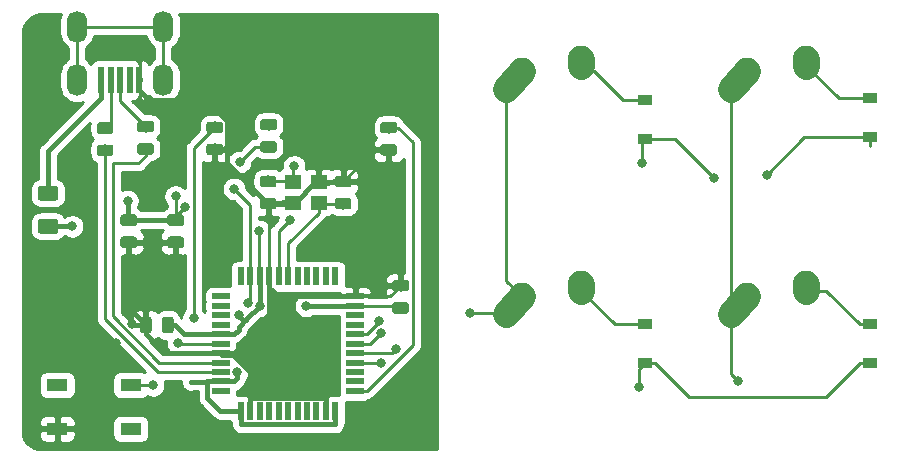
<source format=gbl>
G04 #@! TF.GenerationSoftware,KiCad,Pcbnew,(5.1.4)-1*
G04 #@! TF.CreationDate,2020-10-19T04:22:10-07:00*
G04 #@! TF.ProjectId,test-pcb,74657374-2d70-4636-922e-6b696361645f,rev?*
G04 #@! TF.SameCoordinates,Original*
G04 #@! TF.FileFunction,Copper,L2,Bot*
G04 #@! TF.FilePolarity,Positive*
%FSLAX46Y46*%
G04 Gerber Fmt 4.6, Leading zero omitted, Abs format (unit mm)*
G04 Created by KiCad (PCBNEW (5.1.4)-1) date 2020-10-19 04:22:10*
%MOMM*%
%LPD*%
G04 APERTURE LIST*
%ADD10R,1.400000X1.200000*%
%ADD11O,1.700000X2.700000*%
%ADD12R,0.500000X2.250000*%
%ADD13R,0.550000X1.500000*%
%ADD14R,1.500000X0.550000*%
%ADD15R,1.800000X1.100000*%
%ADD16C,0.100000*%
%ADD17C,0.975000*%
%ADD18C,2.250000*%
%ADD19C,2.250000*%
%ADD20C,1.250000*%
%ADD21R,1.200000X0.900000*%
%ADD22C,0.800000*%
%ADD23C,0.381000*%
%ADD24C,0.254000*%
G04 APERTURE END LIST*
D10*
X51741250Y-98273500D03*
X49541250Y-98273500D03*
X49541250Y-99973500D03*
X51741250Y-99973500D03*
D11*
X31275000Y-85090000D03*
X38575000Y-85090000D03*
X38575000Y-89590000D03*
X31275000Y-89590000D03*
D12*
X33325000Y-89590000D03*
X34125000Y-89590000D03*
X34925000Y-89590000D03*
X35725000Y-89590000D03*
X36525000Y-89590000D03*
D13*
X45149000Y-117618750D03*
X45949000Y-117618750D03*
X46749000Y-117618750D03*
X47549000Y-117618750D03*
X48349000Y-117618750D03*
X49149000Y-117618750D03*
X49949000Y-117618750D03*
X50749000Y-117618750D03*
X51549000Y-117618750D03*
X52349000Y-117618750D03*
X53149000Y-117618750D03*
D14*
X54849000Y-115918750D03*
X54849000Y-115118750D03*
X54849000Y-114318750D03*
X54849000Y-113518750D03*
X54849000Y-112718750D03*
X54849000Y-111918750D03*
X54849000Y-111118750D03*
X54849000Y-110318750D03*
X54849000Y-109518750D03*
X54849000Y-108718750D03*
X54849000Y-107918750D03*
D13*
X53149000Y-106218750D03*
X52349000Y-106218750D03*
X51549000Y-106218750D03*
X50749000Y-106218750D03*
X49949000Y-106218750D03*
X49149000Y-106218750D03*
X48349000Y-106218750D03*
X47549000Y-106218750D03*
X46749000Y-106218750D03*
X45949000Y-106218750D03*
X45149000Y-106218750D03*
D14*
X43449000Y-107918750D03*
X43449000Y-108718750D03*
X43449000Y-109518750D03*
X43449000Y-110318750D03*
X43449000Y-111118750D03*
X43449000Y-111918750D03*
X43449000Y-112718750D03*
X43449000Y-113518750D03*
X43449000Y-114318750D03*
X43449000Y-115118750D03*
X43449000Y-115918750D03*
D15*
X35814000Y-119126000D03*
X29614000Y-115426000D03*
X35814000Y-115426000D03*
X29614000Y-119126000D03*
D16*
G36*
X58138142Y-93142674D02*
G01*
X58161803Y-93146184D01*
X58185007Y-93151996D01*
X58207529Y-93160054D01*
X58229153Y-93170282D01*
X58249670Y-93182579D01*
X58268883Y-93196829D01*
X58286607Y-93212893D01*
X58302671Y-93230617D01*
X58316921Y-93249830D01*
X58329218Y-93270347D01*
X58339446Y-93291971D01*
X58347504Y-93314493D01*
X58353316Y-93337697D01*
X58356826Y-93361358D01*
X58358000Y-93385250D01*
X58358000Y-93872750D01*
X58356826Y-93896642D01*
X58353316Y-93920303D01*
X58347504Y-93943507D01*
X58339446Y-93966029D01*
X58329218Y-93987653D01*
X58316921Y-94008170D01*
X58302671Y-94027383D01*
X58286607Y-94045107D01*
X58268883Y-94061171D01*
X58249670Y-94075421D01*
X58229153Y-94087718D01*
X58207529Y-94097946D01*
X58185007Y-94106004D01*
X58161803Y-94111816D01*
X58138142Y-94115326D01*
X58114250Y-94116500D01*
X57201750Y-94116500D01*
X57177858Y-94115326D01*
X57154197Y-94111816D01*
X57130993Y-94106004D01*
X57108471Y-94097946D01*
X57086847Y-94087718D01*
X57066330Y-94075421D01*
X57047117Y-94061171D01*
X57029393Y-94045107D01*
X57013329Y-94027383D01*
X56999079Y-94008170D01*
X56986782Y-93987653D01*
X56976554Y-93966029D01*
X56968496Y-93943507D01*
X56962684Y-93920303D01*
X56959174Y-93896642D01*
X56958000Y-93872750D01*
X56958000Y-93385250D01*
X56959174Y-93361358D01*
X56962684Y-93337697D01*
X56968496Y-93314493D01*
X56976554Y-93291971D01*
X56986782Y-93270347D01*
X56999079Y-93249830D01*
X57013329Y-93230617D01*
X57029393Y-93212893D01*
X57047117Y-93196829D01*
X57066330Y-93182579D01*
X57086847Y-93170282D01*
X57108471Y-93160054D01*
X57130993Y-93151996D01*
X57154197Y-93146184D01*
X57177858Y-93142674D01*
X57201750Y-93141500D01*
X58114250Y-93141500D01*
X58138142Y-93142674D01*
X58138142Y-93142674D01*
G37*
D17*
X57658000Y-93629000D03*
D16*
G36*
X58138142Y-95017674D02*
G01*
X58161803Y-95021184D01*
X58185007Y-95026996D01*
X58207529Y-95035054D01*
X58229153Y-95045282D01*
X58249670Y-95057579D01*
X58268883Y-95071829D01*
X58286607Y-95087893D01*
X58302671Y-95105617D01*
X58316921Y-95124830D01*
X58329218Y-95145347D01*
X58339446Y-95166971D01*
X58347504Y-95189493D01*
X58353316Y-95212697D01*
X58356826Y-95236358D01*
X58358000Y-95260250D01*
X58358000Y-95747750D01*
X58356826Y-95771642D01*
X58353316Y-95795303D01*
X58347504Y-95818507D01*
X58339446Y-95841029D01*
X58329218Y-95862653D01*
X58316921Y-95883170D01*
X58302671Y-95902383D01*
X58286607Y-95920107D01*
X58268883Y-95936171D01*
X58249670Y-95950421D01*
X58229153Y-95962718D01*
X58207529Y-95972946D01*
X58185007Y-95981004D01*
X58161803Y-95986816D01*
X58138142Y-95990326D01*
X58114250Y-95991500D01*
X57201750Y-95991500D01*
X57177858Y-95990326D01*
X57154197Y-95986816D01*
X57130993Y-95981004D01*
X57108471Y-95972946D01*
X57086847Y-95962718D01*
X57066330Y-95950421D01*
X57047117Y-95936171D01*
X57029393Y-95920107D01*
X57013329Y-95902383D01*
X56999079Y-95883170D01*
X56986782Y-95862653D01*
X56976554Y-95841029D01*
X56968496Y-95818507D01*
X56962684Y-95795303D01*
X56959174Y-95771642D01*
X56958000Y-95747750D01*
X56958000Y-95260250D01*
X56959174Y-95236358D01*
X56962684Y-95212697D01*
X56968496Y-95189493D01*
X56976554Y-95166971D01*
X56986782Y-95145347D01*
X56999079Y-95124830D01*
X57013329Y-95105617D01*
X57029393Y-95087893D01*
X57047117Y-95071829D01*
X57066330Y-95057579D01*
X57086847Y-95045282D01*
X57108471Y-95035054D01*
X57130993Y-95026996D01*
X57154197Y-95021184D01*
X57177858Y-95017674D01*
X57201750Y-95016500D01*
X58114250Y-95016500D01*
X58138142Y-95017674D01*
X58138142Y-95017674D01*
G37*
D17*
X57658000Y-95504000D03*
D16*
G36*
X47978142Y-92888674D02*
G01*
X48001803Y-92892184D01*
X48025007Y-92897996D01*
X48047529Y-92906054D01*
X48069153Y-92916282D01*
X48089670Y-92928579D01*
X48108883Y-92942829D01*
X48126607Y-92958893D01*
X48142671Y-92976617D01*
X48156921Y-92995830D01*
X48169218Y-93016347D01*
X48179446Y-93037971D01*
X48187504Y-93060493D01*
X48193316Y-93083697D01*
X48196826Y-93107358D01*
X48198000Y-93131250D01*
X48198000Y-93618750D01*
X48196826Y-93642642D01*
X48193316Y-93666303D01*
X48187504Y-93689507D01*
X48179446Y-93712029D01*
X48169218Y-93733653D01*
X48156921Y-93754170D01*
X48142671Y-93773383D01*
X48126607Y-93791107D01*
X48108883Y-93807171D01*
X48089670Y-93821421D01*
X48069153Y-93833718D01*
X48047529Y-93843946D01*
X48025007Y-93852004D01*
X48001803Y-93857816D01*
X47978142Y-93861326D01*
X47954250Y-93862500D01*
X47041750Y-93862500D01*
X47017858Y-93861326D01*
X46994197Y-93857816D01*
X46970993Y-93852004D01*
X46948471Y-93843946D01*
X46926847Y-93833718D01*
X46906330Y-93821421D01*
X46887117Y-93807171D01*
X46869393Y-93791107D01*
X46853329Y-93773383D01*
X46839079Y-93754170D01*
X46826782Y-93733653D01*
X46816554Y-93712029D01*
X46808496Y-93689507D01*
X46802684Y-93666303D01*
X46799174Y-93642642D01*
X46798000Y-93618750D01*
X46798000Y-93131250D01*
X46799174Y-93107358D01*
X46802684Y-93083697D01*
X46808496Y-93060493D01*
X46816554Y-93037971D01*
X46826782Y-93016347D01*
X46839079Y-92995830D01*
X46853329Y-92976617D01*
X46869393Y-92958893D01*
X46887117Y-92942829D01*
X46906330Y-92928579D01*
X46926847Y-92916282D01*
X46948471Y-92906054D01*
X46970993Y-92897996D01*
X46994197Y-92892184D01*
X47017858Y-92888674D01*
X47041750Y-92887500D01*
X47954250Y-92887500D01*
X47978142Y-92888674D01*
X47978142Y-92888674D01*
G37*
D17*
X47498000Y-93375000D03*
D16*
G36*
X47978142Y-94763674D02*
G01*
X48001803Y-94767184D01*
X48025007Y-94772996D01*
X48047529Y-94781054D01*
X48069153Y-94791282D01*
X48089670Y-94803579D01*
X48108883Y-94817829D01*
X48126607Y-94833893D01*
X48142671Y-94851617D01*
X48156921Y-94870830D01*
X48169218Y-94891347D01*
X48179446Y-94912971D01*
X48187504Y-94935493D01*
X48193316Y-94958697D01*
X48196826Y-94982358D01*
X48198000Y-95006250D01*
X48198000Y-95493750D01*
X48196826Y-95517642D01*
X48193316Y-95541303D01*
X48187504Y-95564507D01*
X48179446Y-95587029D01*
X48169218Y-95608653D01*
X48156921Y-95629170D01*
X48142671Y-95648383D01*
X48126607Y-95666107D01*
X48108883Y-95682171D01*
X48089670Y-95696421D01*
X48069153Y-95708718D01*
X48047529Y-95718946D01*
X48025007Y-95727004D01*
X48001803Y-95732816D01*
X47978142Y-95736326D01*
X47954250Y-95737500D01*
X47041750Y-95737500D01*
X47017858Y-95736326D01*
X46994197Y-95732816D01*
X46970993Y-95727004D01*
X46948471Y-95718946D01*
X46926847Y-95708718D01*
X46906330Y-95696421D01*
X46887117Y-95682171D01*
X46869393Y-95666107D01*
X46853329Y-95648383D01*
X46839079Y-95629170D01*
X46826782Y-95608653D01*
X46816554Y-95587029D01*
X46808496Y-95564507D01*
X46802684Y-95541303D01*
X46799174Y-95517642D01*
X46798000Y-95493750D01*
X46798000Y-95006250D01*
X46799174Y-94982358D01*
X46802684Y-94958697D01*
X46808496Y-94935493D01*
X46816554Y-94912971D01*
X46826782Y-94891347D01*
X46839079Y-94870830D01*
X46853329Y-94851617D01*
X46869393Y-94833893D01*
X46887117Y-94817829D01*
X46906330Y-94803579D01*
X46926847Y-94791282D01*
X46948471Y-94781054D01*
X46970993Y-94772996D01*
X46994197Y-94767184D01*
X47017858Y-94763674D01*
X47041750Y-94762500D01*
X47954250Y-94762500D01*
X47978142Y-94763674D01*
X47978142Y-94763674D01*
G37*
D17*
X47498000Y-95250000D03*
D16*
G36*
X37564142Y-94939174D02*
G01*
X37587803Y-94942684D01*
X37611007Y-94948496D01*
X37633529Y-94956554D01*
X37655153Y-94966782D01*
X37675670Y-94979079D01*
X37694883Y-94993329D01*
X37712607Y-95009393D01*
X37728671Y-95027117D01*
X37742921Y-95046330D01*
X37755218Y-95066847D01*
X37765446Y-95088471D01*
X37773504Y-95110993D01*
X37779316Y-95134197D01*
X37782826Y-95157858D01*
X37784000Y-95181750D01*
X37784000Y-95669250D01*
X37782826Y-95693142D01*
X37779316Y-95716803D01*
X37773504Y-95740007D01*
X37765446Y-95762529D01*
X37755218Y-95784153D01*
X37742921Y-95804670D01*
X37728671Y-95823883D01*
X37712607Y-95841607D01*
X37694883Y-95857671D01*
X37675670Y-95871921D01*
X37655153Y-95884218D01*
X37633529Y-95894446D01*
X37611007Y-95902504D01*
X37587803Y-95908316D01*
X37564142Y-95911826D01*
X37540250Y-95913000D01*
X36627750Y-95913000D01*
X36603858Y-95911826D01*
X36580197Y-95908316D01*
X36556993Y-95902504D01*
X36534471Y-95894446D01*
X36512847Y-95884218D01*
X36492330Y-95871921D01*
X36473117Y-95857671D01*
X36455393Y-95841607D01*
X36439329Y-95823883D01*
X36425079Y-95804670D01*
X36412782Y-95784153D01*
X36402554Y-95762529D01*
X36394496Y-95740007D01*
X36388684Y-95716803D01*
X36385174Y-95693142D01*
X36384000Y-95669250D01*
X36384000Y-95181750D01*
X36385174Y-95157858D01*
X36388684Y-95134197D01*
X36394496Y-95110993D01*
X36402554Y-95088471D01*
X36412782Y-95066847D01*
X36425079Y-95046330D01*
X36439329Y-95027117D01*
X36455393Y-95009393D01*
X36473117Y-94993329D01*
X36492330Y-94979079D01*
X36512847Y-94966782D01*
X36534471Y-94956554D01*
X36556993Y-94948496D01*
X36580197Y-94942684D01*
X36603858Y-94939174D01*
X36627750Y-94938000D01*
X37540250Y-94938000D01*
X37564142Y-94939174D01*
X37564142Y-94939174D01*
G37*
D17*
X37084000Y-95425500D03*
D16*
G36*
X37564142Y-93064174D02*
G01*
X37587803Y-93067684D01*
X37611007Y-93073496D01*
X37633529Y-93081554D01*
X37655153Y-93091782D01*
X37675670Y-93104079D01*
X37694883Y-93118329D01*
X37712607Y-93134393D01*
X37728671Y-93152117D01*
X37742921Y-93171330D01*
X37755218Y-93191847D01*
X37765446Y-93213471D01*
X37773504Y-93235993D01*
X37779316Y-93259197D01*
X37782826Y-93282858D01*
X37784000Y-93306750D01*
X37784000Y-93794250D01*
X37782826Y-93818142D01*
X37779316Y-93841803D01*
X37773504Y-93865007D01*
X37765446Y-93887529D01*
X37755218Y-93909153D01*
X37742921Y-93929670D01*
X37728671Y-93948883D01*
X37712607Y-93966607D01*
X37694883Y-93982671D01*
X37675670Y-93996921D01*
X37655153Y-94009218D01*
X37633529Y-94019446D01*
X37611007Y-94027504D01*
X37587803Y-94033316D01*
X37564142Y-94036826D01*
X37540250Y-94038000D01*
X36627750Y-94038000D01*
X36603858Y-94036826D01*
X36580197Y-94033316D01*
X36556993Y-94027504D01*
X36534471Y-94019446D01*
X36512847Y-94009218D01*
X36492330Y-93996921D01*
X36473117Y-93982671D01*
X36455393Y-93966607D01*
X36439329Y-93948883D01*
X36425079Y-93929670D01*
X36412782Y-93909153D01*
X36402554Y-93887529D01*
X36394496Y-93865007D01*
X36388684Y-93841803D01*
X36385174Y-93818142D01*
X36384000Y-93794250D01*
X36384000Y-93306750D01*
X36385174Y-93282858D01*
X36388684Y-93259197D01*
X36394496Y-93235993D01*
X36402554Y-93213471D01*
X36412782Y-93191847D01*
X36425079Y-93171330D01*
X36439329Y-93152117D01*
X36455393Y-93134393D01*
X36473117Y-93118329D01*
X36492330Y-93104079D01*
X36512847Y-93091782D01*
X36534471Y-93081554D01*
X36556993Y-93073496D01*
X36580197Y-93067684D01*
X36603858Y-93064174D01*
X36627750Y-93063000D01*
X37540250Y-93063000D01*
X37564142Y-93064174D01*
X37564142Y-93064174D01*
G37*
D17*
X37084000Y-93550500D03*
D16*
G36*
X34135142Y-93191174D02*
G01*
X34158803Y-93194684D01*
X34182007Y-93200496D01*
X34204529Y-93208554D01*
X34226153Y-93218782D01*
X34246670Y-93231079D01*
X34265883Y-93245329D01*
X34283607Y-93261393D01*
X34299671Y-93279117D01*
X34313921Y-93298330D01*
X34326218Y-93318847D01*
X34336446Y-93340471D01*
X34344504Y-93362993D01*
X34350316Y-93386197D01*
X34353826Y-93409858D01*
X34355000Y-93433750D01*
X34355000Y-93921250D01*
X34353826Y-93945142D01*
X34350316Y-93968803D01*
X34344504Y-93992007D01*
X34336446Y-94014529D01*
X34326218Y-94036153D01*
X34313921Y-94056670D01*
X34299671Y-94075883D01*
X34283607Y-94093607D01*
X34265883Y-94109671D01*
X34246670Y-94123921D01*
X34226153Y-94136218D01*
X34204529Y-94146446D01*
X34182007Y-94154504D01*
X34158803Y-94160316D01*
X34135142Y-94163826D01*
X34111250Y-94165000D01*
X33198750Y-94165000D01*
X33174858Y-94163826D01*
X33151197Y-94160316D01*
X33127993Y-94154504D01*
X33105471Y-94146446D01*
X33083847Y-94136218D01*
X33063330Y-94123921D01*
X33044117Y-94109671D01*
X33026393Y-94093607D01*
X33010329Y-94075883D01*
X32996079Y-94056670D01*
X32983782Y-94036153D01*
X32973554Y-94014529D01*
X32965496Y-93992007D01*
X32959684Y-93968803D01*
X32956174Y-93945142D01*
X32955000Y-93921250D01*
X32955000Y-93433750D01*
X32956174Y-93409858D01*
X32959684Y-93386197D01*
X32965496Y-93362993D01*
X32973554Y-93340471D01*
X32983782Y-93318847D01*
X32996079Y-93298330D01*
X33010329Y-93279117D01*
X33026393Y-93261393D01*
X33044117Y-93245329D01*
X33063330Y-93231079D01*
X33083847Y-93218782D01*
X33105471Y-93208554D01*
X33127993Y-93200496D01*
X33151197Y-93194684D01*
X33174858Y-93191174D01*
X33198750Y-93190000D01*
X34111250Y-93190000D01*
X34135142Y-93191174D01*
X34135142Y-93191174D01*
G37*
D17*
X33655000Y-93677500D03*
D16*
G36*
X34135142Y-95066174D02*
G01*
X34158803Y-95069684D01*
X34182007Y-95075496D01*
X34204529Y-95083554D01*
X34226153Y-95093782D01*
X34246670Y-95106079D01*
X34265883Y-95120329D01*
X34283607Y-95136393D01*
X34299671Y-95154117D01*
X34313921Y-95173330D01*
X34326218Y-95193847D01*
X34336446Y-95215471D01*
X34344504Y-95237993D01*
X34350316Y-95261197D01*
X34353826Y-95284858D01*
X34355000Y-95308750D01*
X34355000Y-95796250D01*
X34353826Y-95820142D01*
X34350316Y-95843803D01*
X34344504Y-95867007D01*
X34336446Y-95889529D01*
X34326218Y-95911153D01*
X34313921Y-95931670D01*
X34299671Y-95950883D01*
X34283607Y-95968607D01*
X34265883Y-95984671D01*
X34246670Y-95998921D01*
X34226153Y-96011218D01*
X34204529Y-96021446D01*
X34182007Y-96029504D01*
X34158803Y-96035316D01*
X34135142Y-96038826D01*
X34111250Y-96040000D01*
X33198750Y-96040000D01*
X33174858Y-96038826D01*
X33151197Y-96035316D01*
X33127993Y-96029504D01*
X33105471Y-96021446D01*
X33083847Y-96011218D01*
X33063330Y-95998921D01*
X33044117Y-95984671D01*
X33026393Y-95968607D01*
X33010329Y-95950883D01*
X32996079Y-95931670D01*
X32983782Y-95911153D01*
X32973554Y-95889529D01*
X32965496Y-95867007D01*
X32959684Y-95843803D01*
X32956174Y-95820142D01*
X32955000Y-95796250D01*
X32955000Y-95308750D01*
X32956174Y-95284858D01*
X32959684Y-95261197D01*
X32965496Y-95237993D01*
X32973554Y-95215471D01*
X32983782Y-95193847D01*
X32996079Y-95173330D01*
X33010329Y-95154117D01*
X33026393Y-95136393D01*
X33044117Y-95120329D01*
X33063330Y-95106079D01*
X33083847Y-95093782D01*
X33105471Y-95083554D01*
X33127993Y-95075496D01*
X33151197Y-95069684D01*
X33174858Y-95066174D01*
X33198750Y-95065000D01*
X34111250Y-95065000D01*
X34135142Y-95066174D01*
X34135142Y-95066174D01*
G37*
D17*
X33655000Y-95552500D03*
D18*
X87987500Y-107918750D03*
X87332501Y-108648750D03*
D19*
X86677500Y-109378750D02*
X87987502Y-107918750D01*
D18*
X93027500Y-106838750D03*
X93007500Y-107128750D03*
D19*
X92987500Y-107418750D02*
X93027500Y-106838750D01*
D18*
X87987500Y-88868750D03*
X87332501Y-89598750D03*
D19*
X86677500Y-90328750D02*
X87987502Y-88868750D01*
D18*
X93027500Y-87788750D03*
X93007500Y-88078750D03*
D19*
X92987500Y-88368750D02*
X93027500Y-87788750D01*
D18*
X68937500Y-107918750D03*
X68282501Y-108648750D03*
D19*
X67627500Y-109378750D02*
X68937502Y-107918750D01*
D18*
X73977500Y-106838750D03*
X73957500Y-107128750D03*
D19*
X73937500Y-107418750D02*
X73977500Y-106838750D01*
D18*
X68937500Y-88868750D03*
X68282501Y-89598750D03*
D19*
X67627500Y-90328750D02*
X68937502Y-88868750D01*
D18*
X73977500Y-87788750D03*
X73957500Y-88078750D03*
D19*
X73937500Y-88368750D02*
X73977500Y-87788750D01*
D16*
G36*
X29478504Y-98557204D02*
G01*
X29502773Y-98560804D01*
X29526571Y-98566765D01*
X29549671Y-98575030D01*
X29571849Y-98585520D01*
X29592893Y-98598133D01*
X29612598Y-98612747D01*
X29630777Y-98629223D01*
X29647253Y-98647402D01*
X29661867Y-98667107D01*
X29674480Y-98688151D01*
X29684970Y-98710329D01*
X29693235Y-98733429D01*
X29699196Y-98757227D01*
X29702796Y-98781496D01*
X29704000Y-98806000D01*
X29704000Y-99556000D01*
X29702796Y-99580504D01*
X29699196Y-99604773D01*
X29693235Y-99628571D01*
X29684970Y-99651671D01*
X29674480Y-99673849D01*
X29661867Y-99694893D01*
X29647253Y-99714598D01*
X29630777Y-99732777D01*
X29612598Y-99749253D01*
X29592893Y-99763867D01*
X29571849Y-99776480D01*
X29549671Y-99786970D01*
X29526571Y-99795235D01*
X29502773Y-99801196D01*
X29478504Y-99804796D01*
X29454000Y-99806000D01*
X28204000Y-99806000D01*
X28179496Y-99804796D01*
X28155227Y-99801196D01*
X28131429Y-99795235D01*
X28108329Y-99786970D01*
X28086151Y-99776480D01*
X28065107Y-99763867D01*
X28045402Y-99749253D01*
X28027223Y-99732777D01*
X28010747Y-99714598D01*
X27996133Y-99694893D01*
X27983520Y-99673849D01*
X27973030Y-99651671D01*
X27964765Y-99628571D01*
X27958804Y-99604773D01*
X27955204Y-99580504D01*
X27954000Y-99556000D01*
X27954000Y-98806000D01*
X27955204Y-98781496D01*
X27958804Y-98757227D01*
X27964765Y-98733429D01*
X27973030Y-98710329D01*
X27983520Y-98688151D01*
X27996133Y-98667107D01*
X28010747Y-98647402D01*
X28027223Y-98629223D01*
X28045402Y-98612747D01*
X28065107Y-98598133D01*
X28086151Y-98585520D01*
X28108329Y-98575030D01*
X28131429Y-98566765D01*
X28155227Y-98560804D01*
X28179496Y-98557204D01*
X28204000Y-98556000D01*
X29454000Y-98556000D01*
X29478504Y-98557204D01*
X29478504Y-98557204D01*
G37*
D20*
X28829000Y-99181000D03*
D16*
G36*
X29478504Y-101357204D02*
G01*
X29502773Y-101360804D01*
X29526571Y-101366765D01*
X29549671Y-101375030D01*
X29571849Y-101385520D01*
X29592893Y-101398133D01*
X29612598Y-101412747D01*
X29630777Y-101429223D01*
X29647253Y-101447402D01*
X29661867Y-101467107D01*
X29674480Y-101488151D01*
X29684970Y-101510329D01*
X29693235Y-101533429D01*
X29699196Y-101557227D01*
X29702796Y-101581496D01*
X29704000Y-101606000D01*
X29704000Y-102356000D01*
X29702796Y-102380504D01*
X29699196Y-102404773D01*
X29693235Y-102428571D01*
X29684970Y-102451671D01*
X29674480Y-102473849D01*
X29661867Y-102494893D01*
X29647253Y-102514598D01*
X29630777Y-102532777D01*
X29612598Y-102549253D01*
X29592893Y-102563867D01*
X29571849Y-102576480D01*
X29549671Y-102586970D01*
X29526571Y-102595235D01*
X29502773Y-102601196D01*
X29478504Y-102604796D01*
X29454000Y-102606000D01*
X28204000Y-102606000D01*
X28179496Y-102604796D01*
X28155227Y-102601196D01*
X28131429Y-102595235D01*
X28108329Y-102586970D01*
X28086151Y-102576480D01*
X28065107Y-102563867D01*
X28045402Y-102549253D01*
X28027223Y-102532777D01*
X28010747Y-102514598D01*
X27996133Y-102494893D01*
X27983520Y-102473849D01*
X27973030Y-102451671D01*
X27964765Y-102428571D01*
X27958804Y-102404773D01*
X27955204Y-102380504D01*
X27954000Y-102356000D01*
X27954000Y-101606000D01*
X27955204Y-101581496D01*
X27958804Y-101557227D01*
X27964765Y-101533429D01*
X27973030Y-101510329D01*
X27983520Y-101488151D01*
X27996133Y-101467107D01*
X28010747Y-101447402D01*
X28027223Y-101429223D01*
X28045402Y-101412747D01*
X28065107Y-101398133D01*
X28086151Y-101385520D01*
X28108329Y-101375030D01*
X28131429Y-101366765D01*
X28155227Y-101360804D01*
X28179496Y-101357204D01*
X28204000Y-101356000D01*
X29454000Y-101356000D01*
X29478504Y-101357204D01*
X29478504Y-101357204D01*
G37*
D20*
X28829000Y-101981000D03*
D21*
X98425000Y-110268750D03*
X98425000Y-113568750D03*
X98425000Y-91156250D03*
X98425000Y-94456250D03*
X79375000Y-110268750D03*
X79375000Y-113568750D03*
X79375000Y-91281250D03*
X79375000Y-94581250D03*
D16*
G36*
X37366642Y-109632424D02*
G01*
X37390303Y-109635934D01*
X37413507Y-109641746D01*
X37436029Y-109649804D01*
X37457653Y-109660032D01*
X37478170Y-109672329D01*
X37497383Y-109686579D01*
X37515107Y-109702643D01*
X37531171Y-109720367D01*
X37545421Y-109739580D01*
X37557718Y-109760097D01*
X37567946Y-109781721D01*
X37576004Y-109804243D01*
X37581816Y-109827447D01*
X37585326Y-109851108D01*
X37586500Y-109875000D01*
X37586500Y-110787500D01*
X37585326Y-110811392D01*
X37581816Y-110835053D01*
X37576004Y-110858257D01*
X37567946Y-110880779D01*
X37557718Y-110902403D01*
X37545421Y-110922920D01*
X37531171Y-110942133D01*
X37515107Y-110959857D01*
X37497383Y-110975921D01*
X37478170Y-110990171D01*
X37457653Y-111002468D01*
X37436029Y-111012696D01*
X37413507Y-111020754D01*
X37390303Y-111026566D01*
X37366642Y-111030076D01*
X37342750Y-111031250D01*
X36855250Y-111031250D01*
X36831358Y-111030076D01*
X36807697Y-111026566D01*
X36784493Y-111020754D01*
X36761971Y-111012696D01*
X36740347Y-111002468D01*
X36719830Y-110990171D01*
X36700617Y-110975921D01*
X36682893Y-110959857D01*
X36666829Y-110942133D01*
X36652579Y-110922920D01*
X36640282Y-110902403D01*
X36630054Y-110880779D01*
X36621996Y-110858257D01*
X36616184Y-110835053D01*
X36612674Y-110811392D01*
X36611500Y-110787500D01*
X36611500Y-109875000D01*
X36612674Y-109851108D01*
X36616184Y-109827447D01*
X36621996Y-109804243D01*
X36630054Y-109781721D01*
X36640282Y-109760097D01*
X36652579Y-109739580D01*
X36666829Y-109720367D01*
X36682893Y-109702643D01*
X36700617Y-109686579D01*
X36719830Y-109672329D01*
X36740347Y-109660032D01*
X36761971Y-109649804D01*
X36784493Y-109641746D01*
X36807697Y-109635934D01*
X36831358Y-109632424D01*
X36855250Y-109631250D01*
X37342750Y-109631250D01*
X37366642Y-109632424D01*
X37366642Y-109632424D01*
G37*
D17*
X37099000Y-110331250D03*
D16*
G36*
X39241642Y-109632424D02*
G01*
X39265303Y-109635934D01*
X39288507Y-109641746D01*
X39311029Y-109649804D01*
X39332653Y-109660032D01*
X39353170Y-109672329D01*
X39372383Y-109686579D01*
X39390107Y-109702643D01*
X39406171Y-109720367D01*
X39420421Y-109739580D01*
X39432718Y-109760097D01*
X39442946Y-109781721D01*
X39451004Y-109804243D01*
X39456816Y-109827447D01*
X39460326Y-109851108D01*
X39461500Y-109875000D01*
X39461500Y-110787500D01*
X39460326Y-110811392D01*
X39456816Y-110835053D01*
X39451004Y-110858257D01*
X39442946Y-110880779D01*
X39432718Y-110902403D01*
X39420421Y-110922920D01*
X39406171Y-110942133D01*
X39390107Y-110959857D01*
X39372383Y-110975921D01*
X39353170Y-110990171D01*
X39332653Y-111002468D01*
X39311029Y-111012696D01*
X39288507Y-111020754D01*
X39265303Y-111026566D01*
X39241642Y-111030076D01*
X39217750Y-111031250D01*
X38730250Y-111031250D01*
X38706358Y-111030076D01*
X38682697Y-111026566D01*
X38659493Y-111020754D01*
X38636971Y-111012696D01*
X38615347Y-111002468D01*
X38594830Y-110990171D01*
X38575617Y-110975921D01*
X38557893Y-110959857D01*
X38541829Y-110942133D01*
X38527579Y-110922920D01*
X38515282Y-110902403D01*
X38505054Y-110880779D01*
X38496996Y-110858257D01*
X38491184Y-110835053D01*
X38487674Y-110811392D01*
X38486500Y-110787500D01*
X38486500Y-109875000D01*
X38487674Y-109851108D01*
X38491184Y-109827447D01*
X38496996Y-109804243D01*
X38505054Y-109781721D01*
X38515282Y-109760097D01*
X38527579Y-109739580D01*
X38541829Y-109720367D01*
X38557893Y-109702643D01*
X38575617Y-109686579D01*
X38594830Y-109672329D01*
X38615347Y-109660032D01*
X38636971Y-109649804D01*
X38659493Y-109641746D01*
X38682697Y-109635934D01*
X38706358Y-109632424D01*
X38730250Y-109631250D01*
X39217750Y-109631250D01*
X39241642Y-109632424D01*
X39241642Y-109632424D01*
G37*
D17*
X38974000Y-110331250D03*
D16*
G36*
X40104142Y-100969924D02*
G01*
X40127803Y-100973434D01*
X40151007Y-100979246D01*
X40173529Y-100987304D01*
X40195153Y-100997532D01*
X40215670Y-101009829D01*
X40234883Y-101024079D01*
X40252607Y-101040143D01*
X40268671Y-101057867D01*
X40282921Y-101077080D01*
X40295218Y-101097597D01*
X40305446Y-101119221D01*
X40313504Y-101141743D01*
X40319316Y-101164947D01*
X40322826Y-101188608D01*
X40324000Y-101212500D01*
X40324000Y-101700000D01*
X40322826Y-101723892D01*
X40319316Y-101747553D01*
X40313504Y-101770757D01*
X40305446Y-101793279D01*
X40295218Y-101814903D01*
X40282921Y-101835420D01*
X40268671Y-101854633D01*
X40252607Y-101872357D01*
X40234883Y-101888421D01*
X40215670Y-101902671D01*
X40195153Y-101914968D01*
X40173529Y-101925196D01*
X40151007Y-101933254D01*
X40127803Y-101939066D01*
X40104142Y-101942576D01*
X40080250Y-101943750D01*
X39167750Y-101943750D01*
X39143858Y-101942576D01*
X39120197Y-101939066D01*
X39096993Y-101933254D01*
X39074471Y-101925196D01*
X39052847Y-101914968D01*
X39032330Y-101902671D01*
X39013117Y-101888421D01*
X38995393Y-101872357D01*
X38979329Y-101854633D01*
X38965079Y-101835420D01*
X38952782Y-101814903D01*
X38942554Y-101793279D01*
X38934496Y-101770757D01*
X38928684Y-101747553D01*
X38925174Y-101723892D01*
X38924000Y-101700000D01*
X38924000Y-101212500D01*
X38925174Y-101188608D01*
X38928684Y-101164947D01*
X38934496Y-101141743D01*
X38942554Y-101119221D01*
X38952782Y-101097597D01*
X38965079Y-101077080D01*
X38979329Y-101057867D01*
X38995393Y-101040143D01*
X39013117Y-101024079D01*
X39032330Y-101009829D01*
X39052847Y-100997532D01*
X39074471Y-100987304D01*
X39096993Y-100979246D01*
X39120197Y-100973434D01*
X39143858Y-100969924D01*
X39167750Y-100968750D01*
X40080250Y-100968750D01*
X40104142Y-100969924D01*
X40104142Y-100969924D01*
G37*
D17*
X39624000Y-101456250D03*
D16*
G36*
X40104142Y-102844924D02*
G01*
X40127803Y-102848434D01*
X40151007Y-102854246D01*
X40173529Y-102862304D01*
X40195153Y-102872532D01*
X40215670Y-102884829D01*
X40234883Y-102899079D01*
X40252607Y-102915143D01*
X40268671Y-102932867D01*
X40282921Y-102952080D01*
X40295218Y-102972597D01*
X40305446Y-102994221D01*
X40313504Y-103016743D01*
X40319316Y-103039947D01*
X40322826Y-103063608D01*
X40324000Y-103087500D01*
X40324000Y-103575000D01*
X40322826Y-103598892D01*
X40319316Y-103622553D01*
X40313504Y-103645757D01*
X40305446Y-103668279D01*
X40295218Y-103689903D01*
X40282921Y-103710420D01*
X40268671Y-103729633D01*
X40252607Y-103747357D01*
X40234883Y-103763421D01*
X40215670Y-103777671D01*
X40195153Y-103789968D01*
X40173529Y-103800196D01*
X40151007Y-103808254D01*
X40127803Y-103814066D01*
X40104142Y-103817576D01*
X40080250Y-103818750D01*
X39167750Y-103818750D01*
X39143858Y-103817576D01*
X39120197Y-103814066D01*
X39096993Y-103808254D01*
X39074471Y-103800196D01*
X39052847Y-103789968D01*
X39032330Y-103777671D01*
X39013117Y-103763421D01*
X38995393Y-103747357D01*
X38979329Y-103729633D01*
X38965079Y-103710420D01*
X38952782Y-103689903D01*
X38942554Y-103668279D01*
X38934496Y-103645757D01*
X38928684Y-103622553D01*
X38925174Y-103598892D01*
X38924000Y-103575000D01*
X38924000Y-103087500D01*
X38925174Y-103063608D01*
X38928684Y-103039947D01*
X38934496Y-103016743D01*
X38942554Y-102994221D01*
X38952782Y-102972597D01*
X38965079Y-102952080D01*
X38979329Y-102932867D01*
X38995393Y-102915143D01*
X39013117Y-102899079D01*
X39032330Y-102884829D01*
X39052847Y-102872532D01*
X39074471Y-102862304D01*
X39096993Y-102854246D01*
X39120197Y-102848434D01*
X39143858Y-102844924D01*
X39167750Y-102843750D01*
X40080250Y-102843750D01*
X40104142Y-102844924D01*
X40104142Y-102844924D01*
G37*
D17*
X39624000Y-103331250D03*
D16*
G36*
X43406142Y-94987674D02*
G01*
X43429803Y-94991184D01*
X43453007Y-94996996D01*
X43475529Y-95005054D01*
X43497153Y-95015282D01*
X43517670Y-95027579D01*
X43536883Y-95041829D01*
X43554607Y-95057893D01*
X43570671Y-95075617D01*
X43584921Y-95094830D01*
X43597218Y-95115347D01*
X43607446Y-95136971D01*
X43615504Y-95159493D01*
X43621316Y-95182697D01*
X43624826Y-95206358D01*
X43626000Y-95230250D01*
X43626000Y-95717750D01*
X43624826Y-95741642D01*
X43621316Y-95765303D01*
X43615504Y-95788507D01*
X43607446Y-95811029D01*
X43597218Y-95832653D01*
X43584921Y-95853170D01*
X43570671Y-95872383D01*
X43554607Y-95890107D01*
X43536883Y-95906171D01*
X43517670Y-95920421D01*
X43497153Y-95932718D01*
X43475529Y-95942946D01*
X43453007Y-95951004D01*
X43429803Y-95956816D01*
X43406142Y-95960326D01*
X43382250Y-95961500D01*
X42469750Y-95961500D01*
X42445858Y-95960326D01*
X42422197Y-95956816D01*
X42398993Y-95951004D01*
X42376471Y-95942946D01*
X42354847Y-95932718D01*
X42334330Y-95920421D01*
X42315117Y-95906171D01*
X42297393Y-95890107D01*
X42281329Y-95872383D01*
X42267079Y-95853170D01*
X42254782Y-95832653D01*
X42244554Y-95811029D01*
X42236496Y-95788507D01*
X42230684Y-95765303D01*
X42227174Y-95741642D01*
X42226000Y-95717750D01*
X42226000Y-95230250D01*
X42227174Y-95206358D01*
X42230684Y-95182697D01*
X42236496Y-95159493D01*
X42244554Y-95136971D01*
X42254782Y-95115347D01*
X42267079Y-95094830D01*
X42281329Y-95075617D01*
X42297393Y-95057893D01*
X42315117Y-95041829D01*
X42334330Y-95027579D01*
X42354847Y-95015282D01*
X42376471Y-95005054D01*
X42398993Y-94996996D01*
X42422197Y-94991184D01*
X42445858Y-94987674D01*
X42469750Y-94986500D01*
X43382250Y-94986500D01*
X43406142Y-94987674D01*
X43406142Y-94987674D01*
G37*
D17*
X42926000Y-95474000D03*
D16*
G36*
X43406142Y-93112674D02*
G01*
X43429803Y-93116184D01*
X43453007Y-93121996D01*
X43475529Y-93130054D01*
X43497153Y-93140282D01*
X43517670Y-93152579D01*
X43536883Y-93166829D01*
X43554607Y-93182893D01*
X43570671Y-93200617D01*
X43584921Y-93219830D01*
X43597218Y-93240347D01*
X43607446Y-93261971D01*
X43615504Y-93284493D01*
X43621316Y-93307697D01*
X43624826Y-93331358D01*
X43626000Y-93355250D01*
X43626000Y-93842750D01*
X43624826Y-93866642D01*
X43621316Y-93890303D01*
X43615504Y-93913507D01*
X43607446Y-93936029D01*
X43597218Y-93957653D01*
X43584921Y-93978170D01*
X43570671Y-93997383D01*
X43554607Y-94015107D01*
X43536883Y-94031171D01*
X43517670Y-94045421D01*
X43497153Y-94057718D01*
X43475529Y-94067946D01*
X43453007Y-94076004D01*
X43429803Y-94081816D01*
X43406142Y-94085326D01*
X43382250Y-94086500D01*
X42469750Y-94086500D01*
X42445858Y-94085326D01*
X42422197Y-94081816D01*
X42398993Y-94076004D01*
X42376471Y-94067946D01*
X42354847Y-94057718D01*
X42334330Y-94045421D01*
X42315117Y-94031171D01*
X42297393Y-94015107D01*
X42281329Y-93997383D01*
X42267079Y-93978170D01*
X42254782Y-93957653D01*
X42244554Y-93936029D01*
X42236496Y-93913507D01*
X42230684Y-93890303D01*
X42227174Y-93866642D01*
X42226000Y-93842750D01*
X42226000Y-93355250D01*
X42227174Y-93331358D01*
X42230684Y-93307697D01*
X42236496Y-93284493D01*
X42244554Y-93261971D01*
X42254782Y-93240347D01*
X42267079Y-93219830D01*
X42281329Y-93200617D01*
X42297393Y-93182893D01*
X42315117Y-93166829D01*
X42334330Y-93152579D01*
X42354847Y-93140282D01*
X42376471Y-93130054D01*
X42398993Y-93121996D01*
X42422197Y-93116184D01*
X42445858Y-93112674D01*
X42469750Y-93111500D01*
X43382250Y-93111500D01*
X43406142Y-93112674D01*
X43406142Y-93112674D01*
G37*
D17*
X42926000Y-93599000D03*
D16*
G36*
X36135392Y-100969924D02*
G01*
X36159053Y-100973434D01*
X36182257Y-100979246D01*
X36204779Y-100987304D01*
X36226403Y-100997532D01*
X36246920Y-101009829D01*
X36266133Y-101024079D01*
X36283857Y-101040143D01*
X36299921Y-101057867D01*
X36314171Y-101077080D01*
X36326468Y-101097597D01*
X36336696Y-101119221D01*
X36344754Y-101141743D01*
X36350566Y-101164947D01*
X36354076Y-101188608D01*
X36355250Y-101212500D01*
X36355250Y-101700000D01*
X36354076Y-101723892D01*
X36350566Y-101747553D01*
X36344754Y-101770757D01*
X36336696Y-101793279D01*
X36326468Y-101814903D01*
X36314171Y-101835420D01*
X36299921Y-101854633D01*
X36283857Y-101872357D01*
X36266133Y-101888421D01*
X36246920Y-101902671D01*
X36226403Y-101914968D01*
X36204779Y-101925196D01*
X36182257Y-101933254D01*
X36159053Y-101939066D01*
X36135392Y-101942576D01*
X36111500Y-101943750D01*
X35199000Y-101943750D01*
X35175108Y-101942576D01*
X35151447Y-101939066D01*
X35128243Y-101933254D01*
X35105721Y-101925196D01*
X35084097Y-101914968D01*
X35063580Y-101902671D01*
X35044367Y-101888421D01*
X35026643Y-101872357D01*
X35010579Y-101854633D01*
X34996329Y-101835420D01*
X34984032Y-101814903D01*
X34973804Y-101793279D01*
X34965746Y-101770757D01*
X34959934Y-101747553D01*
X34956424Y-101723892D01*
X34955250Y-101700000D01*
X34955250Y-101212500D01*
X34956424Y-101188608D01*
X34959934Y-101164947D01*
X34965746Y-101141743D01*
X34973804Y-101119221D01*
X34984032Y-101097597D01*
X34996329Y-101077080D01*
X35010579Y-101057867D01*
X35026643Y-101040143D01*
X35044367Y-101024079D01*
X35063580Y-101009829D01*
X35084097Y-100997532D01*
X35105721Y-100987304D01*
X35128243Y-100979246D01*
X35151447Y-100973434D01*
X35175108Y-100969924D01*
X35199000Y-100968750D01*
X36111500Y-100968750D01*
X36135392Y-100969924D01*
X36135392Y-100969924D01*
G37*
D17*
X35655250Y-101456250D03*
D16*
G36*
X36135392Y-102844924D02*
G01*
X36159053Y-102848434D01*
X36182257Y-102854246D01*
X36204779Y-102862304D01*
X36226403Y-102872532D01*
X36246920Y-102884829D01*
X36266133Y-102899079D01*
X36283857Y-102915143D01*
X36299921Y-102932867D01*
X36314171Y-102952080D01*
X36326468Y-102972597D01*
X36336696Y-102994221D01*
X36344754Y-103016743D01*
X36350566Y-103039947D01*
X36354076Y-103063608D01*
X36355250Y-103087500D01*
X36355250Y-103575000D01*
X36354076Y-103598892D01*
X36350566Y-103622553D01*
X36344754Y-103645757D01*
X36336696Y-103668279D01*
X36326468Y-103689903D01*
X36314171Y-103710420D01*
X36299921Y-103729633D01*
X36283857Y-103747357D01*
X36266133Y-103763421D01*
X36246920Y-103777671D01*
X36226403Y-103789968D01*
X36204779Y-103800196D01*
X36182257Y-103808254D01*
X36159053Y-103814066D01*
X36135392Y-103817576D01*
X36111500Y-103818750D01*
X35199000Y-103818750D01*
X35175108Y-103817576D01*
X35151447Y-103814066D01*
X35128243Y-103808254D01*
X35105721Y-103800196D01*
X35084097Y-103789968D01*
X35063580Y-103777671D01*
X35044367Y-103763421D01*
X35026643Y-103747357D01*
X35010579Y-103729633D01*
X34996329Y-103710420D01*
X34984032Y-103689903D01*
X34973804Y-103668279D01*
X34965746Y-103645757D01*
X34959934Y-103622553D01*
X34956424Y-103598892D01*
X34955250Y-103575000D01*
X34955250Y-103087500D01*
X34956424Y-103063608D01*
X34959934Y-103039947D01*
X34965746Y-103016743D01*
X34973804Y-102994221D01*
X34984032Y-102972597D01*
X34996329Y-102952080D01*
X35010579Y-102932867D01*
X35026643Y-102915143D01*
X35044367Y-102899079D01*
X35063580Y-102884829D01*
X35084097Y-102872532D01*
X35105721Y-102862304D01*
X35128243Y-102854246D01*
X35151447Y-102848434D01*
X35175108Y-102844924D01*
X35199000Y-102843750D01*
X36111500Y-102843750D01*
X36135392Y-102844924D01*
X36135392Y-102844924D01*
G37*
D17*
X35655250Y-103331250D03*
D16*
G36*
X47946392Y-99574674D02*
G01*
X47970053Y-99578184D01*
X47993257Y-99583996D01*
X48015779Y-99592054D01*
X48037403Y-99602282D01*
X48057920Y-99614579D01*
X48077133Y-99628829D01*
X48094857Y-99644893D01*
X48110921Y-99662617D01*
X48125171Y-99681830D01*
X48137468Y-99702347D01*
X48147696Y-99723971D01*
X48155754Y-99746493D01*
X48161566Y-99769697D01*
X48165076Y-99793358D01*
X48166250Y-99817250D01*
X48166250Y-100304750D01*
X48165076Y-100328642D01*
X48161566Y-100352303D01*
X48155754Y-100375507D01*
X48147696Y-100398029D01*
X48137468Y-100419653D01*
X48125171Y-100440170D01*
X48110921Y-100459383D01*
X48094857Y-100477107D01*
X48077133Y-100493171D01*
X48057920Y-100507421D01*
X48037403Y-100519718D01*
X48015779Y-100529946D01*
X47993257Y-100538004D01*
X47970053Y-100543816D01*
X47946392Y-100547326D01*
X47922500Y-100548500D01*
X47010000Y-100548500D01*
X46986108Y-100547326D01*
X46962447Y-100543816D01*
X46939243Y-100538004D01*
X46916721Y-100529946D01*
X46895097Y-100519718D01*
X46874580Y-100507421D01*
X46855367Y-100493171D01*
X46837643Y-100477107D01*
X46821579Y-100459383D01*
X46807329Y-100440170D01*
X46795032Y-100419653D01*
X46784804Y-100398029D01*
X46776746Y-100375507D01*
X46770934Y-100352303D01*
X46767424Y-100328642D01*
X46766250Y-100304750D01*
X46766250Y-99817250D01*
X46767424Y-99793358D01*
X46770934Y-99769697D01*
X46776746Y-99746493D01*
X46784804Y-99723971D01*
X46795032Y-99702347D01*
X46807329Y-99681830D01*
X46821579Y-99662617D01*
X46837643Y-99644893D01*
X46855367Y-99628829D01*
X46874580Y-99614579D01*
X46895097Y-99602282D01*
X46916721Y-99592054D01*
X46939243Y-99583996D01*
X46962447Y-99578184D01*
X46986108Y-99574674D01*
X47010000Y-99573500D01*
X47922500Y-99573500D01*
X47946392Y-99574674D01*
X47946392Y-99574674D01*
G37*
D17*
X47466250Y-100061000D03*
D16*
G36*
X47946392Y-97699674D02*
G01*
X47970053Y-97703184D01*
X47993257Y-97708996D01*
X48015779Y-97717054D01*
X48037403Y-97727282D01*
X48057920Y-97739579D01*
X48077133Y-97753829D01*
X48094857Y-97769893D01*
X48110921Y-97787617D01*
X48125171Y-97806830D01*
X48137468Y-97827347D01*
X48147696Y-97848971D01*
X48155754Y-97871493D01*
X48161566Y-97894697D01*
X48165076Y-97918358D01*
X48166250Y-97942250D01*
X48166250Y-98429750D01*
X48165076Y-98453642D01*
X48161566Y-98477303D01*
X48155754Y-98500507D01*
X48147696Y-98523029D01*
X48137468Y-98544653D01*
X48125171Y-98565170D01*
X48110921Y-98584383D01*
X48094857Y-98602107D01*
X48077133Y-98618171D01*
X48057920Y-98632421D01*
X48037403Y-98644718D01*
X48015779Y-98654946D01*
X47993257Y-98663004D01*
X47970053Y-98668816D01*
X47946392Y-98672326D01*
X47922500Y-98673500D01*
X47010000Y-98673500D01*
X46986108Y-98672326D01*
X46962447Y-98668816D01*
X46939243Y-98663004D01*
X46916721Y-98654946D01*
X46895097Y-98644718D01*
X46874580Y-98632421D01*
X46855367Y-98618171D01*
X46837643Y-98602107D01*
X46821579Y-98584383D01*
X46807329Y-98565170D01*
X46795032Y-98544653D01*
X46784804Y-98523029D01*
X46776746Y-98500507D01*
X46770934Y-98477303D01*
X46767424Y-98453642D01*
X46766250Y-98429750D01*
X46766250Y-97942250D01*
X46767424Y-97918358D01*
X46770934Y-97894697D01*
X46776746Y-97871493D01*
X46784804Y-97848971D01*
X46795032Y-97827347D01*
X46807329Y-97806830D01*
X46821579Y-97787617D01*
X46837643Y-97769893D01*
X46855367Y-97753829D01*
X46874580Y-97739579D01*
X46895097Y-97727282D01*
X46916721Y-97717054D01*
X46939243Y-97708996D01*
X46962447Y-97703184D01*
X46986108Y-97699674D01*
X47010000Y-97698500D01*
X47922500Y-97698500D01*
X47946392Y-97699674D01*
X47946392Y-97699674D01*
G37*
D17*
X47466250Y-98186000D03*
D16*
G36*
X54296392Y-97699674D02*
G01*
X54320053Y-97703184D01*
X54343257Y-97708996D01*
X54365779Y-97717054D01*
X54387403Y-97727282D01*
X54407920Y-97739579D01*
X54427133Y-97753829D01*
X54444857Y-97769893D01*
X54460921Y-97787617D01*
X54475171Y-97806830D01*
X54487468Y-97827347D01*
X54497696Y-97848971D01*
X54505754Y-97871493D01*
X54511566Y-97894697D01*
X54515076Y-97918358D01*
X54516250Y-97942250D01*
X54516250Y-98429750D01*
X54515076Y-98453642D01*
X54511566Y-98477303D01*
X54505754Y-98500507D01*
X54497696Y-98523029D01*
X54487468Y-98544653D01*
X54475171Y-98565170D01*
X54460921Y-98584383D01*
X54444857Y-98602107D01*
X54427133Y-98618171D01*
X54407920Y-98632421D01*
X54387403Y-98644718D01*
X54365779Y-98654946D01*
X54343257Y-98663004D01*
X54320053Y-98668816D01*
X54296392Y-98672326D01*
X54272500Y-98673500D01*
X53360000Y-98673500D01*
X53336108Y-98672326D01*
X53312447Y-98668816D01*
X53289243Y-98663004D01*
X53266721Y-98654946D01*
X53245097Y-98644718D01*
X53224580Y-98632421D01*
X53205367Y-98618171D01*
X53187643Y-98602107D01*
X53171579Y-98584383D01*
X53157329Y-98565170D01*
X53145032Y-98544653D01*
X53134804Y-98523029D01*
X53126746Y-98500507D01*
X53120934Y-98477303D01*
X53117424Y-98453642D01*
X53116250Y-98429750D01*
X53116250Y-97942250D01*
X53117424Y-97918358D01*
X53120934Y-97894697D01*
X53126746Y-97871493D01*
X53134804Y-97848971D01*
X53145032Y-97827347D01*
X53157329Y-97806830D01*
X53171579Y-97787617D01*
X53187643Y-97769893D01*
X53205367Y-97753829D01*
X53224580Y-97739579D01*
X53245097Y-97727282D01*
X53266721Y-97717054D01*
X53289243Y-97708996D01*
X53312447Y-97703184D01*
X53336108Y-97699674D01*
X53360000Y-97698500D01*
X54272500Y-97698500D01*
X54296392Y-97699674D01*
X54296392Y-97699674D01*
G37*
D17*
X53816250Y-98186000D03*
D16*
G36*
X54296392Y-99574674D02*
G01*
X54320053Y-99578184D01*
X54343257Y-99583996D01*
X54365779Y-99592054D01*
X54387403Y-99602282D01*
X54407920Y-99614579D01*
X54427133Y-99628829D01*
X54444857Y-99644893D01*
X54460921Y-99662617D01*
X54475171Y-99681830D01*
X54487468Y-99702347D01*
X54497696Y-99723971D01*
X54505754Y-99746493D01*
X54511566Y-99769697D01*
X54515076Y-99793358D01*
X54516250Y-99817250D01*
X54516250Y-100304750D01*
X54515076Y-100328642D01*
X54511566Y-100352303D01*
X54505754Y-100375507D01*
X54497696Y-100398029D01*
X54487468Y-100419653D01*
X54475171Y-100440170D01*
X54460921Y-100459383D01*
X54444857Y-100477107D01*
X54427133Y-100493171D01*
X54407920Y-100507421D01*
X54387403Y-100519718D01*
X54365779Y-100529946D01*
X54343257Y-100538004D01*
X54320053Y-100543816D01*
X54296392Y-100547326D01*
X54272500Y-100548500D01*
X53360000Y-100548500D01*
X53336108Y-100547326D01*
X53312447Y-100543816D01*
X53289243Y-100538004D01*
X53266721Y-100529946D01*
X53245097Y-100519718D01*
X53224580Y-100507421D01*
X53205367Y-100493171D01*
X53187643Y-100477107D01*
X53171579Y-100459383D01*
X53157329Y-100440170D01*
X53145032Y-100419653D01*
X53134804Y-100398029D01*
X53126746Y-100375507D01*
X53120934Y-100352303D01*
X53117424Y-100328642D01*
X53116250Y-100304750D01*
X53116250Y-99817250D01*
X53117424Y-99793358D01*
X53120934Y-99769697D01*
X53126746Y-99746493D01*
X53134804Y-99723971D01*
X53145032Y-99702347D01*
X53157329Y-99681830D01*
X53171579Y-99662617D01*
X53187643Y-99644893D01*
X53205367Y-99628829D01*
X53224580Y-99614579D01*
X53245097Y-99602282D01*
X53266721Y-99592054D01*
X53289243Y-99583996D01*
X53312447Y-99578184D01*
X53336108Y-99574674D01*
X53360000Y-99573500D01*
X54272500Y-99573500D01*
X54296392Y-99574674D01*
X54296392Y-99574674D01*
G37*
D17*
X53816250Y-100061000D03*
D16*
G36*
X59154142Y-106526174D02*
G01*
X59177803Y-106529684D01*
X59201007Y-106535496D01*
X59223529Y-106543554D01*
X59245153Y-106553782D01*
X59265670Y-106566079D01*
X59284883Y-106580329D01*
X59302607Y-106596393D01*
X59318671Y-106614117D01*
X59332921Y-106633330D01*
X59345218Y-106653847D01*
X59355446Y-106675471D01*
X59363504Y-106697993D01*
X59369316Y-106721197D01*
X59372826Y-106744858D01*
X59374000Y-106768750D01*
X59374000Y-107256250D01*
X59372826Y-107280142D01*
X59369316Y-107303803D01*
X59363504Y-107327007D01*
X59355446Y-107349529D01*
X59345218Y-107371153D01*
X59332921Y-107391670D01*
X59318671Y-107410883D01*
X59302607Y-107428607D01*
X59284883Y-107444671D01*
X59265670Y-107458921D01*
X59245153Y-107471218D01*
X59223529Y-107481446D01*
X59201007Y-107489504D01*
X59177803Y-107495316D01*
X59154142Y-107498826D01*
X59130250Y-107500000D01*
X58217750Y-107500000D01*
X58193858Y-107498826D01*
X58170197Y-107495316D01*
X58146993Y-107489504D01*
X58124471Y-107481446D01*
X58102847Y-107471218D01*
X58082330Y-107458921D01*
X58063117Y-107444671D01*
X58045393Y-107428607D01*
X58029329Y-107410883D01*
X58015079Y-107391670D01*
X58002782Y-107371153D01*
X57992554Y-107349529D01*
X57984496Y-107327007D01*
X57978684Y-107303803D01*
X57975174Y-107280142D01*
X57974000Y-107256250D01*
X57974000Y-106768750D01*
X57975174Y-106744858D01*
X57978684Y-106721197D01*
X57984496Y-106697993D01*
X57992554Y-106675471D01*
X58002782Y-106653847D01*
X58015079Y-106633330D01*
X58029329Y-106614117D01*
X58045393Y-106596393D01*
X58063117Y-106580329D01*
X58082330Y-106566079D01*
X58102847Y-106553782D01*
X58124471Y-106543554D01*
X58146993Y-106535496D01*
X58170197Y-106529684D01*
X58193858Y-106526174D01*
X58217750Y-106525000D01*
X59130250Y-106525000D01*
X59154142Y-106526174D01*
X59154142Y-106526174D01*
G37*
D17*
X58674000Y-107012500D03*
D16*
G36*
X59154142Y-108401174D02*
G01*
X59177803Y-108404684D01*
X59201007Y-108410496D01*
X59223529Y-108418554D01*
X59245153Y-108428782D01*
X59265670Y-108441079D01*
X59284883Y-108455329D01*
X59302607Y-108471393D01*
X59318671Y-108489117D01*
X59332921Y-108508330D01*
X59345218Y-108528847D01*
X59355446Y-108550471D01*
X59363504Y-108572993D01*
X59369316Y-108596197D01*
X59372826Y-108619858D01*
X59374000Y-108643750D01*
X59374000Y-109131250D01*
X59372826Y-109155142D01*
X59369316Y-109178803D01*
X59363504Y-109202007D01*
X59355446Y-109224529D01*
X59345218Y-109246153D01*
X59332921Y-109266670D01*
X59318671Y-109285883D01*
X59302607Y-109303607D01*
X59284883Y-109319671D01*
X59265670Y-109333921D01*
X59245153Y-109346218D01*
X59223529Y-109356446D01*
X59201007Y-109364504D01*
X59177803Y-109370316D01*
X59154142Y-109373826D01*
X59130250Y-109375000D01*
X58217750Y-109375000D01*
X58193858Y-109373826D01*
X58170197Y-109370316D01*
X58146993Y-109364504D01*
X58124471Y-109356446D01*
X58102847Y-109346218D01*
X58082330Y-109333921D01*
X58063117Y-109319671D01*
X58045393Y-109303607D01*
X58029329Y-109285883D01*
X58015079Y-109266670D01*
X58002782Y-109246153D01*
X57992554Y-109224529D01*
X57984496Y-109202007D01*
X57978684Y-109178803D01*
X57975174Y-109155142D01*
X57974000Y-109131250D01*
X57974000Y-108643750D01*
X57975174Y-108619858D01*
X57978684Y-108596197D01*
X57984496Y-108572993D01*
X57992554Y-108550471D01*
X58002782Y-108528847D01*
X58015079Y-108508330D01*
X58029329Y-108489117D01*
X58045393Y-108471393D01*
X58063117Y-108455329D01*
X58082330Y-108441079D01*
X58102847Y-108428782D01*
X58124471Y-108418554D01*
X58146993Y-108410496D01*
X58170197Y-108404684D01*
X58193858Y-108401174D01*
X58217750Y-108400000D01*
X59130250Y-108400000D01*
X59154142Y-108401174D01*
X59154142Y-108401174D01*
G37*
D17*
X58674000Y-108887500D03*
D22*
X35947067Y-110229933D03*
X34544000Y-111887000D03*
X30861000Y-101981000D03*
X35560000Y-99822000D03*
X50673000Y-108712000D03*
X46736000Y-108712000D03*
X45085000Y-96520000D03*
X39624000Y-99441000D03*
X40421000Y-100330000D03*
X46676000Y-102362000D03*
X44835608Y-114295392D03*
X44958000Y-109474000D03*
X49657000Y-96901000D03*
X49276000Y-101473000D03*
X39833175Y-111896567D03*
X41148000Y-109728000D03*
X89662000Y-97663000D03*
X85217000Y-97917000D03*
X56881579Y-110008048D03*
X79121000Y-96647000D03*
X57023000Y-113538000D03*
X78867000Y-115570000D03*
X58293000Y-112395000D03*
X64516000Y-109347000D03*
X57023000Y-110998000D03*
X87249000Y-115062000D03*
X37719000Y-115443000D03*
X45720000Y-108458000D03*
X44577000Y-98806000D03*
X47498000Y-93375000D03*
D23*
X35655250Y-103331250D02*
X39624000Y-103331250D01*
X35655250Y-108887500D02*
X37099000Y-110331250D01*
X35655250Y-103331250D02*
X35655250Y-108887500D01*
X37099000Y-110331250D02*
X36048384Y-110331250D01*
X36048384Y-110331250D02*
X35947067Y-110229933D01*
X29614000Y-118195000D02*
X29614000Y-119126000D01*
X34144001Y-112286999D02*
X34144001Y-113664999D01*
X34144001Y-113664999D02*
X29614000Y-118195000D01*
X34544000Y-111887000D02*
X34144001Y-112286999D01*
X42318000Y-112718750D02*
X43449000Y-112718750D01*
X38686500Y-112718750D02*
X42318000Y-112718750D01*
X37099000Y-111131250D02*
X38686500Y-112718750D01*
X37099000Y-110331250D02*
X37099000Y-111131250D01*
X52339499Y-116478249D02*
X52349000Y-116487750D01*
X45958501Y-116478249D02*
X52339499Y-116478249D01*
X52349000Y-116487750D02*
X52349000Y-117618750D01*
X45949000Y-116487750D02*
X45958501Y-116478249D01*
X45949000Y-117618750D02*
X45949000Y-116487750D01*
X43583499Y-112853249D02*
X43449000Y-112718750D01*
X44511401Y-112853249D02*
X43583499Y-112853249D01*
X45949000Y-117618750D02*
X45949000Y-114290848D01*
X45949000Y-114290848D02*
X44511401Y-112853249D01*
X47549000Y-107349750D02*
X47549000Y-106218750D01*
X47549000Y-109749750D02*
X47549000Y-107349750D01*
X44580000Y-112718750D02*
X47549000Y-109749750D01*
X43449000Y-112718750D02*
X44580000Y-112718750D01*
X53718000Y-107918750D02*
X54849000Y-107918750D01*
X47752098Y-107349750D02*
X48321098Y-107918750D01*
X48321098Y-107918750D02*
X53718000Y-107918750D01*
X47549000Y-107349750D02*
X47752098Y-107349750D01*
X37390510Y-91330510D02*
X36525000Y-90465000D01*
X42254490Y-91330510D02*
X37390510Y-91330510D01*
X44016510Y-93092530D02*
X42254490Y-91330510D01*
X36525000Y-90465000D02*
X36525000Y-89590000D01*
X44016510Y-95183490D02*
X44016510Y-93092530D01*
X43726000Y-95474000D02*
X44016510Y-95183490D01*
X42926000Y-95474000D02*
X43726000Y-95474000D01*
X44016510Y-96611260D02*
X47466250Y-100061000D01*
X44016510Y-95183490D02*
X44016510Y-96611260D01*
X49453750Y-100061000D02*
X49541250Y-99973500D01*
X47466250Y-100061000D02*
X49453750Y-100061000D01*
X51438348Y-98273500D02*
X51741250Y-98273500D01*
X49738348Y-99973500D02*
X51438348Y-98273500D01*
X49541250Y-99973500D02*
X49738348Y-99973500D01*
D24*
X53728750Y-98273500D02*
X53816250Y-98186000D01*
X51741250Y-98273500D02*
X53728750Y-98273500D01*
X47549000Y-100143750D02*
X47466250Y-100061000D01*
X47549000Y-106218750D02*
X47549000Y-100143750D01*
X56498250Y-95504000D02*
X57658000Y-95504000D01*
X53816250Y-98186000D02*
X56498250Y-95504000D01*
X57767750Y-107918750D02*
X58674000Y-107012500D01*
X54849000Y-107918750D02*
X57767750Y-107918750D01*
D23*
X28829000Y-101981000D02*
X30861000Y-101981000D01*
X35560000Y-101361000D02*
X35655250Y-101456250D01*
X35560000Y-99822000D02*
X35560000Y-101361000D01*
X36455250Y-101456250D02*
X39624000Y-101456250D01*
X35655250Y-101456250D02*
X36455250Y-101456250D01*
X42318000Y-111118750D02*
X43449000Y-111118750D01*
X40349000Y-111118750D02*
X42318000Y-111118750D01*
X39561500Y-110331250D02*
X40349000Y-111118750D01*
X38974000Y-110331250D02*
X39561500Y-110331250D01*
X42318000Y-115118750D02*
X43449000Y-115118750D01*
X42308499Y-115128251D02*
X42318000Y-115118750D01*
X42308499Y-116506151D02*
X42308499Y-115128251D01*
X43421098Y-117618750D02*
X42308499Y-116506151D01*
X45149000Y-117618750D02*
X43421098Y-117618750D01*
X53149000Y-118749750D02*
X53149000Y-117618750D01*
X53139499Y-118759251D02*
X53149000Y-118749750D01*
X45158501Y-118759251D02*
X53139499Y-118759251D01*
X45149000Y-118749750D02*
X45158501Y-118759251D01*
X45149000Y-117618750D02*
X45149000Y-118749750D01*
X54849000Y-108718750D02*
X50679750Y-108718750D01*
X50679750Y-108718750D02*
X50673000Y-108712000D01*
X46736000Y-106231750D02*
X46749000Y-106218750D01*
X46736000Y-108712000D02*
X46736000Y-106231750D01*
X44580000Y-111118750D02*
X43449000Y-111118750D01*
X44958000Y-110740750D02*
X44580000Y-111118750D01*
X44958000Y-110490000D02*
X44958000Y-110740750D01*
D24*
X47498000Y-95250000D02*
X46355000Y-95250000D01*
X46355000Y-95250000D02*
X45085000Y-96520000D01*
X39624000Y-99441000D02*
X39624000Y-101456250D01*
X39624000Y-101456250D02*
X39624000Y-101127000D01*
X39624000Y-101127000D02*
X40421000Y-100330000D01*
X46676000Y-106145750D02*
X46749000Y-106218750D01*
X46676000Y-102362000D02*
X46676000Y-106145750D01*
X58505250Y-108718750D02*
X58674000Y-108887500D01*
X54849000Y-108718750D02*
X58505250Y-108718750D01*
D23*
X42308499Y-115128251D02*
X40954749Y-115128251D01*
X40954749Y-115128251D02*
X40894000Y-115189000D01*
X44835608Y-114863142D02*
X44835608Y-114295392D01*
X43449000Y-115118750D02*
X44580000Y-115118750D01*
X44580000Y-115118750D02*
X44835608Y-114863142D01*
X45357999Y-109873999D02*
X45574001Y-109873999D01*
X44958000Y-109474000D02*
X45357999Y-109873999D01*
X46736000Y-108712000D02*
X45593000Y-109855000D01*
X45574001Y-109873999D02*
X45593000Y-109855000D01*
X45593000Y-109855000D02*
X44958000Y-110490000D01*
D24*
X51828750Y-100061000D02*
X51741250Y-99973500D01*
X53816250Y-100061000D02*
X51828750Y-100061000D01*
X49149000Y-105214750D02*
X49149000Y-106218750D01*
X49149000Y-103419750D02*
X49149000Y-105214750D01*
X51741250Y-100827500D02*
X49149000Y-103419750D01*
X51741250Y-99973500D02*
X51741250Y-100827500D01*
X49453750Y-98186000D02*
X49541250Y-98273500D01*
X47466250Y-98186000D02*
X49453750Y-98186000D01*
X49541250Y-98273500D02*
X49541250Y-97016750D01*
X49541250Y-97016750D02*
X49657000Y-96901000D01*
X48349000Y-102400000D02*
X48349000Y-106218750D01*
X49276000Y-101473000D02*
X48349000Y-102400000D01*
X43449000Y-111918750D02*
X39855358Y-111918750D01*
X39855358Y-111918750D02*
X39833175Y-111896567D01*
X41148000Y-95377000D02*
X42926000Y-93599000D01*
X41148000Y-109728000D02*
X41148000Y-95377000D01*
X75102499Y-88913749D02*
X73977500Y-87788750D01*
X77470000Y-91281250D02*
X75102499Y-88913749D01*
X79375000Y-91281250D02*
X77470000Y-91281250D01*
X98425000Y-94456250D02*
X98425000Y-95160250D01*
X98425000Y-94456250D02*
X92868750Y-94456250D01*
X92868750Y-94456250D02*
X89662000Y-97663000D01*
X81881250Y-94581250D02*
X79375000Y-94581250D01*
X85217000Y-97917000D02*
X81881250Y-94581250D01*
X56881579Y-110090171D02*
X56881579Y-110008048D01*
X54849000Y-111118750D02*
X55853000Y-111118750D01*
X55853000Y-111118750D02*
X56881579Y-110090171D01*
X79121000Y-94835250D02*
X79375000Y-94581250D01*
X79121000Y-96647000D02*
X79121000Y-94835250D01*
X76787500Y-110268750D02*
X79375000Y-110268750D01*
X73937500Y-107418750D02*
X76787500Y-110268750D01*
X80229000Y-113568750D02*
X83119250Y-116459000D01*
X79375000Y-113568750D02*
X80229000Y-113568750D01*
X97571000Y-113568750D02*
X98425000Y-113568750D01*
X94680750Y-116459000D02*
X97571000Y-113568750D01*
X83119250Y-116459000D02*
X94680750Y-116459000D01*
X54849000Y-113518750D02*
X57003750Y-113518750D01*
X57003750Y-113518750D02*
X57023000Y-113538000D01*
X78867000Y-114076750D02*
X79375000Y-113568750D01*
X78867000Y-115570000D02*
X78867000Y-114076750D01*
X95775000Y-91156250D02*
X98425000Y-91156250D01*
X92987500Y-88368750D02*
X95775000Y-91156250D01*
X94721000Y-107418750D02*
X92987500Y-107418750D01*
X97571000Y-110268750D02*
X94721000Y-107418750D01*
X98425000Y-110268750D02*
X97571000Y-110268750D01*
D23*
X28829000Y-98456000D02*
X28829000Y-99181000D01*
X28829000Y-95592000D02*
X28829000Y-98456000D01*
X33325000Y-91096000D02*
X28829000Y-95592000D01*
X33325000Y-89590000D02*
X33325000Y-91096000D01*
D24*
X67627500Y-106608750D02*
X68937500Y-107918750D01*
X67627500Y-90328750D02*
X67627500Y-106608750D01*
X54849000Y-112718750D02*
X57969250Y-112718750D01*
X57969250Y-112718750D02*
X58293000Y-112395000D01*
X67595750Y-109347000D02*
X67627500Y-109378750D01*
X64516000Y-109347000D02*
X67595750Y-109347000D01*
X86677500Y-90178750D02*
X86677500Y-90328750D01*
X86677500Y-109378750D02*
X86677500Y-90178750D01*
X54849000Y-111918750D02*
X56102250Y-111918750D01*
X56102250Y-111918750D02*
X57023000Y-110998000D01*
X86677500Y-114490500D02*
X86677500Y-109378750D01*
X87249000Y-115062000D02*
X86677500Y-114490500D01*
X34125000Y-93207500D02*
X33655000Y-93677500D01*
X34125000Y-89590000D02*
X34125000Y-93207500D01*
X33655000Y-95552500D02*
X33655000Y-109855000D01*
X38118750Y-114318750D02*
X43449000Y-114318750D01*
X33655000Y-109855000D02*
X38118750Y-114318750D01*
X37084000Y-96013000D02*
X36450000Y-96647000D01*
X37084000Y-95425500D02*
X37084000Y-96013000D01*
X36450000Y-96647000D02*
X34290000Y-96647000D01*
X42445000Y-113518750D02*
X43449000Y-113518750D01*
X34290000Y-109601000D02*
X38207750Y-113518750D01*
X38207750Y-113518750D02*
X42445000Y-113518750D01*
X34290000Y-96647000D02*
X34290000Y-109601000D01*
X34925000Y-91391500D02*
X37084000Y-93550500D01*
X34925000Y-89590000D02*
X34925000Y-91391500D01*
X35814000Y-115426000D02*
X37702000Y-115426000D01*
X37702000Y-115426000D02*
X37719000Y-115443000D01*
X45949000Y-108229000D02*
X45949000Y-106218750D01*
X45720000Y-108458000D02*
X45949000Y-108229000D01*
X45949000Y-106218750D02*
X45949000Y-100178000D01*
X45949000Y-100178000D02*
X44577000Y-98806000D01*
X55853000Y-115918750D02*
X54849000Y-115918750D01*
X59701010Y-112070740D02*
X55853000Y-115918750D01*
X59701010Y-94872010D02*
X59701010Y-112070740D01*
X58458000Y-93629000D02*
X59701010Y-94872010D01*
X57658000Y-93629000D02*
X58458000Y-93629000D01*
X31275000Y-89590000D02*
X31275000Y-85090000D01*
X38575000Y-85090000D02*
X38575000Y-89590000D01*
X31275000Y-85090000D02*
X38575000Y-85090000D01*
G36*
X57789265Y-119377988D02*
G01*
X53755154Y-119312393D01*
X53838699Y-119210592D01*
X53915353Y-119067184D01*
X53962556Y-118911576D01*
X53974500Y-118790303D01*
X53974500Y-118790294D01*
X53978493Y-118749751D01*
X53974500Y-118709208D01*
X53974500Y-118685896D01*
X54013502Y-118612930D01*
X54049812Y-118493232D01*
X54062072Y-118368750D01*
X54062072Y-116868750D01*
X54058038Y-116827788D01*
X54099000Y-116831822D01*
X55599000Y-116831822D01*
X55723482Y-116819562D01*
X55843180Y-116783252D01*
X55953494Y-116724287D01*
X56030300Y-116661254D01*
X56146015Y-116626152D01*
X56278392Y-116555395D01*
X56394422Y-116460172D01*
X56418284Y-116431096D01*
X57939452Y-114909928D01*
X57789265Y-119377988D01*
X57789265Y-119377988D01*
G37*
X57789265Y-119377988D02*
X53755154Y-119312393D01*
X53838699Y-119210592D01*
X53915353Y-119067184D01*
X53962556Y-118911576D01*
X53974500Y-118790303D01*
X53974500Y-118790294D01*
X53978493Y-118749751D01*
X53974500Y-118709208D01*
X53974500Y-118685896D01*
X54013502Y-118612930D01*
X54049812Y-118493232D01*
X54062072Y-118368750D01*
X54062072Y-116868750D01*
X54058038Y-116827788D01*
X54099000Y-116831822D01*
X55599000Y-116831822D01*
X55723482Y-116819562D01*
X55843180Y-116783252D01*
X55953494Y-116724287D01*
X56030300Y-116661254D01*
X56146015Y-116626152D01*
X56278392Y-116555395D01*
X56394422Y-116460172D01*
X56418284Y-116431096D01*
X57939452Y-114909928D01*
X57789265Y-119377988D01*
G36*
X42808709Y-118173795D02*
G01*
X42834557Y-118205291D01*
X42866053Y-118231139D01*
X42866056Y-118231142D01*
X42960255Y-118308449D01*
X43067059Y-118365537D01*
X43103664Y-118385103D01*
X43259272Y-118432306D01*
X43380545Y-118444250D01*
X43380547Y-118444250D01*
X43421098Y-118448244D01*
X43461648Y-118444250D01*
X44243364Y-118444250D01*
X44248188Y-118493232D01*
X44284498Y-118612930D01*
X44323501Y-118685898D01*
X44323501Y-118709190D01*
X44319506Y-118749750D01*
X44335445Y-118911576D01*
X44382647Y-119067183D01*
X44432690Y-119160807D01*
X42416945Y-119128031D01*
X42405441Y-117770526D01*
X42808709Y-118173795D01*
X42808709Y-118173795D01*
G37*
X42808709Y-118173795D02*
X42834557Y-118205291D01*
X42866053Y-118231139D01*
X42866056Y-118231142D01*
X42960255Y-118308449D01*
X43067059Y-118365537D01*
X43103664Y-118385103D01*
X43259272Y-118432306D01*
X43380545Y-118444250D01*
X43380547Y-118444250D01*
X43421098Y-118448244D01*
X43461648Y-118444250D01*
X44243364Y-118444250D01*
X44248188Y-118493232D01*
X44284498Y-118612930D01*
X44323501Y-118685898D01*
X44323501Y-118709190D01*
X44319506Y-118749750D01*
X44335445Y-118911576D01*
X44382647Y-119067183D01*
X44432690Y-119160807D01*
X42416945Y-119128031D01*
X42405441Y-117770526D01*
X42808709Y-118173795D01*
G36*
X47719506Y-107499287D02*
G01*
X47742667Y-107511667D01*
X47834750Y-107603750D01*
X47948337Y-107594204D01*
X47949518Y-107594562D01*
X48074000Y-107606822D01*
X48624000Y-107606822D01*
X48748482Y-107594562D01*
X48749000Y-107594405D01*
X48749518Y-107594562D01*
X48874000Y-107606822D01*
X49424000Y-107606822D01*
X49548482Y-107594562D01*
X49549000Y-107594405D01*
X49549518Y-107594562D01*
X49674000Y-107606822D01*
X50224000Y-107606822D01*
X50348482Y-107594562D01*
X50349000Y-107594405D01*
X50349518Y-107594562D01*
X50474000Y-107606822D01*
X51024000Y-107606822D01*
X51148482Y-107594562D01*
X51149000Y-107594405D01*
X51149518Y-107594562D01*
X51274000Y-107606822D01*
X51824000Y-107606822D01*
X51948482Y-107594562D01*
X51949000Y-107594405D01*
X51949518Y-107594562D01*
X52074000Y-107606822D01*
X52624000Y-107606822D01*
X52748482Y-107594562D01*
X52749000Y-107594405D01*
X52749518Y-107594562D01*
X52874000Y-107606822D01*
X53424000Y-107606822D01*
X53466552Y-107602631D01*
X53464000Y-107633000D01*
X53622748Y-107791748D01*
X53464000Y-107791748D01*
X53464000Y-107893250D01*
X51310605Y-107893250D01*
X51163256Y-107794795D01*
X50974898Y-107716774D01*
X50774939Y-107677000D01*
X50571061Y-107677000D01*
X50371102Y-107716774D01*
X50182744Y-107794795D01*
X50013226Y-107908063D01*
X49869063Y-108052226D01*
X49755795Y-108221744D01*
X49677774Y-108410102D01*
X49638000Y-108610061D01*
X49638000Y-108813939D01*
X49677774Y-109013898D01*
X49755795Y-109202256D01*
X49869063Y-109371774D01*
X50013226Y-109515937D01*
X50182744Y-109629205D01*
X50371102Y-109707226D01*
X50571061Y-109747000D01*
X50774939Y-109747000D01*
X50974898Y-109707226D01*
X51163256Y-109629205D01*
X51290400Y-109544250D01*
X53460928Y-109544250D01*
X53460928Y-109793750D01*
X53473188Y-109918232D01*
X53473345Y-109918750D01*
X53473188Y-109919268D01*
X53460928Y-110043750D01*
X53460928Y-110593750D01*
X53473188Y-110718232D01*
X53473345Y-110718750D01*
X53473188Y-110719268D01*
X53460928Y-110843750D01*
X53460928Y-111393750D01*
X53473188Y-111518232D01*
X53473345Y-111518750D01*
X53473188Y-111519268D01*
X53460928Y-111643750D01*
X53460928Y-112193750D01*
X53473188Y-112318232D01*
X53473345Y-112318750D01*
X53473188Y-112319268D01*
X53460928Y-112443750D01*
X53460928Y-112993750D01*
X53473188Y-113118232D01*
X53473345Y-113118750D01*
X53473188Y-113119268D01*
X53460928Y-113243750D01*
X53460928Y-113793750D01*
X53473188Y-113918232D01*
X53473345Y-113918750D01*
X53473188Y-113919268D01*
X53460928Y-114043750D01*
X53460928Y-114593750D01*
X53473188Y-114718232D01*
X53473345Y-114718750D01*
X53473188Y-114719268D01*
X53460928Y-114843750D01*
X53460928Y-115393750D01*
X53473188Y-115518232D01*
X53473345Y-115518750D01*
X53473188Y-115519268D01*
X53460928Y-115643750D01*
X53460928Y-116193750D01*
X53464962Y-116234712D01*
X53424000Y-116230678D01*
X52874000Y-116230678D01*
X52749518Y-116242938D01*
X52748337Y-116243296D01*
X52634750Y-116233750D01*
X52542667Y-116325833D01*
X52519506Y-116338213D01*
X52422815Y-116417565D01*
X52349000Y-116507509D01*
X52275185Y-116417565D01*
X52178494Y-116338213D01*
X52155333Y-116325833D01*
X52063250Y-116233750D01*
X51949663Y-116243296D01*
X51948482Y-116242938D01*
X51824000Y-116230678D01*
X51274000Y-116230678D01*
X51149518Y-116242938D01*
X51149000Y-116243095D01*
X51148482Y-116242938D01*
X51024000Y-116230678D01*
X50474000Y-116230678D01*
X50349518Y-116242938D01*
X50349000Y-116243095D01*
X50348482Y-116242938D01*
X50224000Y-116230678D01*
X49674000Y-116230678D01*
X49549518Y-116242938D01*
X49549000Y-116243095D01*
X49548482Y-116242938D01*
X49424000Y-116230678D01*
X48874000Y-116230678D01*
X48749518Y-116242938D01*
X48749000Y-116243095D01*
X48748482Y-116242938D01*
X48624000Y-116230678D01*
X48074000Y-116230678D01*
X47949518Y-116242938D01*
X47949000Y-116243095D01*
X47948482Y-116242938D01*
X47824000Y-116230678D01*
X47274000Y-116230678D01*
X47149518Y-116242938D01*
X47149000Y-116243095D01*
X47148482Y-116242938D01*
X47024000Y-116230678D01*
X46474000Y-116230678D01*
X46349518Y-116242938D01*
X46348337Y-116243296D01*
X46234750Y-116233750D01*
X46142667Y-116325833D01*
X46119506Y-116338213D01*
X46022815Y-116417565D01*
X45949000Y-116507509D01*
X45875185Y-116417565D01*
X45778494Y-116338213D01*
X45755333Y-116325833D01*
X45663250Y-116233750D01*
X45549663Y-116243296D01*
X45548482Y-116242938D01*
X45424000Y-116230678D01*
X44874000Y-116230678D01*
X44833038Y-116234712D01*
X44837072Y-116193750D01*
X44837072Y-115903414D01*
X44897434Y-115885103D01*
X45040842Y-115808449D01*
X45166541Y-115705291D01*
X45192398Y-115673784D01*
X45390643Y-115475539D01*
X45422149Y-115449683D01*
X45525307Y-115323984D01*
X45601961Y-115180576D01*
X45649164Y-115024968D01*
X45658890Y-114926214D01*
X45752813Y-114785648D01*
X45830834Y-114597290D01*
X45870608Y-114397331D01*
X45870608Y-114193453D01*
X45830834Y-113993494D01*
X45752813Y-113805136D01*
X45639545Y-113635618D01*
X45495382Y-113491455D01*
X45325864Y-113378187D01*
X45137506Y-113300166D01*
X44937547Y-113260392D01*
X44837072Y-113260392D01*
X44837072Y-113243750D01*
X44824812Y-113119268D01*
X44824454Y-113118087D01*
X44834000Y-113004500D01*
X44741917Y-112912417D01*
X44729537Y-112889256D01*
X44650185Y-112792565D01*
X44560241Y-112718750D01*
X44650185Y-112644935D01*
X44729537Y-112548244D01*
X44741917Y-112525083D01*
X44834000Y-112433000D01*
X44824454Y-112319413D01*
X44824812Y-112318232D01*
X44837072Y-112193750D01*
X44837072Y-111903414D01*
X44897434Y-111885103D01*
X45040842Y-111808449D01*
X45166541Y-111705291D01*
X45192397Y-111673785D01*
X45513039Y-111353144D01*
X45544541Y-111327291D01*
X45647699Y-111201592D01*
X45724353Y-111058184D01*
X45771556Y-110902575D01*
X45777969Y-110837464D01*
X46129045Y-110486389D01*
X46160542Y-110460540D01*
X46186390Y-110429044D01*
X46205392Y-110410042D01*
X46205401Y-110410031D01*
X46876004Y-109739428D01*
X47037898Y-109707226D01*
X47226256Y-109629205D01*
X47395774Y-109515937D01*
X47539937Y-109371774D01*
X47653205Y-109202256D01*
X47731226Y-109013898D01*
X47771000Y-108813939D01*
X47771000Y-108610061D01*
X47731226Y-108410102D01*
X47653205Y-108221744D01*
X47561500Y-108084497D01*
X47561500Y-107603750D01*
X47676002Y-107603750D01*
X47676002Y-107463584D01*
X47719506Y-107499287D01*
X47719506Y-107499287D01*
G37*
X47719506Y-107499287D02*
X47742667Y-107511667D01*
X47834750Y-107603750D01*
X47948337Y-107594204D01*
X47949518Y-107594562D01*
X48074000Y-107606822D01*
X48624000Y-107606822D01*
X48748482Y-107594562D01*
X48749000Y-107594405D01*
X48749518Y-107594562D01*
X48874000Y-107606822D01*
X49424000Y-107606822D01*
X49548482Y-107594562D01*
X49549000Y-107594405D01*
X49549518Y-107594562D01*
X49674000Y-107606822D01*
X50224000Y-107606822D01*
X50348482Y-107594562D01*
X50349000Y-107594405D01*
X50349518Y-107594562D01*
X50474000Y-107606822D01*
X51024000Y-107606822D01*
X51148482Y-107594562D01*
X51149000Y-107594405D01*
X51149518Y-107594562D01*
X51274000Y-107606822D01*
X51824000Y-107606822D01*
X51948482Y-107594562D01*
X51949000Y-107594405D01*
X51949518Y-107594562D01*
X52074000Y-107606822D01*
X52624000Y-107606822D01*
X52748482Y-107594562D01*
X52749000Y-107594405D01*
X52749518Y-107594562D01*
X52874000Y-107606822D01*
X53424000Y-107606822D01*
X53466552Y-107602631D01*
X53464000Y-107633000D01*
X53622748Y-107791748D01*
X53464000Y-107791748D01*
X53464000Y-107893250D01*
X51310605Y-107893250D01*
X51163256Y-107794795D01*
X50974898Y-107716774D01*
X50774939Y-107677000D01*
X50571061Y-107677000D01*
X50371102Y-107716774D01*
X50182744Y-107794795D01*
X50013226Y-107908063D01*
X49869063Y-108052226D01*
X49755795Y-108221744D01*
X49677774Y-108410102D01*
X49638000Y-108610061D01*
X49638000Y-108813939D01*
X49677774Y-109013898D01*
X49755795Y-109202256D01*
X49869063Y-109371774D01*
X50013226Y-109515937D01*
X50182744Y-109629205D01*
X50371102Y-109707226D01*
X50571061Y-109747000D01*
X50774939Y-109747000D01*
X50974898Y-109707226D01*
X51163256Y-109629205D01*
X51290400Y-109544250D01*
X53460928Y-109544250D01*
X53460928Y-109793750D01*
X53473188Y-109918232D01*
X53473345Y-109918750D01*
X53473188Y-109919268D01*
X53460928Y-110043750D01*
X53460928Y-110593750D01*
X53473188Y-110718232D01*
X53473345Y-110718750D01*
X53473188Y-110719268D01*
X53460928Y-110843750D01*
X53460928Y-111393750D01*
X53473188Y-111518232D01*
X53473345Y-111518750D01*
X53473188Y-111519268D01*
X53460928Y-111643750D01*
X53460928Y-112193750D01*
X53473188Y-112318232D01*
X53473345Y-112318750D01*
X53473188Y-112319268D01*
X53460928Y-112443750D01*
X53460928Y-112993750D01*
X53473188Y-113118232D01*
X53473345Y-113118750D01*
X53473188Y-113119268D01*
X53460928Y-113243750D01*
X53460928Y-113793750D01*
X53473188Y-113918232D01*
X53473345Y-113918750D01*
X53473188Y-113919268D01*
X53460928Y-114043750D01*
X53460928Y-114593750D01*
X53473188Y-114718232D01*
X53473345Y-114718750D01*
X53473188Y-114719268D01*
X53460928Y-114843750D01*
X53460928Y-115393750D01*
X53473188Y-115518232D01*
X53473345Y-115518750D01*
X53473188Y-115519268D01*
X53460928Y-115643750D01*
X53460928Y-116193750D01*
X53464962Y-116234712D01*
X53424000Y-116230678D01*
X52874000Y-116230678D01*
X52749518Y-116242938D01*
X52748337Y-116243296D01*
X52634750Y-116233750D01*
X52542667Y-116325833D01*
X52519506Y-116338213D01*
X52422815Y-116417565D01*
X52349000Y-116507509D01*
X52275185Y-116417565D01*
X52178494Y-116338213D01*
X52155333Y-116325833D01*
X52063250Y-116233750D01*
X51949663Y-116243296D01*
X51948482Y-116242938D01*
X51824000Y-116230678D01*
X51274000Y-116230678D01*
X51149518Y-116242938D01*
X51149000Y-116243095D01*
X51148482Y-116242938D01*
X51024000Y-116230678D01*
X50474000Y-116230678D01*
X50349518Y-116242938D01*
X50349000Y-116243095D01*
X50348482Y-116242938D01*
X50224000Y-116230678D01*
X49674000Y-116230678D01*
X49549518Y-116242938D01*
X49549000Y-116243095D01*
X49548482Y-116242938D01*
X49424000Y-116230678D01*
X48874000Y-116230678D01*
X48749518Y-116242938D01*
X48749000Y-116243095D01*
X48748482Y-116242938D01*
X48624000Y-116230678D01*
X48074000Y-116230678D01*
X47949518Y-116242938D01*
X47949000Y-116243095D01*
X47948482Y-116242938D01*
X47824000Y-116230678D01*
X47274000Y-116230678D01*
X47149518Y-116242938D01*
X47149000Y-116243095D01*
X47148482Y-116242938D01*
X47024000Y-116230678D01*
X46474000Y-116230678D01*
X46349518Y-116242938D01*
X46348337Y-116243296D01*
X46234750Y-116233750D01*
X46142667Y-116325833D01*
X46119506Y-116338213D01*
X46022815Y-116417565D01*
X45949000Y-116507509D01*
X45875185Y-116417565D01*
X45778494Y-116338213D01*
X45755333Y-116325833D01*
X45663250Y-116233750D01*
X45549663Y-116243296D01*
X45548482Y-116242938D01*
X45424000Y-116230678D01*
X44874000Y-116230678D01*
X44833038Y-116234712D01*
X44837072Y-116193750D01*
X44837072Y-115903414D01*
X44897434Y-115885103D01*
X45040842Y-115808449D01*
X45166541Y-115705291D01*
X45192398Y-115673784D01*
X45390643Y-115475539D01*
X45422149Y-115449683D01*
X45525307Y-115323984D01*
X45601961Y-115180576D01*
X45649164Y-115024968D01*
X45658890Y-114926214D01*
X45752813Y-114785648D01*
X45830834Y-114597290D01*
X45870608Y-114397331D01*
X45870608Y-114193453D01*
X45830834Y-113993494D01*
X45752813Y-113805136D01*
X45639545Y-113635618D01*
X45495382Y-113491455D01*
X45325864Y-113378187D01*
X45137506Y-113300166D01*
X44937547Y-113260392D01*
X44837072Y-113260392D01*
X44837072Y-113243750D01*
X44824812Y-113119268D01*
X44824454Y-113118087D01*
X44834000Y-113004500D01*
X44741917Y-112912417D01*
X44729537Y-112889256D01*
X44650185Y-112792565D01*
X44560241Y-112718750D01*
X44650185Y-112644935D01*
X44729537Y-112548244D01*
X44741917Y-112525083D01*
X44834000Y-112433000D01*
X44824454Y-112319413D01*
X44824812Y-112318232D01*
X44837072Y-112193750D01*
X44837072Y-111903414D01*
X44897434Y-111885103D01*
X45040842Y-111808449D01*
X45166541Y-111705291D01*
X45192397Y-111673785D01*
X45513039Y-111353144D01*
X45544541Y-111327291D01*
X45647699Y-111201592D01*
X45724353Y-111058184D01*
X45771556Y-110902575D01*
X45777969Y-110837464D01*
X46129045Y-110486389D01*
X46160542Y-110460540D01*
X46186390Y-110429044D01*
X46205392Y-110410042D01*
X46205401Y-110410031D01*
X46876004Y-109739428D01*
X47037898Y-109707226D01*
X47226256Y-109629205D01*
X47395774Y-109515937D01*
X47539937Y-109371774D01*
X47653205Y-109202256D01*
X47731226Y-109013898D01*
X47771000Y-108813939D01*
X47771000Y-108610061D01*
X47731226Y-108410102D01*
X47653205Y-108221744D01*
X47561500Y-108084497D01*
X47561500Y-107603750D01*
X47676002Y-107603750D01*
X47676002Y-107463584D01*
X47719506Y-107499287D01*
G36*
X58288694Y-104519978D02*
G01*
X58242679Y-105888920D01*
X57974000Y-105886928D01*
X57849518Y-105899188D01*
X57729820Y-105935498D01*
X57619506Y-105994463D01*
X57522815Y-106073815D01*
X57443463Y-106170506D01*
X57384498Y-106280820D01*
X57348188Y-106400518D01*
X57335928Y-106525000D01*
X57339000Y-106726750D01*
X57497750Y-106885500D01*
X58209181Y-106885500D01*
X58200643Y-107139500D01*
X57497750Y-107139500D01*
X57339000Y-107298250D01*
X57335928Y-107500000D01*
X57348188Y-107624482D01*
X57384498Y-107744180D01*
X57443463Y-107854494D01*
X57522815Y-107951185D01*
X57529596Y-107956750D01*
X56006544Y-107956750D01*
X55953494Y-107913213D01*
X55843180Y-107854248D01*
X55723482Y-107817938D01*
X55599000Y-107805678D01*
X54702000Y-107805678D01*
X54702000Y-107791750D01*
X54722000Y-107791750D01*
X54722000Y-107167500D01*
X54976000Y-107167500D01*
X54976000Y-107791750D01*
X56075250Y-107791750D01*
X56234000Y-107633000D01*
X56224177Y-107516119D01*
X56187265Y-107396605D01*
X56127746Y-107286589D01*
X56047908Y-107190299D01*
X55950818Y-107111434D01*
X55840208Y-107053026D01*
X55720329Y-107017320D01*
X55595787Y-107005686D01*
X55134750Y-107008750D01*
X54976000Y-107167500D01*
X54722000Y-107167500D01*
X54563250Y-107008750D01*
X54102213Y-107005686D01*
X54058028Y-107009814D01*
X54062072Y-106968750D01*
X54062072Y-105468750D01*
X54049812Y-105344268D01*
X54013502Y-105224570D01*
X53954537Y-105114256D01*
X53875185Y-105017565D01*
X53778494Y-104938213D01*
X53668180Y-104879248D01*
X53548482Y-104842938D01*
X53424000Y-104830678D01*
X52874000Y-104830678D01*
X52749518Y-104842938D01*
X52749000Y-104843095D01*
X52748482Y-104842938D01*
X52624000Y-104830678D01*
X52074000Y-104830678D01*
X51949518Y-104842938D01*
X51949000Y-104843095D01*
X51948482Y-104842938D01*
X51824000Y-104830678D01*
X51274000Y-104830678D01*
X51149518Y-104842938D01*
X51149000Y-104843095D01*
X51148482Y-104842938D01*
X51024000Y-104830678D01*
X50474000Y-104830678D01*
X50349518Y-104842938D01*
X50349000Y-104843095D01*
X50348482Y-104842938D01*
X50224000Y-104830678D01*
X49911000Y-104830678D01*
X49911000Y-104454527D01*
X58288694Y-104519978D01*
X58288694Y-104519978D01*
G37*
X58288694Y-104519978D02*
X58242679Y-105888920D01*
X57974000Y-105886928D01*
X57849518Y-105899188D01*
X57729820Y-105935498D01*
X57619506Y-105994463D01*
X57522815Y-106073815D01*
X57443463Y-106170506D01*
X57384498Y-106280820D01*
X57348188Y-106400518D01*
X57335928Y-106525000D01*
X57339000Y-106726750D01*
X57497750Y-106885500D01*
X58209181Y-106885500D01*
X58200643Y-107139500D01*
X57497750Y-107139500D01*
X57339000Y-107298250D01*
X57335928Y-107500000D01*
X57348188Y-107624482D01*
X57384498Y-107744180D01*
X57443463Y-107854494D01*
X57522815Y-107951185D01*
X57529596Y-107956750D01*
X56006544Y-107956750D01*
X55953494Y-107913213D01*
X55843180Y-107854248D01*
X55723482Y-107817938D01*
X55599000Y-107805678D01*
X54702000Y-107805678D01*
X54702000Y-107791750D01*
X54722000Y-107791750D01*
X54722000Y-107167500D01*
X54976000Y-107167500D01*
X54976000Y-107791750D01*
X56075250Y-107791750D01*
X56234000Y-107633000D01*
X56224177Y-107516119D01*
X56187265Y-107396605D01*
X56127746Y-107286589D01*
X56047908Y-107190299D01*
X55950818Y-107111434D01*
X55840208Y-107053026D01*
X55720329Y-107017320D01*
X55595787Y-107005686D01*
X55134750Y-107008750D01*
X54976000Y-107167500D01*
X54722000Y-107167500D01*
X54563250Y-107008750D01*
X54102213Y-107005686D01*
X54058028Y-107009814D01*
X54062072Y-106968750D01*
X54062072Y-105468750D01*
X54049812Y-105344268D01*
X54013502Y-105224570D01*
X53954537Y-105114256D01*
X53875185Y-105017565D01*
X53778494Y-104938213D01*
X53668180Y-104879248D01*
X53548482Y-104842938D01*
X53424000Y-104830678D01*
X52874000Y-104830678D01*
X52749518Y-104842938D01*
X52749000Y-104843095D01*
X52748482Y-104842938D01*
X52624000Y-104830678D01*
X52074000Y-104830678D01*
X51949518Y-104842938D01*
X51949000Y-104843095D01*
X51948482Y-104842938D01*
X51824000Y-104830678D01*
X51274000Y-104830678D01*
X51149518Y-104842938D01*
X51149000Y-104843095D01*
X51148482Y-104842938D01*
X51024000Y-104830678D01*
X50474000Y-104830678D01*
X50349518Y-104842938D01*
X50349000Y-104843095D01*
X50348482Y-104842938D01*
X50224000Y-104830678D01*
X49911000Y-104830678D01*
X49911000Y-104454527D01*
X58288694Y-104519978D01*
G36*
X45187000Y-104417621D02*
G01*
X45187000Y-104830678D01*
X44874000Y-104830678D01*
X44749518Y-104842938D01*
X44629820Y-104879248D01*
X44519506Y-104938213D01*
X44422815Y-105017565D01*
X44343463Y-105114256D01*
X44284498Y-105224570D01*
X44248188Y-105344268D01*
X44235928Y-105468750D01*
X44235928Y-106968750D01*
X44239962Y-107009712D01*
X44199000Y-107005678D01*
X42699000Y-107005678D01*
X42574518Y-107017938D01*
X42454820Y-107054248D01*
X42344506Y-107113213D01*
X42315328Y-107137159D01*
X42292089Y-104395004D01*
X45187000Y-104417621D01*
X45187000Y-104417621D01*
G37*
X45187000Y-104417621D02*
X45187000Y-104830678D01*
X44874000Y-104830678D01*
X44749518Y-104842938D01*
X44629820Y-104879248D01*
X44519506Y-104938213D01*
X44422815Y-105017565D01*
X44343463Y-105114256D01*
X44284498Y-105224570D01*
X44248188Y-105344268D01*
X44235928Y-105468750D01*
X44235928Y-106968750D01*
X44239962Y-107009712D01*
X44199000Y-107005678D01*
X42699000Y-107005678D01*
X42574518Y-107017938D01*
X42454820Y-107054248D01*
X42344506Y-107113213D01*
X42315328Y-107137159D01*
X42292089Y-104395004D01*
X45187000Y-104417621D01*
G36*
X29896401Y-84018966D02*
G01*
X29811487Y-84298889D01*
X29790000Y-84517050D01*
X29790000Y-85662949D01*
X29811487Y-85881110D01*
X29896401Y-86161033D01*
X30034294Y-86419013D01*
X30219866Y-86645134D01*
X30445986Y-86830706D01*
X30513001Y-86866526D01*
X30513000Y-87813475D01*
X30445987Y-87849294D01*
X30219867Y-88034866D01*
X30034294Y-88260986D01*
X29896401Y-88518966D01*
X29811487Y-88798889D01*
X29790000Y-89017050D01*
X29790000Y-90162949D01*
X29811487Y-90381110D01*
X29896401Y-90661033D01*
X30034294Y-90919013D01*
X30219866Y-91145134D01*
X30445986Y-91330706D01*
X30703966Y-91468599D01*
X30983889Y-91553513D01*
X31275000Y-91582185D01*
X31566110Y-91553513D01*
X31758378Y-91495189D01*
X28273966Y-94979602D01*
X28242459Y-95005459D01*
X28178015Y-95083985D01*
X28139301Y-95131158D01*
X28112259Y-95181750D01*
X28062647Y-95274567D01*
X28015444Y-95430175D01*
X28003500Y-95551447D01*
X27999506Y-95592000D01*
X28003500Y-95632551D01*
X28003501Y-97943257D01*
X27864150Y-97985528D01*
X27710614Y-98067595D01*
X27576038Y-98178038D01*
X27465595Y-98312614D01*
X27383528Y-98466150D01*
X27332992Y-98632746D01*
X27315928Y-98806000D01*
X27315928Y-99556000D01*
X27332992Y-99729254D01*
X27383528Y-99895850D01*
X27465595Y-100049386D01*
X27576038Y-100183962D01*
X27710614Y-100294405D01*
X27864150Y-100376472D01*
X28030746Y-100427008D01*
X28204000Y-100444072D01*
X29454000Y-100444072D01*
X29627254Y-100427008D01*
X29793850Y-100376472D01*
X29947386Y-100294405D01*
X30081962Y-100183962D01*
X30192405Y-100049386D01*
X30274472Y-99895850D01*
X30325008Y-99729254D01*
X30342072Y-99556000D01*
X30342072Y-98806000D01*
X30325008Y-98632746D01*
X30274472Y-98466150D01*
X30192405Y-98312614D01*
X30081962Y-98178038D01*
X29947386Y-98067595D01*
X29793850Y-97985528D01*
X29654500Y-97943257D01*
X29654500Y-95933932D01*
X32336987Y-93251445D01*
X32333872Y-93261715D01*
X32316928Y-93433750D01*
X32316928Y-93921250D01*
X32333872Y-94093285D01*
X32384053Y-94258709D01*
X32465542Y-94411164D01*
X32575208Y-94544792D01*
X32660756Y-94615000D01*
X32575208Y-94685208D01*
X32465542Y-94818836D01*
X32384053Y-94971291D01*
X32333872Y-95136715D01*
X32316928Y-95308750D01*
X32316928Y-95796250D01*
X32333872Y-95968285D01*
X32384053Y-96133709D01*
X32465542Y-96286164D01*
X32575208Y-96419792D01*
X32708836Y-96529458D01*
X32861291Y-96610947D01*
X32893000Y-96620566D01*
X32893001Y-109817567D01*
X32889314Y-109855000D01*
X32904027Y-110004378D01*
X32947599Y-110148015D01*
X33018355Y-110280392D01*
X33081021Y-110356750D01*
X33113579Y-110396422D01*
X33142649Y-110420279D01*
X37067072Y-114344703D01*
X36958180Y-114286498D01*
X36838482Y-114250188D01*
X36714000Y-114237928D01*
X34914000Y-114237928D01*
X34789518Y-114250188D01*
X34669820Y-114286498D01*
X34559506Y-114345463D01*
X34462815Y-114424815D01*
X34383463Y-114521506D01*
X34324498Y-114631820D01*
X34288188Y-114751518D01*
X34275928Y-114876000D01*
X34275928Y-115976000D01*
X34288188Y-116100482D01*
X34324498Y-116220180D01*
X34383463Y-116330494D01*
X34462815Y-116427185D01*
X34559506Y-116506537D01*
X34669820Y-116565502D01*
X34789518Y-116601812D01*
X34914000Y-116614072D01*
X36714000Y-116614072D01*
X36838482Y-116601812D01*
X36958180Y-116565502D01*
X37068494Y-116506537D01*
X37165185Y-116427185D01*
X37223196Y-116356498D01*
X37228744Y-116360205D01*
X37417102Y-116438226D01*
X37617061Y-116478000D01*
X37820939Y-116478000D01*
X38020898Y-116438226D01*
X38209256Y-116360205D01*
X38378774Y-116246937D01*
X38522937Y-116102774D01*
X38636205Y-115933256D01*
X38714226Y-115744898D01*
X38754000Y-115544939D01*
X38754000Y-115341061D01*
X38714226Y-115141102D01*
X38689227Y-115080750D01*
X40075168Y-115080750D01*
X40064506Y-115189000D01*
X40080445Y-115350826D01*
X40127647Y-115506433D01*
X40204301Y-115649842D01*
X40307460Y-115775540D01*
X40433158Y-115878699D01*
X40576567Y-115955353D01*
X40732174Y-116002555D01*
X40894000Y-116018494D01*
X41055826Y-116002555D01*
X41211433Y-115955353D01*
X41214430Y-115953751D01*
X41482999Y-115953751D01*
X41482999Y-116465600D01*
X41479005Y-116506151D01*
X41482999Y-116546701D01*
X41482999Y-116546703D01*
X41494943Y-116667976D01*
X41540926Y-116819562D01*
X41542146Y-116823584D01*
X41618800Y-116966993D01*
X41652713Y-117008316D01*
X41721958Y-117092692D01*
X41753464Y-117118549D01*
X42808709Y-118173795D01*
X42834557Y-118205291D01*
X42866053Y-118231139D01*
X42866056Y-118231142D01*
X42960255Y-118308449D01*
X43067059Y-118365537D01*
X43103664Y-118385103D01*
X43259272Y-118432306D01*
X43380545Y-118444250D01*
X43380547Y-118444250D01*
X43421098Y-118448244D01*
X43461648Y-118444250D01*
X44243364Y-118444250D01*
X44248188Y-118493232D01*
X44284498Y-118612930D01*
X44323501Y-118685898D01*
X44323501Y-118709190D01*
X44319506Y-118749750D01*
X44335445Y-118911576D01*
X44382647Y-119067183D01*
X44459301Y-119210592D01*
X44494105Y-119253000D01*
X44562460Y-119336291D01*
X44567675Y-119340571D01*
X44571960Y-119345792D01*
X44697659Y-119448950D01*
X44841067Y-119525604D01*
X44996675Y-119572807D01*
X45117948Y-119584751D01*
X45117957Y-119584751D01*
X45158500Y-119588744D01*
X45199043Y-119584751D01*
X53098949Y-119584751D01*
X53139499Y-119588745D01*
X53180049Y-119584751D01*
X53180052Y-119584751D01*
X53301325Y-119572807D01*
X53456933Y-119525604D01*
X53600341Y-119448950D01*
X53726040Y-119345792D01*
X53730323Y-119340574D01*
X53735541Y-119336291D01*
X53838699Y-119210592D01*
X53915353Y-119067184D01*
X53962556Y-118911576D01*
X53974500Y-118790303D01*
X53974500Y-118790294D01*
X53978493Y-118749751D01*
X53974500Y-118709208D01*
X53974500Y-118685896D01*
X54013502Y-118612930D01*
X54049812Y-118493232D01*
X54062072Y-118368750D01*
X54062072Y-116868750D01*
X54058038Y-116827788D01*
X54099000Y-116831822D01*
X55599000Y-116831822D01*
X55723482Y-116819562D01*
X55843180Y-116783252D01*
X55953494Y-116724287D01*
X56030300Y-116661254D01*
X56146015Y-116626152D01*
X56278392Y-116555395D01*
X56394422Y-116460172D01*
X56418284Y-116431096D01*
X60213362Y-112636019D01*
X60242432Y-112612162D01*
X60288243Y-112556341D01*
X60337655Y-112496133D01*
X60408411Y-112363756D01*
X60408412Y-112363755D01*
X60451984Y-112220118D01*
X60463010Y-112108166D01*
X60463010Y-112108163D01*
X60466696Y-112070740D01*
X60463010Y-112033317D01*
X60463010Y-94909433D01*
X60466696Y-94872010D01*
X60463010Y-94834584D01*
X60451984Y-94722632D01*
X60408412Y-94578995D01*
X60359774Y-94488000D01*
X60337655Y-94446617D01*
X60296933Y-94396998D01*
X60242432Y-94330588D01*
X60213357Y-94306727D01*
X59023284Y-93116654D01*
X58999422Y-93087578D01*
X58911760Y-93015636D01*
X58847458Y-92895336D01*
X58737792Y-92761708D01*
X58604164Y-92652042D01*
X58451709Y-92570553D01*
X58286285Y-92520372D01*
X58114250Y-92503428D01*
X57201750Y-92503428D01*
X57029715Y-92520372D01*
X56864291Y-92570553D01*
X56711836Y-92652042D01*
X56578208Y-92761708D01*
X56468542Y-92895336D01*
X56387053Y-93047791D01*
X56336872Y-93213215D01*
X56319928Y-93385250D01*
X56319928Y-93872750D01*
X56336872Y-94044785D01*
X56387053Y-94210209D01*
X56468542Y-94362664D01*
X56578208Y-94496292D01*
X56584564Y-94501508D01*
X56506815Y-94565315D01*
X56427463Y-94662006D01*
X56368498Y-94772320D01*
X56332188Y-94892018D01*
X56319928Y-95016500D01*
X56323000Y-95218250D01*
X56481750Y-95377000D01*
X57531000Y-95377000D01*
X57531000Y-95357000D01*
X57785000Y-95357000D01*
X57785000Y-95377000D01*
X57805000Y-95377000D01*
X57805000Y-95631000D01*
X57785000Y-95631000D01*
X57785000Y-96467750D01*
X57943750Y-96626500D01*
X58358000Y-96629572D01*
X58482482Y-96617312D01*
X58602180Y-96581002D01*
X58712494Y-96522037D01*
X58809185Y-96442685D01*
X58888537Y-96345994D01*
X58939010Y-96251567D01*
X58939011Y-105910739D01*
X58801000Y-106048750D01*
X58801000Y-106885500D01*
X58821000Y-106885500D01*
X58821000Y-107139500D01*
X58801000Y-107139500D01*
X58801000Y-107159500D01*
X58547000Y-107159500D01*
X58547000Y-107139500D01*
X57497750Y-107139500D01*
X57339000Y-107298250D01*
X57335928Y-107500000D01*
X57348188Y-107624482D01*
X57384498Y-107744180D01*
X57443463Y-107854494D01*
X57522815Y-107951185D01*
X57529596Y-107956750D01*
X56006544Y-107956750D01*
X55953494Y-107913213D01*
X55843180Y-107854248D01*
X55723482Y-107817938D01*
X55599000Y-107805678D01*
X54702000Y-107805678D01*
X54702000Y-107791750D01*
X54722000Y-107791750D01*
X54722000Y-107167500D01*
X54976000Y-107167500D01*
X54976000Y-107791750D01*
X56075250Y-107791750D01*
X56234000Y-107633000D01*
X56224177Y-107516119D01*
X56187265Y-107396605D01*
X56127746Y-107286589D01*
X56047908Y-107190299D01*
X55950818Y-107111434D01*
X55840208Y-107053026D01*
X55720329Y-107017320D01*
X55595787Y-107005686D01*
X55134750Y-107008750D01*
X54976000Y-107167500D01*
X54722000Y-107167500D01*
X54563250Y-107008750D01*
X54102213Y-107005686D01*
X54058028Y-107009814D01*
X54062072Y-106968750D01*
X54062072Y-106525000D01*
X57335928Y-106525000D01*
X57339000Y-106726750D01*
X57497750Y-106885500D01*
X58547000Y-106885500D01*
X58547000Y-106048750D01*
X58388250Y-105890000D01*
X57974000Y-105886928D01*
X57849518Y-105899188D01*
X57729820Y-105935498D01*
X57619506Y-105994463D01*
X57522815Y-106073815D01*
X57443463Y-106170506D01*
X57384498Y-106280820D01*
X57348188Y-106400518D01*
X57335928Y-106525000D01*
X54062072Y-106525000D01*
X54062072Y-105468750D01*
X54049812Y-105344268D01*
X54013502Y-105224570D01*
X53954537Y-105114256D01*
X53875185Y-105017565D01*
X53778494Y-104938213D01*
X53668180Y-104879248D01*
X53548482Y-104842938D01*
X53424000Y-104830678D01*
X52874000Y-104830678D01*
X52749518Y-104842938D01*
X52749000Y-104843095D01*
X52748482Y-104842938D01*
X52624000Y-104830678D01*
X52074000Y-104830678D01*
X51949518Y-104842938D01*
X51949000Y-104843095D01*
X51948482Y-104842938D01*
X51824000Y-104830678D01*
X51274000Y-104830678D01*
X51149518Y-104842938D01*
X51149000Y-104843095D01*
X51148482Y-104842938D01*
X51024000Y-104830678D01*
X50474000Y-104830678D01*
X50349518Y-104842938D01*
X50349000Y-104843095D01*
X50348482Y-104842938D01*
X50224000Y-104830678D01*
X49911000Y-104830678D01*
X49911000Y-103735380D01*
X52253602Y-101392779D01*
X52282672Y-101368922D01*
X52377895Y-101252892D01*
X52399981Y-101211572D01*
X52441250Y-101211572D01*
X52565732Y-101199312D01*
X52685430Y-101163002D01*
X52795744Y-101104037D01*
X52873826Y-101039957D01*
X53022541Y-101119447D01*
X53187965Y-101169628D01*
X53360000Y-101186572D01*
X54272500Y-101186572D01*
X54444535Y-101169628D01*
X54609959Y-101119447D01*
X54762414Y-101037958D01*
X54896042Y-100928292D01*
X55005708Y-100794664D01*
X55087197Y-100642209D01*
X55137378Y-100476785D01*
X55154322Y-100304750D01*
X55154322Y-99817250D01*
X55137378Y-99645215D01*
X55087197Y-99479791D01*
X55005708Y-99327336D01*
X54896042Y-99193708D01*
X54889686Y-99188492D01*
X54967435Y-99124685D01*
X55046787Y-99027994D01*
X55105752Y-98917680D01*
X55142062Y-98797982D01*
X55154322Y-98673500D01*
X55151250Y-98471750D01*
X54992500Y-98313000D01*
X53943250Y-98313000D01*
X53943250Y-98333000D01*
X53689250Y-98333000D01*
X53689250Y-98313000D01*
X52640000Y-98313000D01*
X52552500Y-98400500D01*
X51868250Y-98400500D01*
X51868250Y-98420500D01*
X51614250Y-98420500D01*
X51614250Y-98400500D01*
X51594250Y-98400500D01*
X51594250Y-98146500D01*
X51614250Y-98146500D01*
X51614250Y-97197250D01*
X51868250Y-97197250D01*
X51868250Y-98146500D01*
X52917500Y-98146500D01*
X53005000Y-98059000D01*
X53689250Y-98059000D01*
X53689250Y-97222250D01*
X53943250Y-97222250D01*
X53943250Y-98059000D01*
X54992500Y-98059000D01*
X55151250Y-97900250D01*
X55154322Y-97698500D01*
X55142062Y-97574018D01*
X55105752Y-97454320D01*
X55046787Y-97344006D01*
X54967435Y-97247315D01*
X54870744Y-97167963D01*
X54760430Y-97108998D01*
X54640732Y-97072688D01*
X54516250Y-97060428D01*
X54102000Y-97063500D01*
X53943250Y-97222250D01*
X53689250Y-97222250D01*
X53530500Y-97063500D01*
X53116250Y-97060428D01*
X52991768Y-97072688D01*
X52872070Y-97108998D01*
X52800786Y-97147101D01*
X52795744Y-97142963D01*
X52685430Y-97083998D01*
X52565732Y-97047688D01*
X52441250Y-97035428D01*
X52027000Y-97038500D01*
X51868250Y-97197250D01*
X51614250Y-97197250D01*
X51455500Y-97038500D01*
X51041250Y-97035428D01*
X50916768Y-97047688D01*
X50797070Y-97083998D01*
X50686756Y-97142963D01*
X50659737Y-97165137D01*
X50692000Y-97002939D01*
X50692000Y-96799061D01*
X50652226Y-96599102D01*
X50574205Y-96410744D01*
X50460937Y-96241226D01*
X50316774Y-96097063D01*
X50158788Y-95991500D01*
X56319928Y-95991500D01*
X56332188Y-96115982D01*
X56368498Y-96235680D01*
X56427463Y-96345994D01*
X56506815Y-96442685D01*
X56603506Y-96522037D01*
X56713820Y-96581002D01*
X56833518Y-96617312D01*
X56958000Y-96629572D01*
X57372250Y-96626500D01*
X57531000Y-96467750D01*
X57531000Y-95631000D01*
X56481750Y-95631000D01*
X56323000Y-95789750D01*
X56319928Y-95991500D01*
X50158788Y-95991500D01*
X50147256Y-95983795D01*
X49958898Y-95905774D01*
X49758939Y-95866000D01*
X49555061Y-95866000D01*
X49355102Y-95905774D01*
X49166744Y-95983795D01*
X48997226Y-96097063D01*
X48853063Y-96241226D01*
X48739795Y-96410744D01*
X48661774Y-96599102D01*
X48622000Y-96799061D01*
X48622000Y-97002939D01*
X48635787Y-97072253D01*
X48597070Y-97083998D01*
X48486756Y-97142963D01*
X48408674Y-97207043D01*
X48259959Y-97127553D01*
X48094535Y-97077372D01*
X47922500Y-97060428D01*
X47010000Y-97060428D01*
X46837965Y-97077372D01*
X46672541Y-97127553D01*
X46520086Y-97209042D01*
X46386458Y-97318708D01*
X46276792Y-97452336D01*
X46195303Y-97604791D01*
X46145122Y-97770215D01*
X46128178Y-97942250D01*
X46128178Y-98429750D01*
X46145122Y-98601785D01*
X46195303Y-98767209D01*
X46276792Y-98919664D01*
X46386458Y-99053292D01*
X46392814Y-99058508D01*
X46315065Y-99122315D01*
X46235713Y-99219006D01*
X46177167Y-99328536D01*
X45612000Y-98763370D01*
X45612000Y-98704061D01*
X45572226Y-98504102D01*
X45494205Y-98315744D01*
X45380937Y-98146226D01*
X45236774Y-98002063D01*
X45067256Y-97888795D01*
X44878898Y-97810774D01*
X44678939Y-97771000D01*
X44475061Y-97771000D01*
X44275102Y-97810774D01*
X44086744Y-97888795D01*
X43917226Y-98002063D01*
X43773063Y-98146226D01*
X43659795Y-98315744D01*
X43581774Y-98504102D01*
X43542000Y-98704061D01*
X43542000Y-98907939D01*
X43581774Y-99107898D01*
X43659795Y-99296256D01*
X43773063Y-99465774D01*
X43917226Y-99609937D01*
X44086744Y-99723205D01*
X44275102Y-99801226D01*
X44475061Y-99841000D01*
X44534370Y-99841000D01*
X45187001Y-100493632D01*
X45187000Y-104830678D01*
X44874000Y-104830678D01*
X44749518Y-104842938D01*
X44629820Y-104879248D01*
X44519506Y-104938213D01*
X44422815Y-105017565D01*
X44343463Y-105114256D01*
X44284498Y-105224570D01*
X44248188Y-105344268D01*
X44235928Y-105468750D01*
X44235928Y-106968750D01*
X44239962Y-107009712D01*
X44199000Y-107005678D01*
X42699000Y-107005678D01*
X42574518Y-107017938D01*
X42454820Y-107054248D01*
X42344506Y-107113213D01*
X42247815Y-107192565D01*
X42168463Y-107289256D01*
X42109498Y-107399570D01*
X42073188Y-107519268D01*
X42060928Y-107643750D01*
X42060928Y-108193750D01*
X42073188Y-108318232D01*
X42073345Y-108318750D01*
X42073188Y-108319268D01*
X42060928Y-108443750D01*
X42060928Y-108993750D01*
X42073188Y-109118232D01*
X42073345Y-109118750D01*
X42073188Y-109119268D01*
X42061993Y-109232937D01*
X41951937Y-109068226D01*
X41910000Y-109026289D01*
X41910000Y-96512613D01*
X41981820Y-96551002D01*
X42101518Y-96587312D01*
X42226000Y-96599572D01*
X42640250Y-96596500D01*
X42799000Y-96437750D01*
X42799000Y-95601000D01*
X43053000Y-95601000D01*
X43053000Y-96437750D01*
X43211750Y-96596500D01*
X43626000Y-96599572D01*
X43750482Y-96587312D01*
X43870180Y-96551002D01*
X43980494Y-96492037D01*
X44050000Y-96434995D01*
X44050000Y-96621939D01*
X44089774Y-96821898D01*
X44167795Y-97010256D01*
X44281063Y-97179774D01*
X44425226Y-97323937D01*
X44594744Y-97437205D01*
X44783102Y-97515226D01*
X44983061Y-97555000D01*
X45186939Y-97555000D01*
X45386898Y-97515226D01*
X45575256Y-97437205D01*
X45744774Y-97323937D01*
X45888937Y-97179774D01*
X46002205Y-97010256D01*
X46080226Y-96821898D01*
X46120000Y-96621939D01*
X46120000Y-96562630D01*
X46499019Y-96183612D01*
X46551836Y-96226958D01*
X46704291Y-96308447D01*
X46869715Y-96358628D01*
X47041750Y-96375572D01*
X47954250Y-96375572D01*
X48126285Y-96358628D01*
X48291709Y-96308447D01*
X48444164Y-96226958D01*
X48577792Y-96117292D01*
X48687458Y-95983664D01*
X48768947Y-95831209D01*
X48819128Y-95665785D01*
X48836072Y-95493750D01*
X48836072Y-95006250D01*
X48819128Y-94834215D01*
X48768947Y-94668791D01*
X48687458Y-94516336D01*
X48577792Y-94382708D01*
X48492244Y-94312500D01*
X48577792Y-94242292D01*
X48687458Y-94108664D01*
X48768947Y-93956209D01*
X48819128Y-93790785D01*
X48836072Y-93618750D01*
X48836072Y-93131250D01*
X48819128Y-92959215D01*
X48768947Y-92793791D01*
X48687458Y-92641336D01*
X48577792Y-92507708D01*
X48444164Y-92398042D01*
X48291709Y-92316553D01*
X48126285Y-92266372D01*
X47954250Y-92249428D01*
X47041750Y-92249428D01*
X46869715Y-92266372D01*
X46704291Y-92316553D01*
X46551836Y-92398042D01*
X46418208Y-92507708D01*
X46308542Y-92641336D01*
X46227053Y-92793791D01*
X46176872Y-92959215D01*
X46159928Y-93131250D01*
X46159928Y-93618750D01*
X46176872Y-93790785D01*
X46227053Y-93956209D01*
X46308542Y-94108664D01*
X46418208Y-94242292D01*
X46503756Y-94312500D01*
X46418208Y-94382708D01*
X46333047Y-94486476D01*
X46317576Y-94488000D01*
X46317574Y-94488000D01*
X46205622Y-94499026D01*
X46061985Y-94542598D01*
X45929608Y-94613355D01*
X45813578Y-94708578D01*
X45789721Y-94737648D01*
X45042370Y-95485000D01*
X44983061Y-95485000D01*
X44783102Y-95524774D01*
X44594744Y-95602795D01*
X44425226Y-95716063D01*
X44281063Y-95860226D01*
X44262943Y-95887345D01*
X44261000Y-95759750D01*
X44102250Y-95601000D01*
X43053000Y-95601000D01*
X42799000Y-95601000D01*
X42779000Y-95601000D01*
X42779000Y-95347000D01*
X42799000Y-95347000D01*
X42799000Y-95327000D01*
X43053000Y-95327000D01*
X43053000Y-95347000D01*
X44102250Y-95347000D01*
X44261000Y-95188250D01*
X44264072Y-94986500D01*
X44251812Y-94862018D01*
X44215502Y-94742320D01*
X44156537Y-94632006D01*
X44077185Y-94535315D01*
X43999436Y-94471508D01*
X44005792Y-94466292D01*
X44115458Y-94332664D01*
X44196947Y-94180209D01*
X44247128Y-94014785D01*
X44264072Y-93842750D01*
X44264072Y-93355250D01*
X44247128Y-93183215D01*
X44196947Y-93017791D01*
X44115458Y-92865336D01*
X44005792Y-92731708D01*
X43872164Y-92622042D01*
X43719709Y-92540553D01*
X43554285Y-92490372D01*
X43382250Y-92473428D01*
X42469750Y-92473428D01*
X42297715Y-92490372D01*
X42132291Y-92540553D01*
X41979836Y-92622042D01*
X41846208Y-92731708D01*
X41736542Y-92865336D01*
X41655053Y-93017791D01*
X41604872Y-93183215D01*
X41587928Y-93355250D01*
X41587928Y-93842750D01*
X41589425Y-93857945D01*
X40635649Y-94811721D01*
X40606579Y-94835578D01*
X40582722Y-94864648D01*
X40582721Y-94864649D01*
X40511355Y-94951608D01*
X40440599Y-95083985D01*
X40397027Y-95227622D01*
X40382314Y-95377000D01*
X40386001Y-95414433D01*
X40386001Y-98739290D01*
X40283774Y-98637063D01*
X40114256Y-98523795D01*
X39925898Y-98445774D01*
X39725939Y-98406000D01*
X39522061Y-98406000D01*
X39322102Y-98445774D01*
X39133744Y-98523795D01*
X38964226Y-98637063D01*
X38820063Y-98781226D01*
X38706795Y-98950744D01*
X38628774Y-99139102D01*
X38589000Y-99339061D01*
X38589000Y-99542939D01*
X38628774Y-99742898D01*
X38706795Y-99931256D01*
X38820063Y-100100774D01*
X38862000Y-100142711D01*
X38862000Y-100388184D01*
X38830291Y-100397803D01*
X38677836Y-100479292D01*
X38544208Y-100588958D01*
X38509910Y-100630750D01*
X36769340Y-100630750D01*
X36735042Y-100588958D01*
X36601414Y-100479292D01*
X36448959Y-100397803D01*
X36424917Y-100390510D01*
X36477205Y-100312256D01*
X36555226Y-100123898D01*
X36595000Y-99923939D01*
X36595000Y-99720061D01*
X36555226Y-99520102D01*
X36477205Y-99331744D01*
X36363937Y-99162226D01*
X36219774Y-99018063D01*
X36050256Y-98904795D01*
X35861898Y-98826774D01*
X35661939Y-98787000D01*
X35458061Y-98787000D01*
X35258102Y-98826774D01*
X35069744Y-98904795D01*
X35052000Y-98916651D01*
X35052000Y-97409000D01*
X36412577Y-97409000D01*
X36450000Y-97412686D01*
X36487423Y-97409000D01*
X36487426Y-97409000D01*
X36599378Y-97397974D01*
X36743015Y-97354402D01*
X36875392Y-97283645D01*
X36991422Y-97188422D01*
X37015283Y-97159347D01*
X37596351Y-96578280D01*
X37625422Y-96554422D01*
X37635903Y-96541651D01*
X37712285Y-96534128D01*
X37877709Y-96483947D01*
X38030164Y-96402458D01*
X38163792Y-96292792D01*
X38273458Y-96159164D01*
X38354947Y-96006709D01*
X38405128Y-95841285D01*
X38422072Y-95669250D01*
X38422072Y-95181750D01*
X38405128Y-95009715D01*
X38354947Y-94844291D01*
X38273458Y-94691836D01*
X38163792Y-94558208D01*
X38078244Y-94488000D01*
X38163792Y-94417792D01*
X38273458Y-94284164D01*
X38354947Y-94131709D01*
X38405128Y-93966285D01*
X38422072Y-93794250D01*
X38422072Y-93306750D01*
X38405128Y-93134715D01*
X38354947Y-92969291D01*
X38273458Y-92816836D01*
X38163792Y-92683208D01*
X38030164Y-92573542D01*
X37877709Y-92492053D01*
X37712285Y-92441872D01*
X37540250Y-92424928D01*
X37036059Y-92424928D01*
X35964202Y-91353072D01*
X35975000Y-91353072D01*
X36099482Y-91340812D01*
X36124266Y-91333294D01*
X36143639Y-91339404D01*
X36243250Y-91350000D01*
X36402000Y-91191250D01*
X36402000Y-91186033D01*
X36426185Y-91166185D01*
X36505537Y-91069494D01*
X36564502Y-90959180D01*
X36600812Y-90839482D01*
X36613072Y-90715000D01*
X36613072Y-88465000D01*
X36600812Y-88340518D01*
X36564502Y-88220820D01*
X36505537Y-88110506D01*
X36426185Y-88013815D01*
X36402000Y-87993967D01*
X36402000Y-87988750D01*
X36243250Y-87830000D01*
X36143639Y-87840596D01*
X36124266Y-87846706D01*
X36099482Y-87839188D01*
X35975000Y-87826928D01*
X35475000Y-87826928D01*
X35350518Y-87839188D01*
X35325000Y-87846929D01*
X35299482Y-87839188D01*
X35175000Y-87826928D01*
X34675000Y-87826928D01*
X34550518Y-87839188D01*
X34525000Y-87846929D01*
X34499482Y-87839188D01*
X34375000Y-87826928D01*
X33875000Y-87826928D01*
X33750518Y-87839188D01*
X33725000Y-87846929D01*
X33699482Y-87839188D01*
X33575000Y-87826928D01*
X33075000Y-87826928D01*
X32950518Y-87839188D01*
X32830820Y-87875498D01*
X32720506Y-87934463D01*
X32623815Y-88013815D01*
X32544463Y-88110506D01*
X32485498Y-88220820D01*
X32484754Y-88223271D01*
X32330134Y-88034866D01*
X32104014Y-87849294D01*
X32037000Y-87813474D01*
X32037000Y-86866525D01*
X32104013Y-86830706D01*
X32330134Y-86645134D01*
X32515706Y-86419014D01*
X32653599Y-86161034D01*
X32738513Y-85881111D01*
X32741380Y-85852000D01*
X37108620Y-85852000D01*
X37111487Y-85881110D01*
X37196401Y-86161033D01*
X37334294Y-86419013D01*
X37519866Y-86645134D01*
X37745986Y-86830706D01*
X37813000Y-86866526D01*
X37813001Y-87813475D01*
X37745987Y-87849294D01*
X37519867Y-88034866D01*
X37365123Y-88223421D01*
X37309406Y-88116366D01*
X37231123Y-88018807D01*
X37135311Y-87938396D01*
X37025652Y-87878221D01*
X36906361Y-87840596D01*
X36806750Y-87830000D01*
X36648000Y-87988750D01*
X36648000Y-89463000D01*
X36672000Y-89463000D01*
X36672000Y-89717000D01*
X36648000Y-89717000D01*
X36648000Y-91191250D01*
X36806750Y-91350000D01*
X36906361Y-91339404D01*
X37025652Y-91301779D01*
X37135311Y-91241604D01*
X37231123Y-91161193D01*
X37309406Y-91063634D01*
X37365123Y-90956578D01*
X37519866Y-91145134D01*
X37745986Y-91330706D01*
X38003966Y-91468599D01*
X38283889Y-91553513D01*
X38575000Y-91582185D01*
X38866110Y-91553513D01*
X39146033Y-91468599D01*
X39404013Y-91330706D01*
X39630134Y-91145134D01*
X39815706Y-90919014D01*
X39953599Y-90661034D01*
X40038513Y-90381111D01*
X40060000Y-90162950D01*
X40060000Y-89017050D01*
X40038513Y-88798889D01*
X39953599Y-88518966D01*
X39815706Y-88260986D01*
X39630134Y-88034866D01*
X39404014Y-87849294D01*
X39337000Y-87813474D01*
X39337000Y-86866525D01*
X39404013Y-86830706D01*
X39630134Y-86645134D01*
X39815706Y-86419014D01*
X39953599Y-86161034D01*
X40038513Y-85881111D01*
X40060000Y-85662950D01*
X40060000Y-84517050D01*
X40038513Y-84298889D01*
X39953599Y-84018966D01*
X39928495Y-83972000D01*
X61722000Y-83972000D01*
X61722000Y-120879000D01*
X28226279Y-120879000D01*
X27903458Y-120847347D01*
X27623981Y-120762968D01*
X27366216Y-120625912D01*
X27139985Y-120441401D01*
X26953897Y-120216460D01*
X26815044Y-119959658D01*
X26728716Y-119680777D01*
X26728214Y-119676000D01*
X28075928Y-119676000D01*
X28088188Y-119800482D01*
X28124498Y-119920180D01*
X28183463Y-120030494D01*
X28262815Y-120127185D01*
X28359506Y-120206537D01*
X28469820Y-120265502D01*
X28589518Y-120301812D01*
X28714000Y-120314072D01*
X29328250Y-120311000D01*
X29487000Y-120152250D01*
X29487000Y-119253000D01*
X29741000Y-119253000D01*
X29741000Y-120152250D01*
X29899750Y-120311000D01*
X30514000Y-120314072D01*
X30638482Y-120301812D01*
X30758180Y-120265502D01*
X30868494Y-120206537D01*
X30965185Y-120127185D01*
X31044537Y-120030494D01*
X31103502Y-119920180D01*
X31139812Y-119800482D01*
X31152072Y-119676000D01*
X31149000Y-119411750D01*
X30990250Y-119253000D01*
X29741000Y-119253000D01*
X29487000Y-119253000D01*
X28237750Y-119253000D01*
X28079000Y-119411750D01*
X28075928Y-119676000D01*
X26728214Y-119676000D01*
X26695000Y-119359976D01*
X26695000Y-118576000D01*
X28075928Y-118576000D01*
X28079000Y-118840250D01*
X28237750Y-118999000D01*
X29487000Y-118999000D01*
X29487000Y-118099750D01*
X29741000Y-118099750D01*
X29741000Y-118999000D01*
X30990250Y-118999000D01*
X31149000Y-118840250D01*
X31152072Y-118576000D01*
X34275928Y-118576000D01*
X34275928Y-119676000D01*
X34288188Y-119800482D01*
X34324498Y-119920180D01*
X34383463Y-120030494D01*
X34462815Y-120127185D01*
X34559506Y-120206537D01*
X34669820Y-120265502D01*
X34789518Y-120301812D01*
X34914000Y-120314072D01*
X36714000Y-120314072D01*
X36838482Y-120301812D01*
X36958180Y-120265502D01*
X37068494Y-120206537D01*
X37165185Y-120127185D01*
X37244537Y-120030494D01*
X37303502Y-119920180D01*
X37339812Y-119800482D01*
X37352072Y-119676000D01*
X37352072Y-118576000D01*
X37339812Y-118451518D01*
X37303502Y-118331820D01*
X37244537Y-118221506D01*
X37165185Y-118124815D01*
X37068494Y-118045463D01*
X36958180Y-117986498D01*
X36838482Y-117950188D01*
X36714000Y-117937928D01*
X34914000Y-117937928D01*
X34789518Y-117950188D01*
X34669820Y-117986498D01*
X34559506Y-118045463D01*
X34462815Y-118124815D01*
X34383463Y-118221506D01*
X34324498Y-118331820D01*
X34288188Y-118451518D01*
X34275928Y-118576000D01*
X31152072Y-118576000D01*
X31139812Y-118451518D01*
X31103502Y-118331820D01*
X31044537Y-118221506D01*
X30965185Y-118124815D01*
X30868494Y-118045463D01*
X30758180Y-117986498D01*
X30638482Y-117950188D01*
X30514000Y-117937928D01*
X29899750Y-117941000D01*
X29741000Y-118099750D01*
X29487000Y-118099750D01*
X29328250Y-117941000D01*
X28714000Y-117937928D01*
X28589518Y-117950188D01*
X28469820Y-117986498D01*
X28359506Y-118045463D01*
X28262815Y-118124815D01*
X28183463Y-118221506D01*
X28124498Y-118331820D01*
X28088188Y-118451518D01*
X28075928Y-118576000D01*
X26695000Y-118576000D01*
X26695000Y-114876000D01*
X28075928Y-114876000D01*
X28075928Y-115976000D01*
X28088188Y-116100482D01*
X28124498Y-116220180D01*
X28183463Y-116330494D01*
X28262815Y-116427185D01*
X28359506Y-116506537D01*
X28469820Y-116565502D01*
X28589518Y-116601812D01*
X28714000Y-116614072D01*
X30514000Y-116614072D01*
X30638482Y-116601812D01*
X30758180Y-116565502D01*
X30868494Y-116506537D01*
X30965185Y-116427185D01*
X31044537Y-116330494D01*
X31103502Y-116220180D01*
X31139812Y-116100482D01*
X31152072Y-115976000D01*
X31152072Y-114876000D01*
X31139812Y-114751518D01*
X31103502Y-114631820D01*
X31044537Y-114521506D01*
X30965185Y-114424815D01*
X30868494Y-114345463D01*
X30758180Y-114286498D01*
X30638482Y-114250188D01*
X30514000Y-114237928D01*
X28714000Y-114237928D01*
X28589518Y-114250188D01*
X28469820Y-114286498D01*
X28359506Y-114345463D01*
X28262815Y-114424815D01*
X28183463Y-114521506D01*
X28124498Y-114631820D01*
X28088188Y-114751518D01*
X28075928Y-114876000D01*
X26695000Y-114876000D01*
X26695000Y-101606000D01*
X27315928Y-101606000D01*
X27315928Y-102356000D01*
X27332992Y-102529254D01*
X27383528Y-102695850D01*
X27465595Y-102849386D01*
X27576038Y-102983962D01*
X27710614Y-103094405D01*
X27864150Y-103176472D01*
X28030746Y-103227008D01*
X28204000Y-103244072D01*
X29454000Y-103244072D01*
X29627254Y-103227008D01*
X29793850Y-103176472D01*
X29947386Y-103094405D01*
X30081962Y-102983962D01*
X30192405Y-102849386D01*
X30215328Y-102806500D01*
X30233497Y-102806500D01*
X30370744Y-102898205D01*
X30559102Y-102976226D01*
X30759061Y-103016000D01*
X30962939Y-103016000D01*
X31162898Y-102976226D01*
X31351256Y-102898205D01*
X31520774Y-102784937D01*
X31664937Y-102640774D01*
X31778205Y-102471256D01*
X31856226Y-102282898D01*
X31896000Y-102082939D01*
X31896000Y-101879061D01*
X31856226Y-101679102D01*
X31778205Y-101490744D01*
X31664937Y-101321226D01*
X31520774Y-101177063D01*
X31351256Y-101063795D01*
X31162898Y-100985774D01*
X30962939Y-100946000D01*
X30759061Y-100946000D01*
X30559102Y-100985774D01*
X30370744Y-101063795D01*
X30233497Y-101155500D01*
X30215328Y-101155500D01*
X30192405Y-101112614D01*
X30081962Y-100978038D01*
X29947386Y-100867595D01*
X29793850Y-100785528D01*
X29627254Y-100734992D01*
X29454000Y-100717928D01*
X28204000Y-100717928D01*
X28030746Y-100734992D01*
X27864150Y-100785528D01*
X27710614Y-100867595D01*
X27576038Y-100978038D01*
X27465595Y-101112614D01*
X27383528Y-101266150D01*
X27332992Y-101432746D01*
X27315928Y-101606000D01*
X26695000Y-101606000D01*
X26695000Y-85757278D01*
X26731490Y-85385122D01*
X26830196Y-85058190D01*
X26990525Y-84756657D01*
X27206370Y-84492005D01*
X27469503Y-84274322D01*
X27769911Y-84111892D01*
X28096150Y-84010904D01*
X28466300Y-83972000D01*
X29921505Y-83972000D01*
X29896401Y-84018966D01*
X29896401Y-84018966D01*
G37*
X29896401Y-84018966D02*
X29811487Y-84298889D01*
X29790000Y-84517050D01*
X29790000Y-85662949D01*
X29811487Y-85881110D01*
X29896401Y-86161033D01*
X30034294Y-86419013D01*
X30219866Y-86645134D01*
X30445986Y-86830706D01*
X30513001Y-86866526D01*
X30513000Y-87813475D01*
X30445987Y-87849294D01*
X30219867Y-88034866D01*
X30034294Y-88260986D01*
X29896401Y-88518966D01*
X29811487Y-88798889D01*
X29790000Y-89017050D01*
X29790000Y-90162949D01*
X29811487Y-90381110D01*
X29896401Y-90661033D01*
X30034294Y-90919013D01*
X30219866Y-91145134D01*
X30445986Y-91330706D01*
X30703966Y-91468599D01*
X30983889Y-91553513D01*
X31275000Y-91582185D01*
X31566110Y-91553513D01*
X31758378Y-91495189D01*
X28273966Y-94979602D01*
X28242459Y-95005459D01*
X28178015Y-95083985D01*
X28139301Y-95131158D01*
X28112259Y-95181750D01*
X28062647Y-95274567D01*
X28015444Y-95430175D01*
X28003500Y-95551447D01*
X27999506Y-95592000D01*
X28003500Y-95632551D01*
X28003501Y-97943257D01*
X27864150Y-97985528D01*
X27710614Y-98067595D01*
X27576038Y-98178038D01*
X27465595Y-98312614D01*
X27383528Y-98466150D01*
X27332992Y-98632746D01*
X27315928Y-98806000D01*
X27315928Y-99556000D01*
X27332992Y-99729254D01*
X27383528Y-99895850D01*
X27465595Y-100049386D01*
X27576038Y-100183962D01*
X27710614Y-100294405D01*
X27864150Y-100376472D01*
X28030746Y-100427008D01*
X28204000Y-100444072D01*
X29454000Y-100444072D01*
X29627254Y-100427008D01*
X29793850Y-100376472D01*
X29947386Y-100294405D01*
X30081962Y-100183962D01*
X30192405Y-100049386D01*
X30274472Y-99895850D01*
X30325008Y-99729254D01*
X30342072Y-99556000D01*
X30342072Y-98806000D01*
X30325008Y-98632746D01*
X30274472Y-98466150D01*
X30192405Y-98312614D01*
X30081962Y-98178038D01*
X29947386Y-98067595D01*
X29793850Y-97985528D01*
X29654500Y-97943257D01*
X29654500Y-95933932D01*
X32336987Y-93251445D01*
X32333872Y-93261715D01*
X32316928Y-93433750D01*
X32316928Y-93921250D01*
X32333872Y-94093285D01*
X32384053Y-94258709D01*
X32465542Y-94411164D01*
X32575208Y-94544792D01*
X32660756Y-94615000D01*
X32575208Y-94685208D01*
X32465542Y-94818836D01*
X32384053Y-94971291D01*
X32333872Y-95136715D01*
X32316928Y-95308750D01*
X32316928Y-95796250D01*
X32333872Y-95968285D01*
X32384053Y-96133709D01*
X32465542Y-96286164D01*
X32575208Y-96419792D01*
X32708836Y-96529458D01*
X32861291Y-96610947D01*
X32893000Y-96620566D01*
X32893001Y-109817567D01*
X32889314Y-109855000D01*
X32904027Y-110004378D01*
X32947599Y-110148015D01*
X33018355Y-110280392D01*
X33081021Y-110356750D01*
X33113579Y-110396422D01*
X33142649Y-110420279D01*
X37067072Y-114344703D01*
X36958180Y-114286498D01*
X36838482Y-114250188D01*
X36714000Y-114237928D01*
X34914000Y-114237928D01*
X34789518Y-114250188D01*
X34669820Y-114286498D01*
X34559506Y-114345463D01*
X34462815Y-114424815D01*
X34383463Y-114521506D01*
X34324498Y-114631820D01*
X34288188Y-114751518D01*
X34275928Y-114876000D01*
X34275928Y-115976000D01*
X34288188Y-116100482D01*
X34324498Y-116220180D01*
X34383463Y-116330494D01*
X34462815Y-116427185D01*
X34559506Y-116506537D01*
X34669820Y-116565502D01*
X34789518Y-116601812D01*
X34914000Y-116614072D01*
X36714000Y-116614072D01*
X36838482Y-116601812D01*
X36958180Y-116565502D01*
X37068494Y-116506537D01*
X37165185Y-116427185D01*
X37223196Y-116356498D01*
X37228744Y-116360205D01*
X37417102Y-116438226D01*
X37617061Y-116478000D01*
X37820939Y-116478000D01*
X38020898Y-116438226D01*
X38209256Y-116360205D01*
X38378774Y-116246937D01*
X38522937Y-116102774D01*
X38636205Y-115933256D01*
X38714226Y-115744898D01*
X38754000Y-115544939D01*
X38754000Y-115341061D01*
X38714226Y-115141102D01*
X38689227Y-115080750D01*
X40075168Y-115080750D01*
X40064506Y-115189000D01*
X40080445Y-115350826D01*
X40127647Y-115506433D01*
X40204301Y-115649842D01*
X40307460Y-115775540D01*
X40433158Y-115878699D01*
X40576567Y-115955353D01*
X40732174Y-116002555D01*
X40894000Y-116018494D01*
X41055826Y-116002555D01*
X41211433Y-115955353D01*
X41214430Y-115953751D01*
X41482999Y-115953751D01*
X41482999Y-116465600D01*
X41479005Y-116506151D01*
X41482999Y-116546701D01*
X41482999Y-116546703D01*
X41494943Y-116667976D01*
X41540926Y-116819562D01*
X41542146Y-116823584D01*
X41618800Y-116966993D01*
X41652713Y-117008316D01*
X41721958Y-117092692D01*
X41753464Y-117118549D01*
X42808709Y-118173795D01*
X42834557Y-118205291D01*
X42866053Y-118231139D01*
X42866056Y-118231142D01*
X42960255Y-118308449D01*
X43067059Y-118365537D01*
X43103664Y-118385103D01*
X43259272Y-118432306D01*
X43380545Y-118444250D01*
X43380547Y-118444250D01*
X43421098Y-118448244D01*
X43461648Y-118444250D01*
X44243364Y-118444250D01*
X44248188Y-118493232D01*
X44284498Y-118612930D01*
X44323501Y-118685898D01*
X44323501Y-118709190D01*
X44319506Y-118749750D01*
X44335445Y-118911576D01*
X44382647Y-119067183D01*
X44459301Y-119210592D01*
X44494105Y-119253000D01*
X44562460Y-119336291D01*
X44567675Y-119340571D01*
X44571960Y-119345792D01*
X44697659Y-119448950D01*
X44841067Y-119525604D01*
X44996675Y-119572807D01*
X45117948Y-119584751D01*
X45117957Y-119584751D01*
X45158500Y-119588744D01*
X45199043Y-119584751D01*
X53098949Y-119584751D01*
X53139499Y-119588745D01*
X53180049Y-119584751D01*
X53180052Y-119584751D01*
X53301325Y-119572807D01*
X53456933Y-119525604D01*
X53600341Y-119448950D01*
X53726040Y-119345792D01*
X53730323Y-119340574D01*
X53735541Y-119336291D01*
X53838699Y-119210592D01*
X53915353Y-119067184D01*
X53962556Y-118911576D01*
X53974500Y-118790303D01*
X53974500Y-118790294D01*
X53978493Y-118749751D01*
X53974500Y-118709208D01*
X53974500Y-118685896D01*
X54013502Y-118612930D01*
X54049812Y-118493232D01*
X54062072Y-118368750D01*
X54062072Y-116868750D01*
X54058038Y-116827788D01*
X54099000Y-116831822D01*
X55599000Y-116831822D01*
X55723482Y-116819562D01*
X55843180Y-116783252D01*
X55953494Y-116724287D01*
X56030300Y-116661254D01*
X56146015Y-116626152D01*
X56278392Y-116555395D01*
X56394422Y-116460172D01*
X56418284Y-116431096D01*
X60213362Y-112636019D01*
X60242432Y-112612162D01*
X60288243Y-112556341D01*
X60337655Y-112496133D01*
X60408411Y-112363756D01*
X60408412Y-112363755D01*
X60451984Y-112220118D01*
X60463010Y-112108166D01*
X60463010Y-112108163D01*
X60466696Y-112070740D01*
X60463010Y-112033317D01*
X60463010Y-94909433D01*
X60466696Y-94872010D01*
X60463010Y-94834584D01*
X60451984Y-94722632D01*
X60408412Y-94578995D01*
X60359774Y-94488000D01*
X60337655Y-94446617D01*
X60296933Y-94396998D01*
X60242432Y-94330588D01*
X60213357Y-94306727D01*
X59023284Y-93116654D01*
X58999422Y-93087578D01*
X58911760Y-93015636D01*
X58847458Y-92895336D01*
X58737792Y-92761708D01*
X58604164Y-92652042D01*
X58451709Y-92570553D01*
X58286285Y-92520372D01*
X58114250Y-92503428D01*
X57201750Y-92503428D01*
X57029715Y-92520372D01*
X56864291Y-92570553D01*
X56711836Y-92652042D01*
X56578208Y-92761708D01*
X56468542Y-92895336D01*
X56387053Y-93047791D01*
X56336872Y-93213215D01*
X56319928Y-93385250D01*
X56319928Y-93872750D01*
X56336872Y-94044785D01*
X56387053Y-94210209D01*
X56468542Y-94362664D01*
X56578208Y-94496292D01*
X56584564Y-94501508D01*
X56506815Y-94565315D01*
X56427463Y-94662006D01*
X56368498Y-94772320D01*
X56332188Y-94892018D01*
X56319928Y-95016500D01*
X56323000Y-95218250D01*
X56481750Y-95377000D01*
X57531000Y-95377000D01*
X57531000Y-95357000D01*
X57785000Y-95357000D01*
X57785000Y-95377000D01*
X57805000Y-95377000D01*
X57805000Y-95631000D01*
X57785000Y-95631000D01*
X57785000Y-96467750D01*
X57943750Y-96626500D01*
X58358000Y-96629572D01*
X58482482Y-96617312D01*
X58602180Y-96581002D01*
X58712494Y-96522037D01*
X58809185Y-96442685D01*
X58888537Y-96345994D01*
X58939010Y-96251567D01*
X58939011Y-105910739D01*
X58801000Y-106048750D01*
X58801000Y-106885500D01*
X58821000Y-106885500D01*
X58821000Y-107139500D01*
X58801000Y-107139500D01*
X58801000Y-107159500D01*
X58547000Y-107159500D01*
X58547000Y-107139500D01*
X57497750Y-107139500D01*
X57339000Y-107298250D01*
X57335928Y-107500000D01*
X57348188Y-107624482D01*
X57384498Y-107744180D01*
X57443463Y-107854494D01*
X57522815Y-107951185D01*
X57529596Y-107956750D01*
X56006544Y-107956750D01*
X55953494Y-107913213D01*
X55843180Y-107854248D01*
X55723482Y-107817938D01*
X55599000Y-107805678D01*
X54702000Y-107805678D01*
X54702000Y-107791750D01*
X54722000Y-107791750D01*
X54722000Y-107167500D01*
X54976000Y-107167500D01*
X54976000Y-107791750D01*
X56075250Y-107791750D01*
X56234000Y-107633000D01*
X56224177Y-107516119D01*
X56187265Y-107396605D01*
X56127746Y-107286589D01*
X56047908Y-107190299D01*
X55950818Y-107111434D01*
X55840208Y-107053026D01*
X55720329Y-107017320D01*
X55595787Y-107005686D01*
X55134750Y-107008750D01*
X54976000Y-107167500D01*
X54722000Y-107167500D01*
X54563250Y-107008750D01*
X54102213Y-107005686D01*
X54058028Y-107009814D01*
X54062072Y-106968750D01*
X54062072Y-106525000D01*
X57335928Y-106525000D01*
X57339000Y-106726750D01*
X57497750Y-106885500D01*
X58547000Y-106885500D01*
X58547000Y-106048750D01*
X58388250Y-105890000D01*
X57974000Y-105886928D01*
X57849518Y-105899188D01*
X57729820Y-105935498D01*
X57619506Y-105994463D01*
X57522815Y-106073815D01*
X57443463Y-106170506D01*
X57384498Y-106280820D01*
X57348188Y-106400518D01*
X57335928Y-106525000D01*
X54062072Y-106525000D01*
X54062072Y-105468750D01*
X54049812Y-105344268D01*
X54013502Y-105224570D01*
X53954537Y-105114256D01*
X53875185Y-105017565D01*
X53778494Y-104938213D01*
X53668180Y-104879248D01*
X53548482Y-104842938D01*
X53424000Y-104830678D01*
X52874000Y-104830678D01*
X52749518Y-104842938D01*
X52749000Y-104843095D01*
X52748482Y-104842938D01*
X52624000Y-104830678D01*
X52074000Y-104830678D01*
X51949518Y-104842938D01*
X51949000Y-104843095D01*
X51948482Y-104842938D01*
X51824000Y-104830678D01*
X51274000Y-104830678D01*
X51149518Y-104842938D01*
X51149000Y-104843095D01*
X51148482Y-104842938D01*
X51024000Y-104830678D01*
X50474000Y-104830678D01*
X50349518Y-104842938D01*
X50349000Y-104843095D01*
X50348482Y-104842938D01*
X50224000Y-104830678D01*
X49911000Y-104830678D01*
X49911000Y-103735380D01*
X52253602Y-101392779D01*
X52282672Y-101368922D01*
X52377895Y-101252892D01*
X52399981Y-101211572D01*
X52441250Y-101211572D01*
X52565732Y-101199312D01*
X52685430Y-101163002D01*
X52795744Y-101104037D01*
X52873826Y-101039957D01*
X53022541Y-101119447D01*
X53187965Y-101169628D01*
X53360000Y-101186572D01*
X54272500Y-101186572D01*
X54444535Y-101169628D01*
X54609959Y-101119447D01*
X54762414Y-101037958D01*
X54896042Y-100928292D01*
X55005708Y-100794664D01*
X55087197Y-100642209D01*
X55137378Y-100476785D01*
X55154322Y-100304750D01*
X55154322Y-99817250D01*
X55137378Y-99645215D01*
X55087197Y-99479791D01*
X55005708Y-99327336D01*
X54896042Y-99193708D01*
X54889686Y-99188492D01*
X54967435Y-99124685D01*
X55046787Y-99027994D01*
X55105752Y-98917680D01*
X55142062Y-98797982D01*
X55154322Y-98673500D01*
X55151250Y-98471750D01*
X54992500Y-98313000D01*
X53943250Y-98313000D01*
X53943250Y-98333000D01*
X53689250Y-98333000D01*
X53689250Y-98313000D01*
X52640000Y-98313000D01*
X52552500Y-98400500D01*
X51868250Y-98400500D01*
X51868250Y-98420500D01*
X51614250Y-98420500D01*
X51614250Y-98400500D01*
X51594250Y-98400500D01*
X51594250Y-98146500D01*
X51614250Y-98146500D01*
X51614250Y-97197250D01*
X51868250Y-97197250D01*
X51868250Y-98146500D01*
X52917500Y-98146500D01*
X53005000Y-98059000D01*
X53689250Y-98059000D01*
X53689250Y-97222250D01*
X53943250Y-97222250D01*
X53943250Y-98059000D01*
X54992500Y-98059000D01*
X55151250Y-97900250D01*
X55154322Y-97698500D01*
X55142062Y-97574018D01*
X55105752Y-97454320D01*
X55046787Y-97344006D01*
X54967435Y-97247315D01*
X54870744Y-97167963D01*
X54760430Y-97108998D01*
X54640732Y-97072688D01*
X54516250Y-97060428D01*
X54102000Y-97063500D01*
X53943250Y-97222250D01*
X53689250Y-97222250D01*
X53530500Y-97063500D01*
X53116250Y-97060428D01*
X52991768Y-97072688D01*
X52872070Y-97108998D01*
X52800786Y-97147101D01*
X52795744Y-97142963D01*
X52685430Y-97083998D01*
X52565732Y-97047688D01*
X52441250Y-97035428D01*
X52027000Y-97038500D01*
X51868250Y-97197250D01*
X51614250Y-97197250D01*
X51455500Y-97038500D01*
X51041250Y-97035428D01*
X50916768Y-97047688D01*
X50797070Y-97083998D01*
X50686756Y-97142963D01*
X50659737Y-97165137D01*
X50692000Y-97002939D01*
X50692000Y-96799061D01*
X50652226Y-96599102D01*
X50574205Y-96410744D01*
X50460937Y-96241226D01*
X50316774Y-96097063D01*
X50158788Y-95991500D01*
X56319928Y-95991500D01*
X56332188Y-96115982D01*
X56368498Y-96235680D01*
X56427463Y-96345994D01*
X56506815Y-96442685D01*
X56603506Y-96522037D01*
X56713820Y-96581002D01*
X56833518Y-96617312D01*
X56958000Y-96629572D01*
X57372250Y-96626500D01*
X57531000Y-96467750D01*
X57531000Y-95631000D01*
X56481750Y-95631000D01*
X56323000Y-95789750D01*
X56319928Y-95991500D01*
X50158788Y-95991500D01*
X50147256Y-95983795D01*
X49958898Y-95905774D01*
X49758939Y-95866000D01*
X49555061Y-95866000D01*
X49355102Y-95905774D01*
X49166744Y-95983795D01*
X48997226Y-96097063D01*
X48853063Y-96241226D01*
X48739795Y-96410744D01*
X48661774Y-96599102D01*
X48622000Y-96799061D01*
X48622000Y-97002939D01*
X48635787Y-97072253D01*
X48597070Y-97083998D01*
X48486756Y-97142963D01*
X48408674Y-97207043D01*
X48259959Y-97127553D01*
X48094535Y-97077372D01*
X47922500Y-97060428D01*
X47010000Y-97060428D01*
X46837965Y-97077372D01*
X46672541Y-97127553D01*
X46520086Y-97209042D01*
X46386458Y-97318708D01*
X46276792Y-97452336D01*
X46195303Y-97604791D01*
X46145122Y-97770215D01*
X46128178Y-97942250D01*
X46128178Y-98429750D01*
X46145122Y-98601785D01*
X46195303Y-98767209D01*
X46276792Y-98919664D01*
X46386458Y-99053292D01*
X46392814Y-99058508D01*
X46315065Y-99122315D01*
X46235713Y-99219006D01*
X46177167Y-99328536D01*
X45612000Y-98763370D01*
X45612000Y-98704061D01*
X45572226Y-98504102D01*
X45494205Y-98315744D01*
X45380937Y-98146226D01*
X45236774Y-98002063D01*
X45067256Y-97888795D01*
X44878898Y-97810774D01*
X44678939Y-97771000D01*
X44475061Y-97771000D01*
X44275102Y-97810774D01*
X44086744Y-97888795D01*
X43917226Y-98002063D01*
X43773063Y-98146226D01*
X43659795Y-98315744D01*
X43581774Y-98504102D01*
X43542000Y-98704061D01*
X43542000Y-98907939D01*
X43581774Y-99107898D01*
X43659795Y-99296256D01*
X43773063Y-99465774D01*
X43917226Y-99609937D01*
X44086744Y-99723205D01*
X44275102Y-99801226D01*
X44475061Y-99841000D01*
X44534370Y-99841000D01*
X45187001Y-100493632D01*
X45187000Y-104830678D01*
X44874000Y-104830678D01*
X44749518Y-104842938D01*
X44629820Y-104879248D01*
X44519506Y-104938213D01*
X44422815Y-105017565D01*
X44343463Y-105114256D01*
X44284498Y-105224570D01*
X44248188Y-105344268D01*
X44235928Y-105468750D01*
X44235928Y-106968750D01*
X44239962Y-107009712D01*
X44199000Y-107005678D01*
X42699000Y-107005678D01*
X42574518Y-107017938D01*
X42454820Y-107054248D01*
X42344506Y-107113213D01*
X42247815Y-107192565D01*
X42168463Y-107289256D01*
X42109498Y-107399570D01*
X42073188Y-107519268D01*
X42060928Y-107643750D01*
X42060928Y-108193750D01*
X42073188Y-108318232D01*
X42073345Y-108318750D01*
X42073188Y-108319268D01*
X42060928Y-108443750D01*
X42060928Y-108993750D01*
X42073188Y-109118232D01*
X42073345Y-109118750D01*
X42073188Y-109119268D01*
X42061993Y-109232937D01*
X41951937Y-109068226D01*
X41910000Y-109026289D01*
X41910000Y-96512613D01*
X41981820Y-96551002D01*
X42101518Y-96587312D01*
X42226000Y-96599572D01*
X42640250Y-96596500D01*
X42799000Y-96437750D01*
X42799000Y-95601000D01*
X43053000Y-95601000D01*
X43053000Y-96437750D01*
X43211750Y-96596500D01*
X43626000Y-96599572D01*
X43750482Y-96587312D01*
X43870180Y-96551002D01*
X43980494Y-96492037D01*
X44050000Y-96434995D01*
X44050000Y-96621939D01*
X44089774Y-96821898D01*
X44167795Y-97010256D01*
X44281063Y-97179774D01*
X44425226Y-97323937D01*
X44594744Y-97437205D01*
X44783102Y-97515226D01*
X44983061Y-97555000D01*
X45186939Y-97555000D01*
X45386898Y-97515226D01*
X45575256Y-97437205D01*
X45744774Y-97323937D01*
X45888937Y-97179774D01*
X46002205Y-97010256D01*
X46080226Y-96821898D01*
X46120000Y-96621939D01*
X46120000Y-96562630D01*
X46499019Y-96183612D01*
X46551836Y-96226958D01*
X46704291Y-96308447D01*
X46869715Y-96358628D01*
X47041750Y-96375572D01*
X47954250Y-96375572D01*
X48126285Y-96358628D01*
X48291709Y-96308447D01*
X48444164Y-96226958D01*
X48577792Y-96117292D01*
X48687458Y-95983664D01*
X48768947Y-95831209D01*
X48819128Y-95665785D01*
X48836072Y-95493750D01*
X48836072Y-95006250D01*
X48819128Y-94834215D01*
X48768947Y-94668791D01*
X48687458Y-94516336D01*
X48577792Y-94382708D01*
X48492244Y-94312500D01*
X48577792Y-94242292D01*
X48687458Y-94108664D01*
X48768947Y-93956209D01*
X48819128Y-93790785D01*
X48836072Y-93618750D01*
X48836072Y-93131250D01*
X48819128Y-92959215D01*
X48768947Y-92793791D01*
X48687458Y-92641336D01*
X48577792Y-92507708D01*
X48444164Y-92398042D01*
X48291709Y-92316553D01*
X48126285Y-92266372D01*
X47954250Y-92249428D01*
X47041750Y-92249428D01*
X46869715Y-92266372D01*
X46704291Y-92316553D01*
X46551836Y-92398042D01*
X46418208Y-92507708D01*
X46308542Y-92641336D01*
X46227053Y-92793791D01*
X46176872Y-92959215D01*
X46159928Y-93131250D01*
X46159928Y-93618750D01*
X46176872Y-93790785D01*
X46227053Y-93956209D01*
X46308542Y-94108664D01*
X46418208Y-94242292D01*
X46503756Y-94312500D01*
X46418208Y-94382708D01*
X46333047Y-94486476D01*
X46317576Y-94488000D01*
X46317574Y-94488000D01*
X46205622Y-94499026D01*
X46061985Y-94542598D01*
X45929608Y-94613355D01*
X45813578Y-94708578D01*
X45789721Y-94737648D01*
X45042370Y-95485000D01*
X44983061Y-95485000D01*
X44783102Y-95524774D01*
X44594744Y-95602795D01*
X44425226Y-95716063D01*
X44281063Y-95860226D01*
X44262943Y-95887345D01*
X44261000Y-95759750D01*
X44102250Y-95601000D01*
X43053000Y-95601000D01*
X42799000Y-95601000D01*
X42779000Y-95601000D01*
X42779000Y-95347000D01*
X42799000Y-95347000D01*
X42799000Y-95327000D01*
X43053000Y-95327000D01*
X43053000Y-95347000D01*
X44102250Y-95347000D01*
X44261000Y-95188250D01*
X44264072Y-94986500D01*
X44251812Y-94862018D01*
X44215502Y-94742320D01*
X44156537Y-94632006D01*
X44077185Y-94535315D01*
X43999436Y-94471508D01*
X44005792Y-94466292D01*
X44115458Y-94332664D01*
X44196947Y-94180209D01*
X44247128Y-94014785D01*
X44264072Y-93842750D01*
X44264072Y-93355250D01*
X44247128Y-93183215D01*
X44196947Y-93017791D01*
X44115458Y-92865336D01*
X44005792Y-92731708D01*
X43872164Y-92622042D01*
X43719709Y-92540553D01*
X43554285Y-92490372D01*
X43382250Y-92473428D01*
X42469750Y-92473428D01*
X42297715Y-92490372D01*
X42132291Y-92540553D01*
X41979836Y-92622042D01*
X41846208Y-92731708D01*
X41736542Y-92865336D01*
X41655053Y-93017791D01*
X41604872Y-93183215D01*
X41587928Y-93355250D01*
X41587928Y-93842750D01*
X41589425Y-93857945D01*
X40635649Y-94811721D01*
X40606579Y-94835578D01*
X40582722Y-94864648D01*
X40582721Y-94864649D01*
X40511355Y-94951608D01*
X40440599Y-95083985D01*
X40397027Y-95227622D01*
X40382314Y-95377000D01*
X40386001Y-95414433D01*
X40386001Y-98739290D01*
X40283774Y-98637063D01*
X40114256Y-98523795D01*
X39925898Y-98445774D01*
X39725939Y-98406000D01*
X39522061Y-98406000D01*
X39322102Y-98445774D01*
X39133744Y-98523795D01*
X38964226Y-98637063D01*
X38820063Y-98781226D01*
X38706795Y-98950744D01*
X38628774Y-99139102D01*
X38589000Y-99339061D01*
X38589000Y-99542939D01*
X38628774Y-99742898D01*
X38706795Y-99931256D01*
X38820063Y-100100774D01*
X38862000Y-100142711D01*
X38862000Y-100388184D01*
X38830291Y-100397803D01*
X38677836Y-100479292D01*
X38544208Y-100588958D01*
X38509910Y-100630750D01*
X36769340Y-100630750D01*
X36735042Y-100588958D01*
X36601414Y-100479292D01*
X36448959Y-100397803D01*
X36424917Y-100390510D01*
X36477205Y-100312256D01*
X36555226Y-100123898D01*
X36595000Y-99923939D01*
X36595000Y-99720061D01*
X36555226Y-99520102D01*
X36477205Y-99331744D01*
X36363937Y-99162226D01*
X36219774Y-99018063D01*
X36050256Y-98904795D01*
X35861898Y-98826774D01*
X35661939Y-98787000D01*
X35458061Y-98787000D01*
X35258102Y-98826774D01*
X35069744Y-98904795D01*
X35052000Y-98916651D01*
X35052000Y-97409000D01*
X36412577Y-97409000D01*
X36450000Y-97412686D01*
X36487423Y-97409000D01*
X36487426Y-97409000D01*
X36599378Y-97397974D01*
X36743015Y-97354402D01*
X36875392Y-97283645D01*
X36991422Y-97188422D01*
X37015283Y-97159347D01*
X37596351Y-96578280D01*
X37625422Y-96554422D01*
X37635903Y-96541651D01*
X37712285Y-96534128D01*
X37877709Y-96483947D01*
X38030164Y-96402458D01*
X38163792Y-96292792D01*
X38273458Y-96159164D01*
X38354947Y-96006709D01*
X38405128Y-95841285D01*
X38422072Y-95669250D01*
X38422072Y-95181750D01*
X38405128Y-95009715D01*
X38354947Y-94844291D01*
X38273458Y-94691836D01*
X38163792Y-94558208D01*
X38078244Y-94488000D01*
X38163792Y-94417792D01*
X38273458Y-94284164D01*
X38354947Y-94131709D01*
X38405128Y-93966285D01*
X38422072Y-93794250D01*
X38422072Y-93306750D01*
X38405128Y-93134715D01*
X38354947Y-92969291D01*
X38273458Y-92816836D01*
X38163792Y-92683208D01*
X38030164Y-92573542D01*
X37877709Y-92492053D01*
X37712285Y-92441872D01*
X37540250Y-92424928D01*
X37036059Y-92424928D01*
X35964202Y-91353072D01*
X35975000Y-91353072D01*
X36099482Y-91340812D01*
X36124266Y-91333294D01*
X36143639Y-91339404D01*
X36243250Y-91350000D01*
X36402000Y-91191250D01*
X36402000Y-91186033D01*
X36426185Y-91166185D01*
X36505537Y-91069494D01*
X36564502Y-90959180D01*
X36600812Y-90839482D01*
X36613072Y-90715000D01*
X36613072Y-88465000D01*
X36600812Y-88340518D01*
X36564502Y-88220820D01*
X36505537Y-88110506D01*
X36426185Y-88013815D01*
X36402000Y-87993967D01*
X36402000Y-87988750D01*
X36243250Y-87830000D01*
X36143639Y-87840596D01*
X36124266Y-87846706D01*
X36099482Y-87839188D01*
X35975000Y-87826928D01*
X35475000Y-87826928D01*
X35350518Y-87839188D01*
X35325000Y-87846929D01*
X35299482Y-87839188D01*
X35175000Y-87826928D01*
X34675000Y-87826928D01*
X34550518Y-87839188D01*
X34525000Y-87846929D01*
X34499482Y-87839188D01*
X34375000Y-87826928D01*
X33875000Y-87826928D01*
X33750518Y-87839188D01*
X33725000Y-87846929D01*
X33699482Y-87839188D01*
X33575000Y-87826928D01*
X33075000Y-87826928D01*
X32950518Y-87839188D01*
X32830820Y-87875498D01*
X32720506Y-87934463D01*
X32623815Y-88013815D01*
X32544463Y-88110506D01*
X32485498Y-88220820D01*
X32484754Y-88223271D01*
X32330134Y-88034866D01*
X32104014Y-87849294D01*
X32037000Y-87813474D01*
X32037000Y-86866525D01*
X32104013Y-86830706D01*
X32330134Y-86645134D01*
X32515706Y-86419014D01*
X32653599Y-86161034D01*
X32738513Y-85881111D01*
X32741380Y-85852000D01*
X37108620Y-85852000D01*
X37111487Y-85881110D01*
X37196401Y-86161033D01*
X37334294Y-86419013D01*
X37519866Y-86645134D01*
X37745986Y-86830706D01*
X37813000Y-86866526D01*
X37813001Y-87813475D01*
X37745987Y-87849294D01*
X37519867Y-88034866D01*
X37365123Y-88223421D01*
X37309406Y-88116366D01*
X37231123Y-88018807D01*
X37135311Y-87938396D01*
X37025652Y-87878221D01*
X36906361Y-87840596D01*
X36806750Y-87830000D01*
X36648000Y-87988750D01*
X36648000Y-89463000D01*
X36672000Y-89463000D01*
X36672000Y-89717000D01*
X36648000Y-89717000D01*
X36648000Y-91191250D01*
X36806750Y-91350000D01*
X36906361Y-91339404D01*
X37025652Y-91301779D01*
X37135311Y-91241604D01*
X37231123Y-91161193D01*
X37309406Y-91063634D01*
X37365123Y-90956578D01*
X37519866Y-91145134D01*
X37745986Y-91330706D01*
X38003966Y-91468599D01*
X38283889Y-91553513D01*
X38575000Y-91582185D01*
X38866110Y-91553513D01*
X39146033Y-91468599D01*
X39404013Y-91330706D01*
X39630134Y-91145134D01*
X39815706Y-90919014D01*
X39953599Y-90661034D01*
X40038513Y-90381111D01*
X40060000Y-90162950D01*
X40060000Y-89017050D01*
X40038513Y-88798889D01*
X39953599Y-88518966D01*
X39815706Y-88260986D01*
X39630134Y-88034866D01*
X39404014Y-87849294D01*
X39337000Y-87813474D01*
X39337000Y-86866525D01*
X39404013Y-86830706D01*
X39630134Y-86645134D01*
X39815706Y-86419014D01*
X39953599Y-86161034D01*
X40038513Y-85881111D01*
X40060000Y-85662950D01*
X40060000Y-84517050D01*
X40038513Y-84298889D01*
X39953599Y-84018966D01*
X39928495Y-83972000D01*
X61722000Y-83972000D01*
X61722000Y-120879000D01*
X28226279Y-120879000D01*
X27903458Y-120847347D01*
X27623981Y-120762968D01*
X27366216Y-120625912D01*
X27139985Y-120441401D01*
X26953897Y-120216460D01*
X26815044Y-119959658D01*
X26728716Y-119680777D01*
X26728214Y-119676000D01*
X28075928Y-119676000D01*
X28088188Y-119800482D01*
X28124498Y-119920180D01*
X28183463Y-120030494D01*
X28262815Y-120127185D01*
X28359506Y-120206537D01*
X28469820Y-120265502D01*
X28589518Y-120301812D01*
X28714000Y-120314072D01*
X29328250Y-120311000D01*
X29487000Y-120152250D01*
X29487000Y-119253000D01*
X29741000Y-119253000D01*
X29741000Y-120152250D01*
X29899750Y-120311000D01*
X30514000Y-120314072D01*
X30638482Y-120301812D01*
X30758180Y-120265502D01*
X30868494Y-120206537D01*
X30965185Y-120127185D01*
X31044537Y-120030494D01*
X31103502Y-119920180D01*
X31139812Y-119800482D01*
X31152072Y-119676000D01*
X31149000Y-119411750D01*
X30990250Y-119253000D01*
X29741000Y-119253000D01*
X29487000Y-119253000D01*
X28237750Y-119253000D01*
X28079000Y-119411750D01*
X28075928Y-119676000D01*
X26728214Y-119676000D01*
X26695000Y-119359976D01*
X26695000Y-118576000D01*
X28075928Y-118576000D01*
X28079000Y-118840250D01*
X28237750Y-118999000D01*
X29487000Y-118999000D01*
X29487000Y-118099750D01*
X29741000Y-118099750D01*
X29741000Y-118999000D01*
X30990250Y-118999000D01*
X31149000Y-118840250D01*
X31152072Y-118576000D01*
X34275928Y-118576000D01*
X34275928Y-119676000D01*
X34288188Y-119800482D01*
X34324498Y-119920180D01*
X34383463Y-120030494D01*
X34462815Y-120127185D01*
X34559506Y-120206537D01*
X34669820Y-120265502D01*
X34789518Y-120301812D01*
X34914000Y-120314072D01*
X36714000Y-120314072D01*
X36838482Y-120301812D01*
X36958180Y-120265502D01*
X37068494Y-120206537D01*
X37165185Y-120127185D01*
X37244537Y-120030494D01*
X37303502Y-119920180D01*
X37339812Y-119800482D01*
X37352072Y-119676000D01*
X37352072Y-118576000D01*
X37339812Y-118451518D01*
X37303502Y-118331820D01*
X37244537Y-118221506D01*
X37165185Y-118124815D01*
X37068494Y-118045463D01*
X36958180Y-117986498D01*
X36838482Y-117950188D01*
X36714000Y-117937928D01*
X34914000Y-117937928D01*
X34789518Y-117950188D01*
X34669820Y-117986498D01*
X34559506Y-118045463D01*
X34462815Y-118124815D01*
X34383463Y-118221506D01*
X34324498Y-118331820D01*
X34288188Y-118451518D01*
X34275928Y-118576000D01*
X31152072Y-118576000D01*
X31139812Y-118451518D01*
X31103502Y-118331820D01*
X31044537Y-118221506D01*
X30965185Y-118124815D01*
X30868494Y-118045463D01*
X30758180Y-117986498D01*
X30638482Y-117950188D01*
X30514000Y-117937928D01*
X29899750Y-117941000D01*
X29741000Y-118099750D01*
X29487000Y-118099750D01*
X29328250Y-117941000D01*
X28714000Y-117937928D01*
X28589518Y-117950188D01*
X28469820Y-117986498D01*
X28359506Y-118045463D01*
X28262815Y-118124815D01*
X28183463Y-118221506D01*
X28124498Y-118331820D01*
X28088188Y-118451518D01*
X28075928Y-118576000D01*
X26695000Y-118576000D01*
X26695000Y-114876000D01*
X28075928Y-114876000D01*
X28075928Y-115976000D01*
X28088188Y-116100482D01*
X28124498Y-116220180D01*
X28183463Y-116330494D01*
X28262815Y-116427185D01*
X28359506Y-116506537D01*
X28469820Y-116565502D01*
X28589518Y-116601812D01*
X28714000Y-116614072D01*
X30514000Y-116614072D01*
X30638482Y-116601812D01*
X30758180Y-116565502D01*
X30868494Y-116506537D01*
X30965185Y-116427185D01*
X31044537Y-116330494D01*
X31103502Y-116220180D01*
X31139812Y-116100482D01*
X31152072Y-115976000D01*
X31152072Y-114876000D01*
X31139812Y-114751518D01*
X31103502Y-114631820D01*
X31044537Y-114521506D01*
X30965185Y-114424815D01*
X30868494Y-114345463D01*
X30758180Y-114286498D01*
X30638482Y-114250188D01*
X30514000Y-114237928D01*
X28714000Y-114237928D01*
X28589518Y-114250188D01*
X28469820Y-114286498D01*
X28359506Y-114345463D01*
X28262815Y-114424815D01*
X28183463Y-114521506D01*
X28124498Y-114631820D01*
X28088188Y-114751518D01*
X28075928Y-114876000D01*
X26695000Y-114876000D01*
X26695000Y-101606000D01*
X27315928Y-101606000D01*
X27315928Y-102356000D01*
X27332992Y-102529254D01*
X27383528Y-102695850D01*
X27465595Y-102849386D01*
X27576038Y-102983962D01*
X27710614Y-103094405D01*
X27864150Y-103176472D01*
X28030746Y-103227008D01*
X28204000Y-103244072D01*
X29454000Y-103244072D01*
X29627254Y-103227008D01*
X29793850Y-103176472D01*
X29947386Y-103094405D01*
X30081962Y-102983962D01*
X30192405Y-102849386D01*
X30215328Y-102806500D01*
X30233497Y-102806500D01*
X30370744Y-102898205D01*
X30559102Y-102976226D01*
X30759061Y-103016000D01*
X30962939Y-103016000D01*
X31162898Y-102976226D01*
X31351256Y-102898205D01*
X31520774Y-102784937D01*
X31664937Y-102640774D01*
X31778205Y-102471256D01*
X31856226Y-102282898D01*
X31896000Y-102082939D01*
X31896000Y-101879061D01*
X31856226Y-101679102D01*
X31778205Y-101490744D01*
X31664937Y-101321226D01*
X31520774Y-101177063D01*
X31351256Y-101063795D01*
X31162898Y-100985774D01*
X30962939Y-100946000D01*
X30759061Y-100946000D01*
X30559102Y-100985774D01*
X30370744Y-101063795D01*
X30233497Y-101155500D01*
X30215328Y-101155500D01*
X30192405Y-101112614D01*
X30081962Y-100978038D01*
X29947386Y-100867595D01*
X29793850Y-100785528D01*
X29627254Y-100734992D01*
X29454000Y-100717928D01*
X28204000Y-100717928D01*
X28030746Y-100734992D01*
X27864150Y-100785528D01*
X27710614Y-100867595D01*
X27576038Y-100978038D01*
X27465595Y-101112614D01*
X27383528Y-101266150D01*
X27332992Y-101432746D01*
X27315928Y-101606000D01*
X26695000Y-101606000D01*
X26695000Y-85757278D01*
X26731490Y-85385122D01*
X26830196Y-85058190D01*
X26990525Y-84756657D01*
X27206370Y-84492005D01*
X27469503Y-84274322D01*
X27769911Y-84111892D01*
X28096150Y-84010904D01*
X28466300Y-83972000D01*
X29921505Y-83972000D01*
X29896401Y-84018966D01*
G36*
X47719506Y-107499287D02*
G01*
X47742667Y-107511667D01*
X47834750Y-107603750D01*
X47948337Y-107594204D01*
X47949518Y-107594562D01*
X48074000Y-107606822D01*
X48624000Y-107606822D01*
X48748482Y-107594562D01*
X48749000Y-107594405D01*
X48749518Y-107594562D01*
X48874000Y-107606822D01*
X49424000Y-107606822D01*
X49548482Y-107594562D01*
X49549000Y-107594405D01*
X49549518Y-107594562D01*
X49674000Y-107606822D01*
X50224000Y-107606822D01*
X50348482Y-107594562D01*
X50349000Y-107594405D01*
X50349518Y-107594562D01*
X50474000Y-107606822D01*
X51024000Y-107606822D01*
X51148482Y-107594562D01*
X51149000Y-107594405D01*
X51149518Y-107594562D01*
X51274000Y-107606822D01*
X51824000Y-107606822D01*
X51948482Y-107594562D01*
X51949000Y-107594405D01*
X51949518Y-107594562D01*
X52074000Y-107606822D01*
X52624000Y-107606822D01*
X52748482Y-107594562D01*
X52749000Y-107594405D01*
X52749518Y-107594562D01*
X52874000Y-107606822D01*
X53424000Y-107606822D01*
X53466552Y-107602631D01*
X53464000Y-107633000D01*
X53622748Y-107791748D01*
X53464000Y-107791748D01*
X53464000Y-107893250D01*
X51310605Y-107893250D01*
X51163256Y-107794795D01*
X50974898Y-107716774D01*
X50774939Y-107677000D01*
X50571061Y-107677000D01*
X50371102Y-107716774D01*
X50182744Y-107794795D01*
X50013226Y-107908063D01*
X49869063Y-108052226D01*
X49755795Y-108221744D01*
X49677774Y-108410102D01*
X49638000Y-108610061D01*
X49638000Y-108813939D01*
X49677774Y-109013898D01*
X49755795Y-109202256D01*
X49869063Y-109371774D01*
X50013226Y-109515937D01*
X50182744Y-109629205D01*
X50371102Y-109707226D01*
X50571061Y-109747000D01*
X50774939Y-109747000D01*
X50974898Y-109707226D01*
X51163256Y-109629205D01*
X51290400Y-109544250D01*
X53460928Y-109544250D01*
X53460928Y-109793750D01*
X53473188Y-109918232D01*
X53473345Y-109918750D01*
X53473188Y-109919268D01*
X53460928Y-110043750D01*
X53460928Y-110593750D01*
X53473188Y-110718232D01*
X53473345Y-110718750D01*
X53473188Y-110719268D01*
X53460928Y-110843750D01*
X53460928Y-111393750D01*
X53473188Y-111518232D01*
X53473345Y-111518750D01*
X53473188Y-111519268D01*
X53460928Y-111643750D01*
X53460928Y-112193750D01*
X53473188Y-112318232D01*
X53473345Y-112318750D01*
X53473188Y-112319268D01*
X53460928Y-112443750D01*
X53460928Y-112993750D01*
X53473188Y-113118232D01*
X53473345Y-113118750D01*
X53473188Y-113119268D01*
X53460928Y-113243750D01*
X53460928Y-113793750D01*
X53473188Y-113918232D01*
X53473345Y-113918750D01*
X53473188Y-113919268D01*
X53460928Y-114043750D01*
X53460928Y-114593750D01*
X53473188Y-114718232D01*
X53473345Y-114718750D01*
X53473188Y-114719268D01*
X53460928Y-114843750D01*
X53460928Y-115393750D01*
X53473188Y-115518232D01*
X53473345Y-115518750D01*
X53473188Y-115519268D01*
X53460928Y-115643750D01*
X53460928Y-116193750D01*
X53464962Y-116234712D01*
X53424000Y-116230678D01*
X52874000Y-116230678D01*
X52749518Y-116242938D01*
X52748337Y-116243296D01*
X52634750Y-116233750D01*
X52542667Y-116325833D01*
X52519506Y-116338213D01*
X52422815Y-116417565D01*
X52349000Y-116507509D01*
X52275185Y-116417565D01*
X52178494Y-116338213D01*
X52155333Y-116325833D01*
X52063250Y-116233750D01*
X51949663Y-116243296D01*
X51948482Y-116242938D01*
X51824000Y-116230678D01*
X51274000Y-116230678D01*
X51149518Y-116242938D01*
X51149000Y-116243095D01*
X51148482Y-116242938D01*
X51024000Y-116230678D01*
X50474000Y-116230678D01*
X50349518Y-116242938D01*
X50349000Y-116243095D01*
X50348482Y-116242938D01*
X50224000Y-116230678D01*
X49674000Y-116230678D01*
X49549518Y-116242938D01*
X49549000Y-116243095D01*
X49548482Y-116242938D01*
X49424000Y-116230678D01*
X48874000Y-116230678D01*
X48749518Y-116242938D01*
X48749000Y-116243095D01*
X48748482Y-116242938D01*
X48624000Y-116230678D01*
X48074000Y-116230678D01*
X47949518Y-116242938D01*
X47949000Y-116243095D01*
X47948482Y-116242938D01*
X47824000Y-116230678D01*
X47274000Y-116230678D01*
X47149518Y-116242938D01*
X47149000Y-116243095D01*
X47148482Y-116242938D01*
X47024000Y-116230678D01*
X46474000Y-116230678D01*
X46349518Y-116242938D01*
X46348337Y-116243296D01*
X46234750Y-116233750D01*
X46142667Y-116325833D01*
X46119506Y-116338213D01*
X46022815Y-116417565D01*
X45949000Y-116507509D01*
X45875185Y-116417565D01*
X45778494Y-116338213D01*
X45755333Y-116325833D01*
X45663250Y-116233750D01*
X45549663Y-116243296D01*
X45548482Y-116242938D01*
X45424000Y-116230678D01*
X44874000Y-116230678D01*
X44833038Y-116234712D01*
X44837072Y-116193750D01*
X44837072Y-115903414D01*
X44897434Y-115885103D01*
X45040842Y-115808449D01*
X45166541Y-115705291D01*
X45192398Y-115673784D01*
X45390643Y-115475539D01*
X45422149Y-115449683D01*
X45525307Y-115323984D01*
X45601961Y-115180576D01*
X45649164Y-115024968D01*
X45658890Y-114926214D01*
X45752813Y-114785648D01*
X45830834Y-114597290D01*
X45870608Y-114397331D01*
X45870608Y-114193453D01*
X45830834Y-113993494D01*
X45752813Y-113805136D01*
X45639545Y-113635618D01*
X45495382Y-113491455D01*
X45325864Y-113378187D01*
X45137506Y-113300166D01*
X44937547Y-113260392D01*
X44837072Y-113260392D01*
X44837072Y-113243750D01*
X44824812Y-113119268D01*
X44824454Y-113118087D01*
X44834000Y-113004500D01*
X44741917Y-112912417D01*
X44729537Y-112889256D01*
X44650185Y-112792565D01*
X44560241Y-112718750D01*
X44650185Y-112644935D01*
X44729537Y-112548244D01*
X44741917Y-112525083D01*
X44834000Y-112433000D01*
X44824454Y-112319413D01*
X44824812Y-112318232D01*
X44837072Y-112193750D01*
X44837072Y-111903414D01*
X44897434Y-111885103D01*
X45040842Y-111808449D01*
X45166541Y-111705291D01*
X45192397Y-111673785D01*
X45513039Y-111353144D01*
X45544541Y-111327291D01*
X45647699Y-111201592D01*
X45724353Y-111058184D01*
X45771556Y-110902575D01*
X45777969Y-110837464D01*
X46129045Y-110486389D01*
X46160542Y-110460540D01*
X46186390Y-110429044D01*
X46205392Y-110410042D01*
X46205401Y-110410031D01*
X46876004Y-109739428D01*
X47037898Y-109707226D01*
X47226256Y-109629205D01*
X47395774Y-109515937D01*
X47539937Y-109371774D01*
X47653205Y-109202256D01*
X47731226Y-109013898D01*
X47771000Y-108813939D01*
X47771000Y-108610061D01*
X47731226Y-108410102D01*
X47653205Y-108221744D01*
X47561500Y-108084497D01*
X47561500Y-107603750D01*
X47676002Y-107603750D01*
X47676002Y-107463584D01*
X47719506Y-107499287D01*
X47719506Y-107499287D01*
G37*
X47719506Y-107499287D02*
X47742667Y-107511667D01*
X47834750Y-107603750D01*
X47948337Y-107594204D01*
X47949518Y-107594562D01*
X48074000Y-107606822D01*
X48624000Y-107606822D01*
X48748482Y-107594562D01*
X48749000Y-107594405D01*
X48749518Y-107594562D01*
X48874000Y-107606822D01*
X49424000Y-107606822D01*
X49548482Y-107594562D01*
X49549000Y-107594405D01*
X49549518Y-107594562D01*
X49674000Y-107606822D01*
X50224000Y-107606822D01*
X50348482Y-107594562D01*
X50349000Y-107594405D01*
X50349518Y-107594562D01*
X50474000Y-107606822D01*
X51024000Y-107606822D01*
X51148482Y-107594562D01*
X51149000Y-107594405D01*
X51149518Y-107594562D01*
X51274000Y-107606822D01*
X51824000Y-107606822D01*
X51948482Y-107594562D01*
X51949000Y-107594405D01*
X51949518Y-107594562D01*
X52074000Y-107606822D01*
X52624000Y-107606822D01*
X52748482Y-107594562D01*
X52749000Y-107594405D01*
X52749518Y-107594562D01*
X52874000Y-107606822D01*
X53424000Y-107606822D01*
X53466552Y-107602631D01*
X53464000Y-107633000D01*
X53622748Y-107791748D01*
X53464000Y-107791748D01*
X53464000Y-107893250D01*
X51310605Y-107893250D01*
X51163256Y-107794795D01*
X50974898Y-107716774D01*
X50774939Y-107677000D01*
X50571061Y-107677000D01*
X50371102Y-107716774D01*
X50182744Y-107794795D01*
X50013226Y-107908063D01*
X49869063Y-108052226D01*
X49755795Y-108221744D01*
X49677774Y-108410102D01*
X49638000Y-108610061D01*
X49638000Y-108813939D01*
X49677774Y-109013898D01*
X49755795Y-109202256D01*
X49869063Y-109371774D01*
X50013226Y-109515937D01*
X50182744Y-109629205D01*
X50371102Y-109707226D01*
X50571061Y-109747000D01*
X50774939Y-109747000D01*
X50974898Y-109707226D01*
X51163256Y-109629205D01*
X51290400Y-109544250D01*
X53460928Y-109544250D01*
X53460928Y-109793750D01*
X53473188Y-109918232D01*
X53473345Y-109918750D01*
X53473188Y-109919268D01*
X53460928Y-110043750D01*
X53460928Y-110593750D01*
X53473188Y-110718232D01*
X53473345Y-110718750D01*
X53473188Y-110719268D01*
X53460928Y-110843750D01*
X53460928Y-111393750D01*
X53473188Y-111518232D01*
X53473345Y-111518750D01*
X53473188Y-111519268D01*
X53460928Y-111643750D01*
X53460928Y-112193750D01*
X53473188Y-112318232D01*
X53473345Y-112318750D01*
X53473188Y-112319268D01*
X53460928Y-112443750D01*
X53460928Y-112993750D01*
X53473188Y-113118232D01*
X53473345Y-113118750D01*
X53473188Y-113119268D01*
X53460928Y-113243750D01*
X53460928Y-113793750D01*
X53473188Y-113918232D01*
X53473345Y-113918750D01*
X53473188Y-113919268D01*
X53460928Y-114043750D01*
X53460928Y-114593750D01*
X53473188Y-114718232D01*
X53473345Y-114718750D01*
X53473188Y-114719268D01*
X53460928Y-114843750D01*
X53460928Y-115393750D01*
X53473188Y-115518232D01*
X53473345Y-115518750D01*
X53473188Y-115519268D01*
X53460928Y-115643750D01*
X53460928Y-116193750D01*
X53464962Y-116234712D01*
X53424000Y-116230678D01*
X52874000Y-116230678D01*
X52749518Y-116242938D01*
X52748337Y-116243296D01*
X52634750Y-116233750D01*
X52542667Y-116325833D01*
X52519506Y-116338213D01*
X52422815Y-116417565D01*
X52349000Y-116507509D01*
X52275185Y-116417565D01*
X52178494Y-116338213D01*
X52155333Y-116325833D01*
X52063250Y-116233750D01*
X51949663Y-116243296D01*
X51948482Y-116242938D01*
X51824000Y-116230678D01*
X51274000Y-116230678D01*
X51149518Y-116242938D01*
X51149000Y-116243095D01*
X51148482Y-116242938D01*
X51024000Y-116230678D01*
X50474000Y-116230678D01*
X50349518Y-116242938D01*
X50349000Y-116243095D01*
X50348482Y-116242938D01*
X50224000Y-116230678D01*
X49674000Y-116230678D01*
X49549518Y-116242938D01*
X49549000Y-116243095D01*
X49548482Y-116242938D01*
X49424000Y-116230678D01*
X48874000Y-116230678D01*
X48749518Y-116242938D01*
X48749000Y-116243095D01*
X48748482Y-116242938D01*
X48624000Y-116230678D01*
X48074000Y-116230678D01*
X47949518Y-116242938D01*
X47949000Y-116243095D01*
X47948482Y-116242938D01*
X47824000Y-116230678D01*
X47274000Y-116230678D01*
X47149518Y-116242938D01*
X47149000Y-116243095D01*
X47148482Y-116242938D01*
X47024000Y-116230678D01*
X46474000Y-116230678D01*
X46349518Y-116242938D01*
X46348337Y-116243296D01*
X46234750Y-116233750D01*
X46142667Y-116325833D01*
X46119506Y-116338213D01*
X46022815Y-116417565D01*
X45949000Y-116507509D01*
X45875185Y-116417565D01*
X45778494Y-116338213D01*
X45755333Y-116325833D01*
X45663250Y-116233750D01*
X45549663Y-116243296D01*
X45548482Y-116242938D01*
X45424000Y-116230678D01*
X44874000Y-116230678D01*
X44833038Y-116234712D01*
X44837072Y-116193750D01*
X44837072Y-115903414D01*
X44897434Y-115885103D01*
X45040842Y-115808449D01*
X45166541Y-115705291D01*
X45192398Y-115673784D01*
X45390643Y-115475539D01*
X45422149Y-115449683D01*
X45525307Y-115323984D01*
X45601961Y-115180576D01*
X45649164Y-115024968D01*
X45658890Y-114926214D01*
X45752813Y-114785648D01*
X45830834Y-114597290D01*
X45870608Y-114397331D01*
X45870608Y-114193453D01*
X45830834Y-113993494D01*
X45752813Y-113805136D01*
X45639545Y-113635618D01*
X45495382Y-113491455D01*
X45325864Y-113378187D01*
X45137506Y-113300166D01*
X44937547Y-113260392D01*
X44837072Y-113260392D01*
X44837072Y-113243750D01*
X44824812Y-113119268D01*
X44824454Y-113118087D01*
X44834000Y-113004500D01*
X44741917Y-112912417D01*
X44729537Y-112889256D01*
X44650185Y-112792565D01*
X44560241Y-112718750D01*
X44650185Y-112644935D01*
X44729537Y-112548244D01*
X44741917Y-112525083D01*
X44834000Y-112433000D01*
X44824454Y-112319413D01*
X44824812Y-112318232D01*
X44837072Y-112193750D01*
X44837072Y-111903414D01*
X44897434Y-111885103D01*
X45040842Y-111808449D01*
X45166541Y-111705291D01*
X45192397Y-111673785D01*
X45513039Y-111353144D01*
X45544541Y-111327291D01*
X45647699Y-111201592D01*
X45724353Y-111058184D01*
X45771556Y-110902575D01*
X45777969Y-110837464D01*
X46129045Y-110486389D01*
X46160542Y-110460540D01*
X46186390Y-110429044D01*
X46205392Y-110410042D01*
X46205401Y-110410031D01*
X46876004Y-109739428D01*
X47037898Y-109707226D01*
X47226256Y-109629205D01*
X47395774Y-109515937D01*
X47539937Y-109371774D01*
X47653205Y-109202256D01*
X47731226Y-109013898D01*
X47771000Y-108813939D01*
X47771000Y-108610061D01*
X47731226Y-108410102D01*
X47653205Y-108221744D01*
X47561500Y-108084497D01*
X47561500Y-107603750D01*
X47676002Y-107603750D01*
X47676002Y-107463584D01*
X47719506Y-107499287D01*
G36*
X42337759Y-112718750D02*
G01*
X42291456Y-112756750D01*
X40408771Y-112756750D01*
X40492949Y-112700504D01*
X40512703Y-112680750D01*
X42291456Y-112680750D01*
X42337759Y-112718750D01*
X42337759Y-112718750D01*
G37*
X42337759Y-112718750D02*
X42291456Y-112756750D01*
X40408771Y-112756750D01*
X40492949Y-112700504D01*
X40512703Y-112680750D01*
X42291456Y-112680750D01*
X42337759Y-112718750D01*
G36*
X38106708Y-111411042D02*
G01*
X38240336Y-111520708D01*
X38392791Y-111602197D01*
X38558215Y-111652378D01*
X38730250Y-111669322D01*
X38823100Y-111669322D01*
X38798175Y-111794628D01*
X38798175Y-111998506D01*
X38837949Y-112198465D01*
X38915970Y-112386823D01*
X39029238Y-112556341D01*
X39173401Y-112700504D01*
X39257579Y-112756750D01*
X38523381Y-112756750D01*
X37433625Y-111666994D01*
X37586500Y-111669322D01*
X37710982Y-111657062D01*
X37830680Y-111620752D01*
X37940994Y-111561787D01*
X38037685Y-111482435D01*
X38101492Y-111404686D01*
X38106708Y-111411042D01*
X38106708Y-111411042D01*
G37*
X38106708Y-111411042D02*
X38240336Y-111520708D01*
X38392791Y-111602197D01*
X38558215Y-111652378D01*
X38730250Y-111669322D01*
X38823100Y-111669322D01*
X38798175Y-111794628D01*
X38798175Y-111998506D01*
X38837949Y-112198465D01*
X38915970Y-112386823D01*
X39029238Y-112556341D01*
X39173401Y-112700504D01*
X39257579Y-112756750D01*
X38523381Y-112756750D01*
X37433625Y-111666994D01*
X37586500Y-111669322D01*
X37710982Y-111657062D01*
X37830680Y-111620752D01*
X37940994Y-111561787D01*
X38037685Y-111482435D01*
X38101492Y-111404686D01*
X38106708Y-111411042D01*
G36*
X38544208Y-102323542D02*
G01*
X38550564Y-102328758D01*
X38472815Y-102392565D01*
X38393463Y-102489256D01*
X38334498Y-102599570D01*
X38298188Y-102719268D01*
X38285928Y-102843750D01*
X38289000Y-103045500D01*
X38447750Y-103204250D01*
X39497000Y-103204250D01*
X39497000Y-103184250D01*
X39751000Y-103184250D01*
X39751000Y-103204250D01*
X39771000Y-103204250D01*
X39771000Y-103458250D01*
X39751000Y-103458250D01*
X39751000Y-104295000D01*
X39909750Y-104453750D01*
X40324000Y-104456822D01*
X40386000Y-104450716D01*
X40386000Y-109026289D01*
X40344063Y-109068226D01*
X40230795Y-109237744D01*
X40152774Y-109426102D01*
X40113000Y-109626061D01*
X40113000Y-109715952D01*
X40077806Y-109687069D01*
X40032447Y-109537541D01*
X39950958Y-109385086D01*
X39841292Y-109251458D01*
X39707664Y-109141792D01*
X39555209Y-109060303D01*
X39389785Y-109010122D01*
X39217750Y-108993178D01*
X38730250Y-108993178D01*
X38558215Y-109010122D01*
X38392791Y-109060303D01*
X38240336Y-109141792D01*
X38106708Y-109251458D01*
X38101492Y-109257814D01*
X38037685Y-109180065D01*
X37940994Y-109100713D01*
X37830680Y-109041748D01*
X37710982Y-109005438D01*
X37586500Y-108993178D01*
X37384750Y-108996250D01*
X37226000Y-109155000D01*
X37226000Y-110204250D01*
X37246000Y-110204250D01*
X37246000Y-110458250D01*
X37226000Y-110458250D01*
X37226000Y-110478250D01*
X36972000Y-110478250D01*
X36972000Y-110458250D01*
X36952000Y-110458250D01*
X36952000Y-110204250D01*
X36972000Y-110204250D01*
X36972000Y-109155000D01*
X36813250Y-108996250D01*
X36611500Y-108993178D01*
X36487018Y-109005438D01*
X36367320Y-109041748D01*
X36257006Y-109100713D01*
X36160315Y-109180065D01*
X36080963Y-109276756D01*
X36021998Y-109387070D01*
X35985688Y-109506768D01*
X35973428Y-109631250D01*
X35976500Y-110045500D01*
X36135248Y-110204248D01*
X35976500Y-110204248D01*
X35976500Y-110209870D01*
X35052000Y-109285370D01*
X35052000Y-104456105D01*
X35369500Y-104453750D01*
X35528250Y-104295000D01*
X35528250Y-103458250D01*
X35782250Y-103458250D01*
X35782250Y-104295000D01*
X35941000Y-104453750D01*
X36355250Y-104456822D01*
X36479732Y-104444562D01*
X36599430Y-104408252D01*
X36709744Y-104349287D01*
X36806435Y-104269935D01*
X36885787Y-104173244D01*
X36944752Y-104062930D01*
X36981062Y-103943232D01*
X36993322Y-103818750D01*
X38285928Y-103818750D01*
X38298188Y-103943232D01*
X38334498Y-104062930D01*
X38393463Y-104173244D01*
X38472815Y-104269935D01*
X38569506Y-104349287D01*
X38679820Y-104408252D01*
X38799518Y-104444562D01*
X38924000Y-104456822D01*
X39338250Y-104453750D01*
X39497000Y-104295000D01*
X39497000Y-103458250D01*
X38447750Y-103458250D01*
X38289000Y-103617000D01*
X38285928Y-103818750D01*
X36993322Y-103818750D01*
X36990250Y-103617000D01*
X36831500Y-103458250D01*
X35782250Y-103458250D01*
X35528250Y-103458250D01*
X35508250Y-103458250D01*
X35508250Y-103204250D01*
X35528250Y-103204250D01*
X35528250Y-103184250D01*
X35782250Y-103184250D01*
X35782250Y-103204250D01*
X36831500Y-103204250D01*
X36990250Y-103045500D01*
X36993322Y-102843750D01*
X36981062Y-102719268D01*
X36944752Y-102599570D01*
X36885787Y-102489256D01*
X36806435Y-102392565D01*
X36728686Y-102328758D01*
X36735042Y-102323542D01*
X36769340Y-102281750D01*
X38509910Y-102281750D01*
X38544208Y-102323542D01*
X38544208Y-102323542D01*
G37*
X38544208Y-102323542D02*
X38550564Y-102328758D01*
X38472815Y-102392565D01*
X38393463Y-102489256D01*
X38334498Y-102599570D01*
X38298188Y-102719268D01*
X38285928Y-102843750D01*
X38289000Y-103045500D01*
X38447750Y-103204250D01*
X39497000Y-103204250D01*
X39497000Y-103184250D01*
X39751000Y-103184250D01*
X39751000Y-103204250D01*
X39771000Y-103204250D01*
X39771000Y-103458250D01*
X39751000Y-103458250D01*
X39751000Y-104295000D01*
X39909750Y-104453750D01*
X40324000Y-104456822D01*
X40386000Y-104450716D01*
X40386000Y-109026289D01*
X40344063Y-109068226D01*
X40230795Y-109237744D01*
X40152774Y-109426102D01*
X40113000Y-109626061D01*
X40113000Y-109715952D01*
X40077806Y-109687069D01*
X40032447Y-109537541D01*
X39950958Y-109385086D01*
X39841292Y-109251458D01*
X39707664Y-109141792D01*
X39555209Y-109060303D01*
X39389785Y-109010122D01*
X39217750Y-108993178D01*
X38730250Y-108993178D01*
X38558215Y-109010122D01*
X38392791Y-109060303D01*
X38240336Y-109141792D01*
X38106708Y-109251458D01*
X38101492Y-109257814D01*
X38037685Y-109180065D01*
X37940994Y-109100713D01*
X37830680Y-109041748D01*
X37710982Y-109005438D01*
X37586500Y-108993178D01*
X37384750Y-108996250D01*
X37226000Y-109155000D01*
X37226000Y-110204250D01*
X37246000Y-110204250D01*
X37246000Y-110458250D01*
X37226000Y-110458250D01*
X37226000Y-110478250D01*
X36972000Y-110478250D01*
X36972000Y-110458250D01*
X36952000Y-110458250D01*
X36952000Y-110204250D01*
X36972000Y-110204250D01*
X36972000Y-109155000D01*
X36813250Y-108996250D01*
X36611500Y-108993178D01*
X36487018Y-109005438D01*
X36367320Y-109041748D01*
X36257006Y-109100713D01*
X36160315Y-109180065D01*
X36080963Y-109276756D01*
X36021998Y-109387070D01*
X35985688Y-109506768D01*
X35973428Y-109631250D01*
X35976500Y-110045500D01*
X36135248Y-110204248D01*
X35976500Y-110204248D01*
X35976500Y-110209870D01*
X35052000Y-109285370D01*
X35052000Y-104456105D01*
X35369500Y-104453750D01*
X35528250Y-104295000D01*
X35528250Y-103458250D01*
X35782250Y-103458250D01*
X35782250Y-104295000D01*
X35941000Y-104453750D01*
X36355250Y-104456822D01*
X36479732Y-104444562D01*
X36599430Y-104408252D01*
X36709744Y-104349287D01*
X36806435Y-104269935D01*
X36885787Y-104173244D01*
X36944752Y-104062930D01*
X36981062Y-103943232D01*
X36993322Y-103818750D01*
X38285928Y-103818750D01*
X38298188Y-103943232D01*
X38334498Y-104062930D01*
X38393463Y-104173244D01*
X38472815Y-104269935D01*
X38569506Y-104349287D01*
X38679820Y-104408252D01*
X38799518Y-104444562D01*
X38924000Y-104456822D01*
X39338250Y-104453750D01*
X39497000Y-104295000D01*
X39497000Y-103458250D01*
X38447750Y-103458250D01*
X38289000Y-103617000D01*
X38285928Y-103818750D01*
X36993322Y-103818750D01*
X36990250Y-103617000D01*
X36831500Y-103458250D01*
X35782250Y-103458250D01*
X35528250Y-103458250D01*
X35508250Y-103458250D01*
X35508250Y-103204250D01*
X35528250Y-103204250D01*
X35528250Y-103184250D01*
X35782250Y-103184250D01*
X35782250Y-103204250D01*
X36831500Y-103204250D01*
X36990250Y-103045500D01*
X36993322Y-102843750D01*
X36981062Y-102719268D01*
X36944752Y-102599570D01*
X36885787Y-102489256D01*
X36806435Y-102392565D01*
X36728686Y-102328758D01*
X36735042Y-102323542D01*
X36769340Y-102281750D01*
X38509910Y-102281750D01*
X38544208Y-102323542D01*
G36*
X49668250Y-99846500D02*
G01*
X49688250Y-99846500D01*
X49688250Y-100100500D01*
X49668250Y-100100500D01*
X49668250Y-100120500D01*
X49414250Y-100120500D01*
X49414250Y-100100500D01*
X48365000Y-100100500D01*
X48277500Y-100188000D01*
X47593250Y-100188000D01*
X47593250Y-101024750D01*
X47752000Y-101183500D01*
X48166250Y-101186572D01*
X48279924Y-101175376D01*
X48241000Y-101371061D01*
X48241000Y-101430370D01*
X47836654Y-101834716D01*
X47807578Y-101858578D01*
X47751983Y-101926322D01*
X47712355Y-101974608D01*
X47678761Y-102037459D01*
X47669232Y-102055287D01*
X47593205Y-101871744D01*
X47479937Y-101702226D01*
X47335774Y-101558063D01*
X47166256Y-101444795D01*
X46977898Y-101366774D01*
X46777939Y-101327000D01*
X46711000Y-101327000D01*
X46711000Y-101181131D01*
X46766250Y-101186572D01*
X47180500Y-101183500D01*
X47339250Y-101024750D01*
X47339250Y-100188000D01*
X47319250Y-100188000D01*
X47319250Y-99934000D01*
X47339250Y-99934000D01*
X47339250Y-99914000D01*
X47593250Y-99914000D01*
X47593250Y-99934000D01*
X48642500Y-99934000D01*
X48730000Y-99846500D01*
X49414250Y-99846500D01*
X49414250Y-99826500D01*
X49668250Y-99826500D01*
X49668250Y-99846500D01*
X49668250Y-99846500D01*
G37*
X49668250Y-99846500D02*
X49688250Y-99846500D01*
X49688250Y-100100500D01*
X49668250Y-100100500D01*
X49668250Y-100120500D01*
X49414250Y-100120500D01*
X49414250Y-100100500D01*
X48365000Y-100100500D01*
X48277500Y-100188000D01*
X47593250Y-100188000D01*
X47593250Y-101024750D01*
X47752000Y-101183500D01*
X48166250Y-101186572D01*
X48279924Y-101175376D01*
X48241000Y-101371061D01*
X48241000Y-101430370D01*
X47836654Y-101834716D01*
X47807578Y-101858578D01*
X47751983Y-101926322D01*
X47712355Y-101974608D01*
X47678761Y-102037459D01*
X47669232Y-102055287D01*
X47593205Y-101871744D01*
X47479937Y-101702226D01*
X47335774Y-101558063D01*
X47166256Y-101444795D01*
X46977898Y-101366774D01*
X46777939Y-101327000D01*
X46711000Y-101327000D01*
X46711000Y-101181131D01*
X46766250Y-101186572D01*
X47180500Y-101183500D01*
X47339250Y-101024750D01*
X47339250Y-100188000D01*
X47319250Y-100188000D01*
X47319250Y-99934000D01*
X47339250Y-99934000D01*
X47339250Y-99914000D01*
X47593250Y-99914000D01*
X47593250Y-99934000D01*
X48642500Y-99934000D01*
X48730000Y-99846500D01*
X49414250Y-99846500D01*
X49414250Y-99826500D01*
X49668250Y-99826500D01*
X49668250Y-99846500D01*
M02*

</source>
